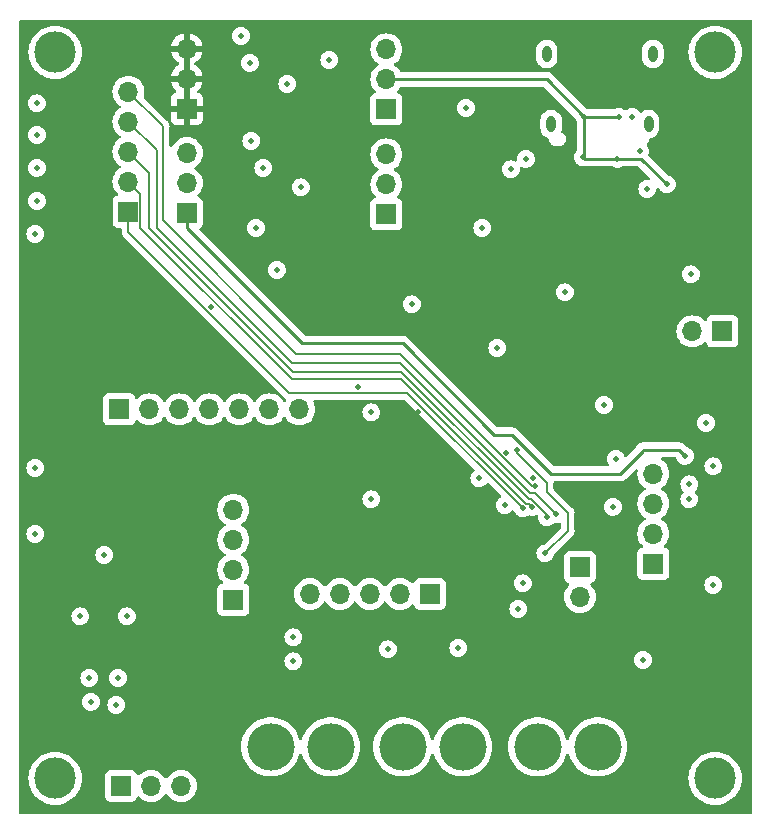
<source format=gbl>
G04 #@! TF.GenerationSoftware,KiCad,Pcbnew,7.0.5*
G04 #@! TF.CreationDate,2023-08-10T16:57:38+02:00*
G04 #@! TF.ProjectId,proto_pico,70726f74-6f5f-4706-9963-6f2e6b696361,rev?*
G04 #@! TF.SameCoordinates,Original*
G04 #@! TF.FileFunction,Copper,L4,Bot*
G04 #@! TF.FilePolarity,Positive*
%FSLAX46Y46*%
G04 Gerber Fmt 4.6, Leading zero omitted, Abs format (unit mm)*
G04 Created by KiCad (PCBNEW 7.0.5) date 2023-08-10 16:57:38*
%MOMM*%
%LPD*%
G01*
G04 APERTURE LIST*
G04 #@! TA.AperFunction,ComponentPad*
%ADD10R,1.700000X1.700000*%
G04 #@! TD*
G04 #@! TA.AperFunction,ComponentPad*
%ADD11O,1.700000X1.700000*%
G04 #@! TD*
G04 #@! TA.AperFunction,ComponentPad*
%ADD12C,4.000000*%
G04 #@! TD*
G04 #@! TA.AperFunction,ComponentPad*
%ADD13O,0.800000X1.400000*%
G04 #@! TD*
G04 #@! TA.AperFunction,ViaPad*
%ADD14C,3.500000*%
G04 #@! TD*
G04 #@! TA.AperFunction,ViaPad*
%ADD15C,0.500000*%
G04 #@! TD*
G04 #@! TA.AperFunction,Conductor*
%ADD16C,0.254000*%
G04 #@! TD*
G04 #@! TA.AperFunction,Conductor*
%ADD17C,0.127000*%
G04 #@! TD*
G04 APERTURE END LIST*
D10*
X196474000Y-112649000D03*
D11*
X193934000Y-112649000D03*
D10*
X171704000Y-134874000D03*
D11*
X169164000Y-134874000D03*
X166624000Y-134874000D03*
X164084000Y-134874000D03*
X161544000Y-134874000D03*
D10*
X168021000Y-102743000D03*
D11*
X168021000Y-100203000D03*
X168021000Y-97663000D03*
D12*
X169418000Y-147828000D03*
X174498000Y-147828000D03*
D10*
X168021000Y-93853000D03*
D11*
X168021000Y-91313000D03*
X168021000Y-88773000D03*
D10*
X190627000Y-132324000D03*
D11*
X190627000Y-129784000D03*
X190627000Y-127244000D03*
X190627000Y-124704000D03*
D10*
X155067000Y-135372000D03*
D11*
X155067000Y-132832000D03*
X155067000Y-130292000D03*
X155067000Y-127752000D03*
D12*
X158242000Y-147828000D03*
X163322000Y-147828000D03*
D10*
X184404000Y-132583000D03*
D11*
X184404000Y-135123000D03*
D13*
X190590000Y-89154000D03*
X190230000Y-95104000D03*
X181970000Y-95104000D03*
X181610000Y-89154000D03*
D11*
X160655000Y-119253000D03*
X158115000Y-119253000D03*
X155575000Y-119253000D03*
X153035000Y-119253000D03*
X150495000Y-119253000D03*
X147955000Y-119253000D03*
D10*
X145415000Y-119253000D03*
D12*
X180848000Y-147828000D03*
X185928000Y-147828000D03*
D10*
X146188500Y-102519000D03*
D11*
X146188500Y-99979000D03*
X146188500Y-97439000D03*
X146188500Y-94899000D03*
X146188500Y-92359000D03*
D10*
X145566000Y-151130000D03*
D11*
X148106000Y-151130000D03*
X150646000Y-151130000D03*
D10*
X151130000Y-102616000D03*
D11*
X151130000Y-100076000D03*
X151130000Y-97536000D03*
D10*
X151124500Y-93792000D03*
D11*
X151124500Y-91252000D03*
X151124500Y-88712000D03*
D14*
X139978000Y-150495000D03*
X195858000Y-150495000D03*
X139978000Y-89027000D03*
X195858000Y-89027000D03*
D15*
X146050000Y-135255000D03*
X179705000Y-101346000D03*
X156845000Y-106426000D03*
X169926000Y-112776000D03*
X170878500Y-126555500D03*
X179959000Y-117094000D03*
X186309000Y-101346000D03*
X178816000Y-129794000D03*
X170688000Y-119507000D03*
X166624000Y-123952000D03*
X162814000Y-137414000D03*
X181991000Y-106553000D03*
X197358000Y-116078000D03*
X195834000Y-99822000D03*
X142875000Y-108331000D03*
X177927000Y-118237000D03*
X191325000Y-120015000D03*
X183515000Y-126746000D03*
X152781000Y-103886000D03*
X183388000Y-123063000D03*
X166624000Y-122428000D03*
X189992000Y-102997000D03*
X138430000Y-93345000D03*
X142113000Y-136779000D03*
X170180000Y-110363000D03*
X155702000Y-87630000D03*
X165608000Y-117348000D03*
X145161000Y-144272000D03*
X179197000Y-136144000D03*
X166751000Y-119507000D03*
X187452000Y-123444000D03*
X187198000Y-127508000D03*
X179832000Y-98044000D03*
X180467000Y-125095000D03*
X156591000Y-96520000D03*
X143002000Y-144018000D03*
X156972000Y-103886000D03*
X166751000Y-126873000D03*
X145288000Y-141986000D03*
X144145000Y-131572000D03*
X153162000Y-110617000D03*
X138303000Y-129794000D03*
X175895000Y-125095000D03*
X163195000Y-89662000D03*
X183134000Y-109347000D03*
X186436000Y-118872000D03*
X157607000Y-98806000D03*
X158750000Y-107442000D03*
X176149000Y-103886000D03*
X174117000Y-139446000D03*
X146050000Y-136779000D03*
X178562000Y-98933000D03*
X142875000Y-141986000D03*
X189738000Y-140462000D03*
X193675000Y-126873000D03*
X179578000Y-133985000D03*
X195072000Y-120396000D03*
X195707000Y-134112000D03*
X178054000Y-127381000D03*
X160782000Y-100457000D03*
X160147000Y-138557000D03*
X156464000Y-89916000D03*
X190119000Y-100584000D03*
X177419000Y-114046000D03*
X174752000Y-93726000D03*
X138430000Y-98806000D03*
X188849000Y-94488000D03*
X178181000Y-122936000D03*
X138430000Y-101600000D03*
X138303000Y-104394000D03*
X159639000Y-91694000D03*
X195707000Y-124079000D03*
X193675000Y-125603000D03*
X168148000Y-139573000D03*
X189484000Y-97409000D03*
X138430000Y-96012000D03*
X160147000Y-140589000D03*
X193802000Y-107823000D03*
X138303000Y-124206000D03*
X191770000Y-100203000D03*
X187579000Y-98044000D03*
X184785000Y-94488000D03*
X184658000Y-97917000D03*
X187706000Y-94488000D03*
X181483000Y-131445000D03*
X179070000Y-122682000D03*
X193294000Y-123190000D03*
X180340000Y-127508000D03*
X181610000Y-128397000D03*
X182372000Y-128143000D03*
X180594000Y-125730000D03*
X179578000Y-127635000D03*
D16*
X184785000Y-97790000D02*
X184785000Y-94488000D01*
X187579000Y-98044000D02*
X184785000Y-98044000D01*
X184658000Y-97917000D02*
X184785000Y-97790000D01*
X189611000Y-98044000D02*
X191770000Y-100203000D01*
X187579000Y-98044000D02*
X189611000Y-98044000D01*
X184785000Y-98044000D02*
X184658000Y-97917000D01*
X184785000Y-94488000D02*
X181610000Y-91313000D01*
X181610000Y-91313000D02*
X168021000Y-91313000D01*
X184785000Y-94488000D02*
X187706000Y-94488000D01*
D17*
X181610000Y-125461133D02*
X181610000Y-126238000D01*
X179070000Y-122921133D02*
X181610000Y-125461133D01*
X183388000Y-128016000D02*
X183388000Y-129540000D01*
X183388000Y-129540000D02*
X181483000Y-131445000D01*
X179070000Y-122682000D02*
X179070000Y-122921133D01*
X181610000Y-126238000D02*
X183388000Y-128016000D01*
D16*
X169418000Y-113665000D02*
X177165000Y-121412000D01*
X181991000Y-124714000D02*
X187833000Y-124714000D01*
X192786000Y-122682000D02*
X193294000Y-123190000D01*
X177165000Y-121412000D02*
X178689000Y-121412000D01*
X151130000Y-103886000D02*
X160909000Y-113665000D01*
X178689000Y-121412000D02*
X181991000Y-124714000D01*
X189738000Y-122682000D02*
X192786000Y-122682000D01*
X187833000Y-124714000D02*
X189738000Y-122809000D01*
X151130000Y-102616000D02*
X151130000Y-103886000D01*
X160909000Y-113665000D02*
X169418000Y-113665000D01*
X189738000Y-122809000D02*
X189738000Y-122682000D01*
D17*
X160020000Y-116713000D02*
X147202000Y-103895000D01*
X169276133Y-116713000D02*
X160020000Y-116713000D01*
X147202000Y-100992500D02*
X146188500Y-99979000D01*
X147202000Y-103895000D02*
X147202000Y-100992500D01*
X179817133Y-127254000D02*
X169276133Y-116713000D01*
X180340000Y-127508000D02*
X180086000Y-127254000D01*
X180086000Y-127254000D02*
X179817133Y-127254000D01*
X147955000Y-103886000D02*
X147955000Y-99205500D01*
X181610000Y-128157867D02*
X180340000Y-126887867D01*
X180086000Y-126873000D02*
X169291000Y-116078000D01*
X180340000Y-126887867D02*
X180340000Y-126873000D01*
X181610000Y-128397000D02*
X181610000Y-128157867D01*
X147955000Y-99205500D02*
X146188500Y-97439000D01*
X160147000Y-116078000D02*
X147955000Y-103886000D01*
X169291000Y-116078000D02*
X160147000Y-116078000D01*
X180340000Y-126873000D02*
X180086000Y-126873000D01*
X182372000Y-128143000D02*
X180594000Y-126365000D01*
X180594000Y-126365000D02*
X180213000Y-126365000D01*
X169164000Y-115316000D02*
X160020000Y-115316000D01*
X148590000Y-103886000D02*
X148590000Y-97300500D01*
X148590000Y-97300500D02*
X146188500Y-94899000D01*
X160020000Y-115316000D02*
X148590000Y-103886000D01*
X180213000Y-126365000D02*
X169164000Y-115316000D01*
X149098000Y-103251000D02*
X149098000Y-95268500D01*
X180594000Y-125730000D02*
X180354867Y-125730000D01*
X180354867Y-125730000D02*
X169178867Y-114554000D01*
X160401000Y-114554000D02*
X149098000Y-103251000D01*
X169178867Y-114554000D02*
X160401000Y-114554000D01*
X149098000Y-95268500D02*
X146188500Y-92359000D01*
X159780867Y-117856000D02*
X146188500Y-104263633D01*
X179578000Y-127635000D02*
X169799000Y-117856000D01*
X169799000Y-117856000D02*
X159780867Y-117856000D01*
X146188500Y-104263633D02*
X146188500Y-102519000D01*
G04 #@! TA.AperFunction,Conductor*
G36*
X151374500Y-93356498D02*
G01*
X151266815Y-93307320D01*
X151160263Y-93292000D01*
X151088737Y-93292000D01*
X150982185Y-93307320D01*
X150874500Y-93356498D01*
X150874500Y-91687501D01*
X150982185Y-91736680D01*
X151088737Y-91752000D01*
X151160263Y-91752000D01*
X151266815Y-91736680D01*
X151374500Y-91687501D01*
X151374500Y-93356498D01*
G37*
G04 #@! TD.AperFunction*
G04 #@! TA.AperFunction,Conductor*
G36*
X151374500Y-90816498D02*
G01*
X151266815Y-90767320D01*
X151160263Y-90752000D01*
X151088737Y-90752000D01*
X150982185Y-90767320D01*
X150874500Y-90816498D01*
X150874500Y-89147501D01*
X150982185Y-89196680D01*
X151088737Y-89212000D01*
X151160263Y-89212000D01*
X151266815Y-89196680D01*
X151374500Y-89147501D01*
X151374500Y-90816498D01*
G37*
G04 #@! TD.AperFunction*
G04 #@! TA.AperFunction,Conductor*
G36*
X198951539Y-86305185D02*
G01*
X198997294Y-86357989D01*
X199008500Y-86409500D01*
X199008500Y-153418500D01*
X198988815Y-153485539D01*
X198936011Y-153531294D01*
X198884500Y-153542500D01*
X137054500Y-153542500D01*
X136987461Y-153522815D01*
X136941706Y-153470011D01*
X136930500Y-153418500D01*
X136930500Y-150495007D01*
X137722671Y-150495007D01*
X137741964Y-150789363D01*
X137741965Y-150789373D01*
X137741966Y-150789380D01*
X137741968Y-150789390D01*
X137799518Y-151078716D01*
X137799521Y-151078730D01*
X137894349Y-151358080D01*
X138024825Y-151622660D01*
X138024829Y-151622667D01*
X138188725Y-151867955D01*
X138383241Y-152089758D01*
X138605044Y-152284274D01*
X138684773Y-152337547D01*
X138850335Y-152448172D01*
X139114923Y-152578652D01*
X139394278Y-152673481D01*
X139683620Y-152731034D01*
X139711888Y-152732886D01*
X139977993Y-152750329D01*
X139978000Y-152750329D01*
X139978007Y-152750329D01*
X140213675Y-152734881D01*
X140272380Y-152731034D01*
X140561722Y-152673481D01*
X140841077Y-152578652D01*
X141105665Y-152448172D01*
X141350957Y-152284273D01*
X141572758Y-152089758D01*
X141627033Y-152027870D01*
X144215500Y-152027870D01*
X144215501Y-152027876D01*
X144221908Y-152087483D01*
X144272202Y-152222328D01*
X144272206Y-152222335D01*
X144358452Y-152337544D01*
X144358455Y-152337547D01*
X144473664Y-152423793D01*
X144473671Y-152423797D01*
X144608517Y-152474091D01*
X144608516Y-152474091D01*
X144615444Y-152474835D01*
X144668127Y-152480500D01*
X146463872Y-152480499D01*
X146523483Y-152474091D01*
X146658331Y-152423796D01*
X146773546Y-152337546D01*
X146859796Y-152222331D01*
X146908810Y-152090916D01*
X146950681Y-152034984D01*
X147016145Y-152010566D01*
X147084418Y-152025417D01*
X147112673Y-152046569D01*
X147234599Y-152168495D01*
X147331384Y-152236265D01*
X147428165Y-152304032D01*
X147428167Y-152304033D01*
X147428170Y-152304035D01*
X147642337Y-152403903D01*
X147870592Y-152465063D01*
X148047034Y-152480500D01*
X148105999Y-152485659D01*
X148106000Y-152485659D01*
X148106001Y-152485659D01*
X148164966Y-152480500D01*
X148341408Y-152465063D01*
X148569663Y-152403903D01*
X148783830Y-152304035D01*
X148977401Y-152168495D01*
X149144495Y-152001401D01*
X149274424Y-151815842D01*
X149329002Y-151772217D01*
X149398500Y-151765023D01*
X149460855Y-151796546D01*
X149477575Y-151815842D01*
X149607500Y-152001395D01*
X149607505Y-152001401D01*
X149774599Y-152168495D01*
X149871384Y-152236265D01*
X149968165Y-152304032D01*
X149968167Y-152304033D01*
X149968170Y-152304035D01*
X150182337Y-152403903D01*
X150410592Y-152465063D01*
X150587034Y-152480500D01*
X150645999Y-152485659D01*
X150646000Y-152485659D01*
X150646001Y-152485659D01*
X150704966Y-152480500D01*
X150881408Y-152465063D01*
X151109663Y-152403903D01*
X151323830Y-152304035D01*
X151517401Y-152168495D01*
X151684495Y-152001401D01*
X151820035Y-151807830D01*
X151919903Y-151593663D01*
X151981063Y-151365408D01*
X152001659Y-151130000D01*
X151981063Y-150894592D01*
X151919903Y-150666337D01*
X151840010Y-150495007D01*
X193602671Y-150495007D01*
X193621964Y-150789363D01*
X193621965Y-150789373D01*
X193621966Y-150789380D01*
X193621968Y-150789390D01*
X193679518Y-151078716D01*
X193679521Y-151078730D01*
X193774349Y-151358080D01*
X193904825Y-151622660D01*
X193904829Y-151622667D01*
X194068725Y-151867955D01*
X194263241Y-152089758D01*
X194485044Y-152284274D01*
X194564773Y-152337547D01*
X194730335Y-152448172D01*
X194994923Y-152578652D01*
X195274278Y-152673481D01*
X195563620Y-152731034D01*
X195591888Y-152732886D01*
X195857993Y-152750329D01*
X195858000Y-152750329D01*
X195858007Y-152750329D01*
X196093675Y-152734881D01*
X196152380Y-152731034D01*
X196441722Y-152673481D01*
X196721077Y-152578652D01*
X196985665Y-152448172D01*
X197230957Y-152284273D01*
X197452758Y-152089758D01*
X197647273Y-151867957D01*
X197811172Y-151622665D01*
X197941652Y-151358077D01*
X198036481Y-151078722D01*
X198094034Y-150789380D01*
X198102099Y-150666335D01*
X198113329Y-150495007D01*
X198113329Y-150494992D01*
X198094035Y-150200636D01*
X198094034Y-150200620D01*
X198036481Y-149911278D01*
X197941652Y-149631923D01*
X197811172Y-149367336D01*
X197647273Y-149122043D01*
X197570941Y-149035003D01*
X197452758Y-148900241D01*
X197230955Y-148705725D01*
X196985667Y-148541829D01*
X196985660Y-148541825D01*
X196721080Y-148411349D01*
X196441730Y-148316521D01*
X196441724Y-148316519D01*
X196441722Y-148316519D01*
X196152380Y-148258966D01*
X196152373Y-148258965D01*
X196152363Y-148258964D01*
X195858007Y-148239671D01*
X195857993Y-148239671D01*
X195563636Y-148258964D01*
X195563624Y-148258965D01*
X195563620Y-148258966D01*
X195563612Y-148258967D01*
X195563609Y-148258968D01*
X195274283Y-148316518D01*
X195274269Y-148316521D01*
X194994919Y-148411349D01*
X194730334Y-148541828D01*
X194485041Y-148705728D01*
X194263241Y-148900241D01*
X194068728Y-149122041D01*
X193904828Y-149367334D01*
X193774349Y-149631919D01*
X193679521Y-149911269D01*
X193679518Y-149911283D01*
X193621968Y-150200609D01*
X193621964Y-150200636D01*
X193602671Y-150494992D01*
X193602671Y-150495007D01*
X151840010Y-150495007D01*
X151820035Y-150452171D01*
X151814425Y-150444158D01*
X151684494Y-150258597D01*
X151517402Y-150091506D01*
X151517395Y-150091501D01*
X151323834Y-149955967D01*
X151323830Y-149955965D01*
X151296919Y-149943416D01*
X151109663Y-149856097D01*
X151109659Y-149856096D01*
X151109655Y-149856094D01*
X150881413Y-149794938D01*
X150881403Y-149794936D01*
X150646001Y-149774341D01*
X150645999Y-149774341D01*
X150410596Y-149794936D01*
X150410586Y-149794938D01*
X150182344Y-149856094D01*
X150182335Y-149856098D01*
X149968171Y-149955964D01*
X149968169Y-149955965D01*
X149774597Y-150091505D01*
X149607505Y-150258597D01*
X149477575Y-150444158D01*
X149422998Y-150487783D01*
X149353500Y-150494977D01*
X149291145Y-150463454D01*
X149274425Y-150444158D01*
X149144494Y-150258597D01*
X148977402Y-150091506D01*
X148977395Y-150091501D01*
X148783834Y-149955967D01*
X148783830Y-149955965D01*
X148756919Y-149943416D01*
X148569663Y-149856097D01*
X148569659Y-149856096D01*
X148569655Y-149856094D01*
X148341413Y-149794938D01*
X148341403Y-149794936D01*
X148106001Y-149774341D01*
X148105999Y-149774341D01*
X147870596Y-149794936D01*
X147870586Y-149794938D01*
X147642344Y-149856094D01*
X147642335Y-149856098D01*
X147428171Y-149955964D01*
X147428169Y-149955965D01*
X147234600Y-150091503D01*
X147112673Y-150213430D01*
X147051350Y-150246914D01*
X146981658Y-150241930D01*
X146925725Y-150200058D01*
X146908810Y-150169081D01*
X146859797Y-150037671D01*
X146859793Y-150037664D01*
X146773547Y-149922455D01*
X146773544Y-149922452D01*
X146658335Y-149836206D01*
X146658328Y-149836202D01*
X146523482Y-149785908D01*
X146523483Y-149785908D01*
X146463883Y-149779501D01*
X146463881Y-149779500D01*
X146463873Y-149779500D01*
X146463864Y-149779500D01*
X144668129Y-149779500D01*
X144668123Y-149779501D01*
X144608516Y-149785908D01*
X144473671Y-149836202D01*
X144473664Y-149836206D01*
X144358455Y-149922452D01*
X144358452Y-149922455D01*
X144272206Y-150037664D01*
X144272202Y-150037671D01*
X144221908Y-150172517D01*
X144215501Y-150232116D01*
X144215500Y-150232135D01*
X144215500Y-152027870D01*
X141627033Y-152027870D01*
X141767273Y-151867957D01*
X141931172Y-151622665D01*
X142061652Y-151358077D01*
X142156481Y-151078722D01*
X142214034Y-150789380D01*
X142222099Y-150666335D01*
X142233329Y-150495007D01*
X142233329Y-150494992D01*
X142214035Y-150200636D01*
X142214034Y-150200620D01*
X142156481Y-149911278D01*
X142061652Y-149631923D01*
X141931172Y-149367336D01*
X141767273Y-149122043D01*
X141690941Y-149035003D01*
X141572758Y-148900241D01*
X141350955Y-148705725D01*
X141105667Y-148541829D01*
X141105660Y-148541825D01*
X140841080Y-148411349D01*
X140561730Y-148316521D01*
X140561724Y-148316519D01*
X140561722Y-148316519D01*
X140272380Y-148258966D01*
X140272373Y-148258965D01*
X140272363Y-148258964D01*
X139978007Y-148239671D01*
X139977993Y-148239671D01*
X139683636Y-148258964D01*
X139683624Y-148258965D01*
X139683620Y-148258966D01*
X139683612Y-148258967D01*
X139683609Y-148258968D01*
X139394283Y-148316518D01*
X139394269Y-148316521D01*
X139114919Y-148411349D01*
X138850334Y-148541828D01*
X138605041Y-148705728D01*
X138383241Y-148900241D01*
X138188728Y-149122041D01*
X138024828Y-149367334D01*
X137894349Y-149631919D01*
X137799521Y-149911269D01*
X137799518Y-149911283D01*
X137741968Y-150200609D01*
X137741964Y-150200636D01*
X137722671Y-150494992D01*
X137722671Y-150495007D01*
X136930500Y-150495007D01*
X136930500Y-147828005D01*
X155736556Y-147828005D01*
X155756310Y-148142004D01*
X155756311Y-148142011D01*
X155778622Y-148258968D01*
X155813100Y-148439711D01*
X155815270Y-148451083D01*
X155912497Y-148750316D01*
X155912499Y-148750321D01*
X156046461Y-149035003D01*
X156046464Y-149035009D01*
X156215051Y-149300661D01*
X156215054Y-149300665D01*
X156415606Y-149543090D01*
X156415608Y-149543092D01*
X156644968Y-149758476D01*
X156644978Y-149758484D01*
X156899504Y-149943408D01*
X156899509Y-149943410D01*
X156899516Y-149943416D01*
X157175234Y-150094994D01*
X157175239Y-150094996D01*
X157175241Y-150094997D01*
X157175242Y-150094998D01*
X157467771Y-150210818D01*
X157467774Y-150210819D01*
X157772523Y-150289065D01*
X157772527Y-150289066D01*
X157838010Y-150297338D01*
X158084670Y-150328499D01*
X158084679Y-150328499D01*
X158084682Y-150328500D01*
X158084684Y-150328500D01*
X158399316Y-150328500D01*
X158399318Y-150328500D01*
X158399321Y-150328499D01*
X158399329Y-150328499D01*
X158585593Y-150304968D01*
X158711473Y-150289066D01*
X159016225Y-150210819D01*
X159016228Y-150210818D01*
X159308757Y-150094998D01*
X159308758Y-150094997D01*
X159308756Y-150094997D01*
X159308766Y-150094994D01*
X159584484Y-149943416D01*
X159839030Y-149758478D01*
X160068390Y-149543094D01*
X160268947Y-149300663D01*
X160437537Y-149035007D01*
X160571503Y-148750315D01*
X160664070Y-148465422D01*
X160703505Y-148407751D01*
X160767864Y-148380552D01*
X160836710Y-148392466D01*
X160888186Y-148439710D01*
X160899930Y-148465426D01*
X160992497Y-148750316D01*
X160992499Y-148750321D01*
X161126461Y-149035003D01*
X161126464Y-149035009D01*
X161295051Y-149300661D01*
X161295054Y-149300665D01*
X161495606Y-149543090D01*
X161495608Y-149543092D01*
X161724968Y-149758476D01*
X161724978Y-149758484D01*
X161979504Y-149943408D01*
X161979509Y-149943410D01*
X161979516Y-149943416D01*
X162255234Y-150094994D01*
X162255239Y-150094996D01*
X162255241Y-150094997D01*
X162255242Y-150094998D01*
X162547771Y-150210818D01*
X162547774Y-150210819D01*
X162852523Y-150289065D01*
X162852527Y-150289066D01*
X162918010Y-150297338D01*
X163164670Y-150328499D01*
X163164679Y-150328499D01*
X163164682Y-150328500D01*
X163164684Y-150328500D01*
X163479316Y-150328500D01*
X163479318Y-150328500D01*
X163479321Y-150328499D01*
X163479329Y-150328499D01*
X163665593Y-150304968D01*
X163791473Y-150289066D01*
X164096225Y-150210819D01*
X164096228Y-150210818D01*
X164388757Y-150094998D01*
X164388758Y-150094997D01*
X164388756Y-150094997D01*
X164388766Y-150094994D01*
X164664484Y-149943416D01*
X164919030Y-149758478D01*
X165148390Y-149543094D01*
X165348947Y-149300663D01*
X165517537Y-149035007D01*
X165651503Y-148750315D01*
X165748731Y-148451079D01*
X165807688Y-148142015D01*
X165827444Y-147828005D01*
X166912556Y-147828005D01*
X166932310Y-148142004D01*
X166932311Y-148142011D01*
X166954622Y-148258968D01*
X166989100Y-148439711D01*
X166991270Y-148451083D01*
X167088497Y-148750316D01*
X167088499Y-148750321D01*
X167222461Y-149035003D01*
X167222464Y-149035009D01*
X167391051Y-149300661D01*
X167391054Y-149300665D01*
X167591606Y-149543090D01*
X167591608Y-149543092D01*
X167820968Y-149758476D01*
X167820978Y-149758484D01*
X168075504Y-149943408D01*
X168075509Y-149943410D01*
X168075516Y-149943416D01*
X168351234Y-150094994D01*
X168351239Y-150094996D01*
X168351241Y-150094997D01*
X168351242Y-150094998D01*
X168643771Y-150210818D01*
X168643774Y-150210819D01*
X168948523Y-150289065D01*
X168948527Y-150289066D01*
X169014010Y-150297338D01*
X169260670Y-150328499D01*
X169260679Y-150328499D01*
X169260682Y-150328500D01*
X169260684Y-150328500D01*
X169575316Y-150328500D01*
X169575318Y-150328500D01*
X169575321Y-150328499D01*
X169575329Y-150328499D01*
X169761593Y-150304968D01*
X169887473Y-150289066D01*
X170192225Y-150210819D01*
X170192228Y-150210818D01*
X170484757Y-150094998D01*
X170484758Y-150094997D01*
X170484756Y-150094997D01*
X170484766Y-150094994D01*
X170760484Y-149943416D01*
X171015030Y-149758478D01*
X171244390Y-149543094D01*
X171444947Y-149300663D01*
X171613537Y-149035007D01*
X171747503Y-148750315D01*
X171840070Y-148465422D01*
X171879505Y-148407751D01*
X171943864Y-148380552D01*
X172012710Y-148392466D01*
X172064186Y-148439710D01*
X172075930Y-148465426D01*
X172168497Y-148750316D01*
X172168499Y-148750321D01*
X172302461Y-149035003D01*
X172302464Y-149035009D01*
X172471051Y-149300661D01*
X172471054Y-149300665D01*
X172671606Y-149543090D01*
X172671608Y-149543092D01*
X172900968Y-149758476D01*
X172900978Y-149758484D01*
X173155504Y-149943408D01*
X173155509Y-149943410D01*
X173155516Y-149943416D01*
X173431234Y-150094994D01*
X173431239Y-150094996D01*
X173431241Y-150094997D01*
X173431242Y-150094998D01*
X173723771Y-150210818D01*
X173723774Y-150210819D01*
X174028523Y-150289065D01*
X174028527Y-150289066D01*
X174094010Y-150297338D01*
X174340670Y-150328499D01*
X174340679Y-150328499D01*
X174340682Y-150328500D01*
X174340684Y-150328500D01*
X174655316Y-150328500D01*
X174655318Y-150328500D01*
X174655321Y-150328499D01*
X174655329Y-150328499D01*
X174841593Y-150304968D01*
X174967473Y-150289066D01*
X175272225Y-150210819D01*
X175272228Y-150210818D01*
X175564757Y-150094998D01*
X175564758Y-150094997D01*
X175564756Y-150094997D01*
X175564766Y-150094994D01*
X175840484Y-149943416D01*
X176095030Y-149758478D01*
X176324390Y-149543094D01*
X176524947Y-149300663D01*
X176693537Y-149035007D01*
X176827503Y-148750315D01*
X176924731Y-148451079D01*
X176983688Y-148142015D01*
X177003444Y-147828005D01*
X178342556Y-147828005D01*
X178362310Y-148142004D01*
X178362311Y-148142011D01*
X178384622Y-148258968D01*
X178419100Y-148439711D01*
X178421270Y-148451083D01*
X178518497Y-148750316D01*
X178518499Y-148750321D01*
X178652461Y-149035003D01*
X178652464Y-149035009D01*
X178821051Y-149300661D01*
X178821054Y-149300665D01*
X179021606Y-149543090D01*
X179021608Y-149543092D01*
X179250968Y-149758476D01*
X179250978Y-149758484D01*
X179505504Y-149943408D01*
X179505509Y-149943410D01*
X179505516Y-149943416D01*
X179781234Y-150094994D01*
X179781239Y-150094996D01*
X179781241Y-150094997D01*
X179781242Y-150094998D01*
X180073771Y-150210818D01*
X180073774Y-150210819D01*
X180378523Y-150289065D01*
X180378527Y-150289066D01*
X180444010Y-150297338D01*
X180690670Y-150328499D01*
X180690679Y-150328499D01*
X180690682Y-150328500D01*
X180690684Y-150328500D01*
X181005316Y-150328500D01*
X181005318Y-150328500D01*
X181005321Y-150328499D01*
X181005329Y-150328499D01*
X181191593Y-150304968D01*
X181317473Y-150289066D01*
X181622225Y-150210819D01*
X181622228Y-150210818D01*
X181914757Y-150094998D01*
X181914758Y-150094997D01*
X181914756Y-150094997D01*
X181914766Y-150094994D01*
X182190484Y-149943416D01*
X182445030Y-149758478D01*
X182674390Y-149543094D01*
X182874947Y-149300663D01*
X183043537Y-149035007D01*
X183177503Y-148750315D01*
X183270069Y-148465424D01*
X183309506Y-148407750D01*
X183373865Y-148380552D01*
X183442711Y-148392467D01*
X183494187Y-148439711D01*
X183505931Y-148465426D01*
X183598497Y-148750316D01*
X183598499Y-148750321D01*
X183732461Y-149035003D01*
X183732464Y-149035009D01*
X183901051Y-149300661D01*
X183901054Y-149300665D01*
X184101606Y-149543090D01*
X184101608Y-149543092D01*
X184330968Y-149758476D01*
X184330978Y-149758484D01*
X184585504Y-149943408D01*
X184585509Y-149943410D01*
X184585516Y-149943416D01*
X184861234Y-150094994D01*
X184861239Y-150094996D01*
X184861241Y-150094997D01*
X184861242Y-150094998D01*
X185153771Y-150210818D01*
X185153774Y-150210819D01*
X185458523Y-150289065D01*
X185458527Y-150289066D01*
X185524010Y-150297338D01*
X185770670Y-150328499D01*
X185770679Y-150328499D01*
X185770682Y-150328500D01*
X185770684Y-150328500D01*
X186085316Y-150328500D01*
X186085318Y-150328500D01*
X186085321Y-150328499D01*
X186085329Y-150328499D01*
X186271593Y-150304968D01*
X186397473Y-150289066D01*
X186702225Y-150210819D01*
X186702228Y-150210818D01*
X186994757Y-150094998D01*
X186994758Y-150094997D01*
X186994756Y-150094997D01*
X186994766Y-150094994D01*
X187270484Y-149943416D01*
X187525030Y-149758478D01*
X187754390Y-149543094D01*
X187954947Y-149300663D01*
X188123537Y-149035007D01*
X188257503Y-148750315D01*
X188354731Y-148451079D01*
X188413688Y-148142015D01*
X188433444Y-147828000D01*
X188413688Y-147513985D01*
X188354731Y-147204921D01*
X188257503Y-146905685D01*
X188123537Y-146620993D01*
X187954947Y-146355337D01*
X187954945Y-146355334D01*
X187754393Y-146112909D01*
X187754391Y-146112907D01*
X187525031Y-145897523D01*
X187525021Y-145897515D01*
X187270495Y-145712591D01*
X187270488Y-145712586D01*
X187270484Y-145712584D01*
X186994766Y-145561006D01*
X186994763Y-145561004D01*
X186994758Y-145561002D01*
X186994757Y-145561001D01*
X186702228Y-145445181D01*
X186702225Y-145445180D01*
X186397476Y-145366934D01*
X186397463Y-145366932D01*
X186085329Y-145327500D01*
X186085318Y-145327500D01*
X185770682Y-145327500D01*
X185770670Y-145327500D01*
X185458536Y-145366932D01*
X185458523Y-145366934D01*
X185153774Y-145445180D01*
X185153771Y-145445181D01*
X184861242Y-145561001D01*
X184861241Y-145561002D01*
X184585516Y-145712584D01*
X184585504Y-145712591D01*
X184330978Y-145897515D01*
X184330968Y-145897523D01*
X184101608Y-146112907D01*
X184101606Y-146112909D01*
X183901054Y-146355334D01*
X183901051Y-146355338D01*
X183732464Y-146620990D01*
X183732461Y-146620996D01*
X183598499Y-146905678D01*
X183598497Y-146905683D01*
X183505931Y-147190573D01*
X183466494Y-147248249D01*
X183402135Y-147275447D01*
X183333289Y-147263532D01*
X183281813Y-147216288D01*
X183270069Y-147190573D01*
X183177502Y-146905683D01*
X183177500Y-146905678D01*
X183043538Y-146620996D01*
X183043537Y-146620993D01*
X182874947Y-146355337D01*
X182874945Y-146355334D01*
X182674393Y-146112909D01*
X182674391Y-146112907D01*
X182445031Y-145897523D01*
X182445021Y-145897515D01*
X182190495Y-145712591D01*
X182190488Y-145712586D01*
X182190484Y-145712584D01*
X181914766Y-145561006D01*
X181914763Y-145561004D01*
X181914758Y-145561002D01*
X181914757Y-145561001D01*
X181622228Y-145445181D01*
X181622225Y-145445180D01*
X181317476Y-145366934D01*
X181317463Y-145366932D01*
X181005329Y-145327500D01*
X181005318Y-145327500D01*
X180690682Y-145327500D01*
X180690670Y-145327500D01*
X180378536Y-145366932D01*
X180378523Y-145366934D01*
X180073774Y-145445180D01*
X180073771Y-145445181D01*
X179781242Y-145561001D01*
X179781241Y-145561002D01*
X179505516Y-145712584D01*
X179505504Y-145712591D01*
X179250978Y-145897515D01*
X179250968Y-145897523D01*
X179021608Y-146112907D01*
X179021606Y-146112909D01*
X178821054Y-146355334D01*
X178821051Y-146355338D01*
X178652464Y-146620990D01*
X178652461Y-146620996D01*
X178518499Y-146905678D01*
X178518497Y-146905683D01*
X178421270Y-147204916D01*
X178362311Y-147513988D01*
X178362310Y-147513995D01*
X178342556Y-147827994D01*
X178342556Y-147828005D01*
X177003444Y-147828005D01*
X177003444Y-147828000D01*
X176983688Y-147513985D01*
X176924731Y-147204921D01*
X176827503Y-146905685D01*
X176693537Y-146620993D01*
X176524947Y-146355337D01*
X176524945Y-146355334D01*
X176324393Y-146112909D01*
X176324391Y-146112907D01*
X176095031Y-145897523D01*
X176095021Y-145897515D01*
X175840495Y-145712591D01*
X175840488Y-145712586D01*
X175840484Y-145712584D01*
X175564766Y-145561006D01*
X175564763Y-145561004D01*
X175564758Y-145561002D01*
X175564757Y-145561001D01*
X175272228Y-145445181D01*
X175272225Y-145445180D01*
X174967476Y-145366934D01*
X174967463Y-145366932D01*
X174655329Y-145327500D01*
X174655318Y-145327500D01*
X174340682Y-145327500D01*
X174340670Y-145327500D01*
X174028536Y-145366932D01*
X174028523Y-145366934D01*
X173723774Y-145445180D01*
X173723771Y-145445181D01*
X173431242Y-145561001D01*
X173431241Y-145561002D01*
X173155516Y-145712584D01*
X173155504Y-145712591D01*
X172900978Y-145897515D01*
X172900968Y-145897523D01*
X172671608Y-146112907D01*
X172671606Y-146112909D01*
X172471054Y-146355334D01*
X172471051Y-146355338D01*
X172302464Y-146620990D01*
X172302461Y-146620996D01*
X172168499Y-146905678D01*
X172075930Y-147190574D01*
X172036492Y-147248249D01*
X171972134Y-147275447D01*
X171903287Y-147263532D01*
X171851811Y-147216288D01*
X171840071Y-147190580D01*
X171747503Y-146905685D01*
X171613537Y-146620993D01*
X171444947Y-146355337D01*
X171444945Y-146355334D01*
X171244393Y-146112909D01*
X171244391Y-146112907D01*
X171015031Y-145897523D01*
X171015021Y-145897515D01*
X170760495Y-145712591D01*
X170760488Y-145712586D01*
X170760484Y-145712584D01*
X170484766Y-145561006D01*
X170484763Y-145561004D01*
X170484758Y-145561002D01*
X170484757Y-145561001D01*
X170192228Y-145445181D01*
X170192225Y-145445180D01*
X169887476Y-145366934D01*
X169887463Y-145366932D01*
X169575329Y-145327500D01*
X169575318Y-145327500D01*
X169260682Y-145327500D01*
X169260670Y-145327500D01*
X168948536Y-145366932D01*
X168948523Y-145366934D01*
X168643774Y-145445180D01*
X168643771Y-145445181D01*
X168351242Y-145561001D01*
X168351241Y-145561002D01*
X168075516Y-145712584D01*
X168075504Y-145712591D01*
X167820978Y-145897515D01*
X167820968Y-145897523D01*
X167591608Y-146112907D01*
X167591606Y-146112909D01*
X167391054Y-146355334D01*
X167391051Y-146355338D01*
X167222464Y-146620990D01*
X167222461Y-146620996D01*
X167088499Y-146905678D01*
X167088497Y-146905683D01*
X166991270Y-147204916D01*
X166932311Y-147513988D01*
X166932310Y-147513995D01*
X166912556Y-147827994D01*
X166912556Y-147828005D01*
X165827444Y-147828005D01*
X165827444Y-147828000D01*
X165807688Y-147513985D01*
X165748731Y-147204921D01*
X165651503Y-146905685D01*
X165517537Y-146620993D01*
X165348947Y-146355337D01*
X165348945Y-146355334D01*
X165148393Y-146112909D01*
X165148391Y-146112907D01*
X164919031Y-145897523D01*
X164919021Y-145897515D01*
X164664495Y-145712591D01*
X164664488Y-145712586D01*
X164664484Y-145712584D01*
X164388766Y-145561006D01*
X164388763Y-145561004D01*
X164388758Y-145561002D01*
X164388757Y-145561001D01*
X164096228Y-145445181D01*
X164096225Y-145445180D01*
X163791476Y-145366934D01*
X163791463Y-145366932D01*
X163479329Y-145327500D01*
X163479318Y-145327500D01*
X163164682Y-145327500D01*
X163164670Y-145327500D01*
X162852536Y-145366932D01*
X162852523Y-145366934D01*
X162547774Y-145445180D01*
X162547771Y-145445181D01*
X162255242Y-145561001D01*
X162255241Y-145561002D01*
X161979516Y-145712584D01*
X161979504Y-145712591D01*
X161724978Y-145897515D01*
X161724968Y-145897523D01*
X161495608Y-146112907D01*
X161495606Y-146112909D01*
X161295054Y-146355334D01*
X161295051Y-146355338D01*
X161126464Y-146620990D01*
X161126461Y-146620996D01*
X160992499Y-146905678D01*
X160899930Y-147190574D01*
X160860492Y-147248249D01*
X160796134Y-147275447D01*
X160727287Y-147263532D01*
X160675811Y-147216288D01*
X160664071Y-147190580D01*
X160571503Y-146905685D01*
X160437537Y-146620993D01*
X160268947Y-146355337D01*
X160268945Y-146355334D01*
X160068393Y-146112909D01*
X160068391Y-146112907D01*
X159839031Y-145897523D01*
X159839021Y-145897515D01*
X159584495Y-145712591D01*
X159584488Y-145712586D01*
X159584484Y-145712584D01*
X159308766Y-145561006D01*
X159308763Y-145561004D01*
X159308758Y-145561002D01*
X159308757Y-145561001D01*
X159016228Y-145445181D01*
X159016225Y-145445180D01*
X158711476Y-145366934D01*
X158711463Y-145366932D01*
X158399329Y-145327500D01*
X158399318Y-145327500D01*
X158084682Y-145327500D01*
X158084670Y-145327500D01*
X157772536Y-145366932D01*
X157772523Y-145366934D01*
X157467774Y-145445180D01*
X157467771Y-145445181D01*
X157175242Y-145561001D01*
X157175241Y-145561002D01*
X156899516Y-145712584D01*
X156899504Y-145712591D01*
X156644978Y-145897515D01*
X156644968Y-145897523D01*
X156415608Y-146112907D01*
X156415606Y-146112909D01*
X156215054Y-146355334D01*
X156215051Y-146355338D01*
X156046464Y-146620990D01*
X156046461Y-146620996D01*
X155912499Y-146905678D01*
X155912497Y-146905683D01*
X155815270Y-147204916D01*
X155756311Y-147513988D01*
X155756310Y-147513995D01*
X155736556Y-147827994D01*
X155736556Y-147828005D01*
X136930500Y-147828005D01*
X136930500Y-144018002D01*
X142246751Y-144018002D01*
X142265685Y-144186056D01*
X142321545Y-144345694D01*
X142321547Y-144345697D01*
X142411518Y-144488884D01*
X142411523Y-144488890D01*
X142531109Y-144608476D01*
X142531115Y-144608481D01*
X142674302Y-144698452D01*
X142674305Y-144698454D01*
X142674309Y-144698455D01*
X142674310Y-144698456D01*
X142746913Y-144723860D01*
X142833943Y-144754314D01*
X143001997Y-144773249D01*
X143002000Y-144773249D01*
X143002003Y-144773249D01*
X143170056Y-144754314D01*
X143202721Y-144742884D01*
X143329690Y-144698456D01*
X143329692Y-144698454D01*
X143329694Y-144698454D01*
X143329697Y-144698452D01*
X143472884Y-144608481D01*
X143472885Y-144608480D01*
X143472890Y-144608477D01*
X143592477Y-144488890D01*
X143682452Y-144345697D01*
X143682454Y-144345694D01*
X143682454Y-144345692D01*
X143682456Y-144345690D01*
X143708240Y-144272002D01*
X144405751Y-144272002D01*
X144424685Y-144440056D01*
X144480545Y-144599694D01*
X144480547Y-144599697D01*
X144570518Y-144742884D01*
X144570523Y-144742890D01*
X144690109Y-144862476D01*
X144690115Y-144862481D01*
X144833302Y-144952452D01*
X144833305Y-144952454D01*
X144833309Y-144952455D01*
X144833310Y-144952456D01*
X144905913Y-144977860D01*
X144992943Y-145008314D01*
X145160997Y-145027249D01*
X145161000Y-145027249D01*
X145161003Y-145027249D01*
X145329056Y-145008314D01*
X145329059Y-145008313D01*
X145488690Y-144952456D01*
X145488692Y-144952454D01*
X145488694Y-144952454D01*
X145488697Y-144952452D01*
X145631884Y-144862481D01*
X145631885Y-144862480D01*
X145631890Y-144862477D01*
X145751477Y-144742890D01*
X145779398Y-144698454D01*
X145841452Y-144599697D01*
X145841454Y-144599694D01*
X145841454Y-144599692D01*
X145841456Y-144599690D01*
X145897313Y-144440059D01*
X145897313Y-144440058D01*
X145897314Y-144440056D01*
X145916249Y-144272002D01*
X145916249Y-144271997D01*
X145897314Y-144103943D01*
X145841454Y-143944305D01*
X145841452Y-143944302D01*
X145751481Y-143801115D01*
X145751476Y-143801109D01*
X145631890Y-143681523D01*
X145631884Y-143681518D01*
X145488697Y-143591547D01*
X145488694Y-143591545D01*
X145329056Y-143535685D01*
X145161003Y-143516751D01*
X145160997Y-143516751D01*
X144992943Y-143535685D01*
X144833305Y-143591545D01*
X144833302Y-143591547D01*
X144690115Y-143681518D01*
X144690109Y-143681523D01*
X144570523Y-143801109D01*
X144570518Y-143801115D01*
X144480547Y-143944302D01*
X144480545Y-143944305D01*
X144424685Y-144103943D01*
X144405751Y-144271997D01*
X144405751Y-144272002D01*
X143708240Y-144272002D01*
X143738313Y-144186059D01*
X143738313Y-144186058D01*
X143738314Y-144186056D01*
X143757249Y-144018002D01*
X143757249Y-144017997D01*
X143738314Y-143849943D01*
X143682454Y-143690305D01*
X143682452Y-143690302D01*
X143592481Y-143547115D01*
X143592476Y-143547109D01*
X143472890Y-143427523D01*
X143472884Y-143427518D01*
X143329697Y-143337547D01*
X143329694Y-143337545D01*
X143170056Y-143281685D01*
X143002003Y-143262751D01*
X143001997Y-143262751D01*
X142833943Y-143281685D01*
X142674305Y-143337545D01*
X142674302Y-143337547D01*
X142531115Y-143427518D01*
X142531109Y-143427523D01*
X142411523Y-143547109D01*
X142411518Y-143547115D01*
X142321547Y-143690302D01*
X142321545Y-143690305D01*
X142265685Y-143849943D01*
X142246751Y-144017997D01*
X142246751Y-144018002D01*
X136930500Y-144018002D01*
X136930500Y-141986002D01*
X142119751Y-141986002D01*
X142138685Y-142154056D01*
X142194545Y-142313694D01*
X142194547Y-142313697D01*
X142284518Y-142456884D01*
X142284523Y-142456890D01*
X142404109Y-142576476D01*
X142404115Y-142576481D01*
X142547302Y-142666452D01*
X142547305Y-142666454D01*
X142547309Y-142666455D01*
X142547310Y-142666456D01*
X142619913Y-142691860D01*
X142706943Y-142722314D01*
X142874997Y-142741249D01*
X142875000Y-142741249D01*
X142875003Y-142741249D01*
X143043056Y-142722314D01*
X143043059Y-142722313D01*
X143202690Y-142666456D01*
X143202692Y-142666454D01*
X143202694Y-142666454D01*
X143202697Y-142666452D01*
X143345884Y-142576481D01*
X143345885Y-142576480D01*
X143345890Y-142576477D01*
X143465477Y-142456890D01*
X143555452Y-142313697D01*
X143555454Y-142313694D01*
X143555454Y-142313692D01*
X143555456Y-142313690D01*
X143611313Y-142154059D01*
X143611313Y-142154058D01*
X143611314Y-142154056D01*
X143630249Y-141986002D01*
X144532751Y-141986002D01*
X144551685Y-142154056D01*
X144607545Y-142313694D01*
X144607547Y-142313697D01*
X144697518Y-142456884D01*
X144697523Y-142456890D01*
X144817109Y-142576476D01*
X144817115Y-142576481D01*
X144960302Y-142666452D01*
X144960305Y-142666454D01*
X144960309Y-142666455D01*
X144960310Y-142666456D01*
X145032913Y-142691860D01*
X145119943Y-142722314D01*
X145287997Y-142741249D01*
X145288000Y-142741249D01*
X145288003Y-142741249D01*
X145456056Y-142722314D01*
X145456059Y-142722313D01*
X145615690Y-142666456D01*
X145615692Y-142666454D01*
X145615694Y-142666454D01*
X145615697Y-142666452D01*
X145758884Y-142576481D01*
X145758885Y-142576480D01*
X145758890Y-142576477D01*
X145878477Y-142456890D01*
X145968452Y-142313697D01*
X145968454Y-142313694D01*
X145968454Y-142313692D01*
X145968456Y-142313690D01*
X146024313Y-142154059D01*
X146024313Y-142154058D01*
X146024314Y-142154056D01*
X146043249Y-141986002D01*
X146043249Y-141985997D01*
X146024314Y-141817943D01*
X145968454Y-141658305D01*
X145968452Y-141658302D01*
X145878481Y-141515115D01*
X145878476Y-141515109D01*
X145758890Y-141395523D01*
X145758884Y-141395518D01*
X145615697Y-141305547D01*
X145615694Y-141305545D01*
X145456056Y-141249685D01*
X145288003Y-141230751D01*
X145287997Y-141230751D01*
X145119943Y-141249685D01*
X144960305Y-141305545D01*
X144960302Y-141305547D01*
X144817115Y-141395518D01*
X144817109Y-141395523D01*
X144697523Y-141515109D01*
X144697518Y-141515115D01*
X144607547Y-141658302D01*
X144607545Y-141658305D01*
X144551685Y-141817943D01*
X144532751Y-141985997D01*
X144532751Y-141986002D01*
X143630249Y-141986002D01*
X143630249Y-141985997D01*
X143611314Y-141817943D01*
X143555454Y-141658305D01*
X143555452Y-141658302D01*
X143465481Y-141515115D01*
X143465476Y-141515109D01*
X143345890Y-141395523D01*
X143345884Y-141395518D01*
X143202697Y-141305547D01*
X143202694Y-141305545D01*
X143043056Y-141249685D01*
X142875003Y-141230751D01*
X142874997Y-141230751D01*
X142706943Y-141249685D01*
X142547305Y-141305545D01*
X142547302Y-141305547D01*
X142404115Y-141395518D01*
X142404109Y-141395523D01*
X142284523Y-141515109D01*
X142284518Y-141515115D01*
X142194547Y-141658302D01*
X142194545Y-141658305D01*
X142138685Y-141817943D01*
X142119751Y-141985997D01*
X142119751Y-141986002D01*
X136930500Y-141986002D01*
X136930500Y-140589002D01*
X159391751Y-140589002D01*
X159410685Y-140757056D01*
X159466545Y-140916694D01*
X159466547Y-140916697D01*
X159556518Y-141059884D01*
X159556523Y-141059890D01*
X159676109Y-141179476D01*
X159676115Y-141179481D01*
X159819302Y-141269452D01*
X159819305Y-141269454D01*
X159819309Y-141269455D01*
X159819310Y-141269456D01*
X159891913Y-141294860D01*
X159978943Y-141325314D01*
X160146997Y-141344249D01*
X160147000Y-141344249D01*
X160147003Y-141344249D01*
X160315056Y-141325314D01*
X160371547Y-141305547D01*
X160474690Y-141269456D01*
X160474692Y-141269454D01*
X160474694Y-141269454D01*
X160474697Y-141269452D01*
X160617884Y-141179481D01*
X160617885Y-141179480D01*
X160617890Y-141179477D01*
X160737477Y-141059890D01*
X160737481Y-141059884D01*
X160827452Y-140916697D01*
X160827454Y-140916694D01*
X160827454Y-140916692D01*
X160827456Y-140916690D01*
X160883313Y-140757059D01*
X160883313Y-140757058D01*
X160883314Y-140757056D01*
X160902249Y-140589002D01*
X160902249Y-140588997D01*
X160887940Y-140462002D01*
X188982751Y-140462002D01*
X189001685Y-140630056D01*
X189057545Y-140789694D01*
X189057547Y-140789697D01*
X189147518Y-140932884D01*
X189147523Y-140932890D01*
X189267109Y-141052476D01*
X189267115Y-141052481D01*
X189410302Y-141142452D01*
X189410305Y-141142454D01*
X189410309Y-141142455D01*
X189410310Y-141142456D01*
X189482913Y-141167860D01*
X189569943Y-141198314D01*
X189737997Y-141217249D01*
X189738000Y-141217249D01*
X189738003Y-141217249D01*
X189906056Y-141198314D01*
X189906059Y-141198313D01*
X190065690Y-141142456D01*
X190065692Y-141142454D01*
X190065694Y-141142454D01*
X190065697Y-141142452D01*
X190208884Y-141052481D01*
X190208885Y-141052480D01*
X190208890Y-141052477D01*
X190328477Y-140932890D01*
X190418452Y-140789697D01*
X190418454Y-140789694D01*
X190418454Y-140789692D01*
X190418456Y-140789690D01*
X190474313Y-140630059D01*
X190474313Y-140630058D01*
X190474314Y-140630056D01*
X190493249Y-140462002D01*
X190493249Y-140461997D01*
X190474314Y-140293943D01*
X190428662Y-140163477D01*
X190418456Y-140134310D01*
X190418455Y-140134309D01*
X190418454Y-140134305D01*
X190418452Y-140134302D01*
X190328481Y-139991115D01*
X190328476Y-139991109D01*
X190208890Y-139871523D01*
X190208884Y-139871518D01*
X190065697Y-139781547D01*
X190065694Y-139781545D01*
X189906056Y-139725685D01*
X189738003Y-139706751D01*
X189737997Y-139706751D01*
X189569943Y-139725685D01*
X189410305Y-139781545D01*
X189410302Y-139781547D01*
X189267115Y-139871518D01*
X189267109Y-139871523D01*
X189147523Y-139991109D01*
X189147518Y-139991115D01*
X189057547Y-140134302D01*
X189057545Y-140134305D01*
X189001685Y-140293943D01*
X188982751Y-140461997D01*
X188982751Y-140462002D01*
X160887940Y-140462002D01*
X160883314Y-140420943D01*
X160827454Y-140261305D01*
X160827452Y-140261302D01*
X160737481Y-140118115D01*
X160737476Y-140118109D01*
X160617890Y-139998523D01*
X160617884Y-139998518D01*
X160474697Y-139908547D01*
X160474694Y-139908545D01*
X160315056Y-139852685D01*
X160147003Y-139833751D01*
X160146997Y-139833751D01*
X159978943Y-139852685D01*
X159819305Y-139908545D01*
X159819302Y-139908547D01*
X159676115Y-139998518D01*
X159676109Y-139998523D01*
X159556523Y-140118109D01*
X159556518Y-140118115D01*
X159466547Y-140261302D01*
X159466545Y-140261305D01*
X159410685Y-140420943D01*
X159391751Y-140588997D01*
X159391751Y-140589002D01*
X136930500Y-140589002D01*
X136930500Y-139573002D01*
X167392751Y-139573002D01*
X167411685Y-139741056D01*
X167467545Y-139900694D01*
X167467547Y-139900697D01*
X167557518Y-140043884D01*
X167557523Y-140043890D01*
X167677109Y-140163476D01*
X167677115Y-140163481D01*
X167820302Y-140253452D01*
X167820305Y-140253454D01*
X167820309Y-140253455D01*
X167820310Y-140253456D01*
X167842756Y-140261310D01*
X167979943Y-140309314D01*
X168147997Y-140328249D01*
X168148000Y-140328249D01*
X168148003Y-140328249D01*
X168316056Y-140309314D01*
X168359984Y-140293943D01*
X168475690Y-140253456D01*
X168475692Y-140253454D01*
X168475694Y-140253454D01*
X168475697Y-140253452D01*
X168618884Y-140163481D01*
X168618885Y-140163480D01*
X168618890Y-140163477D01*
X168738477Y-140043890D01*
X168738481Y-140043884D01*
X168828452Y-139900697D01*
X168828454Y-139900694D01*
X168828454Y-139900692D01*
X168828456Y-139900690D01*
X168884313Y-139741059D01*
X168884313Y-139741058D01*
X168884314Y-139741056D01*
X168903249Y-139573002D01*
X168903249Y-139572997D01*
X168888940Y-139446002D01*
X173361751Y-139446002D01*
X173380685Y-139614056D01*
X173436545Y-139773694D01*
X173436547Y-139773697D01*
X173526518Y-139916884D01*
X173526523Y-139916890D01*
X173646109Y-140036476D01*
X173646115Y-140036481D01*
X173789302Y-140126452D01*
X173789305Y-140126454D01*
X173789309Y-140126455D01*
X173789310Y-140126456D01*
X173811756Y-140134310D01*
X173948943Y-140182314D01*
X174116997Y-140201249D01*
X174117000Y-140201249D01*
X174117003Y-140201249D01*
X174285056Y-140182314D01*
X174285059Y-140182313D01*
X174444690Y-140126456D01*
X174444692Y-140126454D01*
X174444694Y-140126454D01*
X174444697Y-140126452D01*
X174587884Y-140036481D01*
X174587885Y-140036480D01*
X174587890Y-140036477D01*
X174707477Y-139916890D01*
X174707481Y-139916884D01*
X174797452Y-139773697D01*
X174797454Y-139773694D01*
X174797454Y-139773692D01*
X174797456Y-139773690D01*
X174853313Y-139614059D01*
X174853313Y-139614058D01*
X174853314Y-139614056D01*
X174872249Y-139446002D01*
X174872249Y-139445997D01*
X174853314Y-139277943D01*
X174807662Y-139147477D01*
X174797456Y-139118310D01*
X174797455Y-139118309D01*
X174797454Y-139118305D01*
X174797452Y-139118302D01*
X174707481Y-138975115D01*
X174707476Y-138975109D01*
X174587890Y-138855523D01*
X174587884Y-138855518D01*
X174444697Y-138765547D01*
X174444694Y-138765545D01*
X174285056Y-138709685D01*
X174117003Y-138690751D01*
X174116997Y-138690751D01*
X173948943Y-138709685D01*
X173789305Y-138765545D01*
X173789302Y-138765547D01*
X173646115Y-138855518D01*
X173646109Y-138855523D01*
X173526523Y-138975109D01*
X173526518Y-138975115D01*
X173436547Y-139118302D01*
X173436545Y-139118305D01*
X173380685Y-139277943D01*
X173361751Y-139445997D01*
X173361751Y-139446002D01*
X168888940Y-139446002D01*
X168884314Y-139404943D01*
X168828454Y-139245305D01*
X168828452Y-139245302D01*
X168738481Y-139102115D01*
X168738476Y-139102109D01*
X168618890Y-138982523D01*
X168618884Y-138982518D01*
X168475697Y-138892547D01*
X168475694Y-138892545D01*
X168316056Y-138836685D01*
X168148003Y-138817751D01*
X168147997Y-138817751D01*
X167979943Y-138836685D01*
X167820305Y-138892545D01*
X167820302Y-138892547D01*
X167677115Y-138982518D01*
X167677109Y-138982523D01*
X167557523Y-139102109D01*
X167557518Y-139102115D01*
X167467547Y-139245302D01*
X167467545Y-139245305D01*
X167411685Y-139404943D01*
X167392751Y-139572997D01*
X167392751Y-139573002D01*
X136930500Y-139573002D01*
X136930500Y-138557002D01*
X159391751Y-138557002D01*
X159410685Y-138725056D01*
X159466545Y-138884694D01*
X159466547Y-138884697D01*
X159556518Y-139027884D01*
X159556523Y-139027890D01*
X159676109Y-139147476D01*
X159676115Y-139147481D01*
X159819302Y-139237452D01*
X159819305Y-139237454D01*
X159819309Y-139237455D01*
X159819310Y-139237456D01*
X159841756Y-139245310D01*
X159978943Y-139293314D01*
X160146997Y-139312249D01*
X160147000Y-139312249D01*
X160147003Y-139312249D01*
X160315056Y-139293314D01*
X160358984Y-139277943D01*
X160474690Y-139237456D01*
X160474692Y-139237454D01*
X160474694Y-139237454D01*
X160474697Y-139237452D01*
X160617884Y-139147481D01*
X160617885Y-139147480D01*
X160617890Y-139147477D01*
X160737477Y-139027890D01*
X160765983Y-138982523D01*
X160827452Y-138884697D01*
X160827454Y-138884694D01*
X160827454Y-138884692D01*
X160827456Y-138884690D01*
X160883313Y-138725059D01*
X160883313Y-138725058D01*
X160883314Y-138725056D01*
X160902249Y-138557002D01*
X160902249Y-138556997D01*
X160883314Y-138388943D01*
X160827454Y-138229305D01*
X160827452Y-138229302D01*
X160737481Y-138086115D01*
X160737476Y-138086109D01*
X160617890Y-137966523D01*
X160617884Y-137966518D01*
X160474697Y-137876547D01*
X160474694Y-137876545D01*
X160315056Y-137820685D01*
X160147003Y-137801751D01*
X160146997Y-137801751D01*
X159978943Y-137820685D01*
X159819305Y-137876545D01*
X159819302Y-137876547D01*
X159676115Y-137966518D01*
X159676109Y-137966523D01*
X159556523Y-138086109D01*
X159556518Y-138086115D01*
X159466547Y-138229302D01*
X159466545Y-138229305D01*
X159410685Y-138388943D01*
X159391751Y-138556997D01*
X159391751Y-138557002D01*
X136930500Y-138557002D01*
X136930500Y-136779002D01*
X141357751Y-136779002D01*
X141376685Y-136947056D01*
X141432545Y-137106694D01*
X141432547Y-137106697D01*
X141522518Y-137249884D01*
X141522523Y-137249890D01*
X141642109Y-137369476D01*
X141642115Y-137369481D01*
X141785302Y-137459452D01*
X141785305Y-137459454D01*
X141785309Y-137459455D01*
X141785310Y-137459456D01*
X141857913Y-137484860D01*
X141944943Y-137515314D01*
X142112997Y-137534249D01*
X142113000Y-137534249D01*
X142113003Y-137534249D01*
X142281056Y-137515314D01*
X142281059Y-137515313D01*
X142440690Y-137459456D01*
X142440692Y-137459454D01*
X142440694Y-137459454D01*
X142440697Y-137459452D01*
X142583884Y-137369481D01*
X142583885Y-137369480D01*
X142583890Y-137369477D01*
X142703477Y-137249890D01*
X142793452Y-137106697D01*
X142793454Y-137106694D01*
X142793454Y-137106692D01*
X142793456Y-137106690D01*
X142849313Y-136947059D01*
X142849313Y-136947058D01*
X142849314Y-136947056D01*
X142868249Y-136779002D01*
X145294751Y-136779002D01*
X145313685Y-136947056D01*
X145369545Y-137106694D01*
X145369547Y-137106697D01*
X145459518Y-137249884D01*
X145459523Y-137249890D01*
X145579109Y-137369476D01*
X145579115Y-137369481D01*
X145722302Y-137459452D01*
X145722305Y-137459454D01*
X145722309Y-137459455D01*
X145722310Y-137459456D01*
X145794913Y-137484860D01*
X145881943Y-137515314D01*
X146049997Y-137534249D01*
X146050000Y-137534249D01*
X146050003Y-137534249D01*
X146218056Y-137515314D01*
X146218059Y-137515313D01*
X146377690Y-137459456D01*
X146377692Y-137459454D01*
X146377694Y-137459454D01*
X146377697Y-137459452D01*
X146520884Y-137369481D01*
X146520885Y-137369480D01*
X146520890Y-137369477D01*
X146640477Y-137249890D01*
X146730452Y-137106697D01*
X146730454Y-137106694D01*
X146730454Y-137106692D01*
X146730456Y-137106690D01*
X146786313Y-136947059D01*
X146786313Y-136947058D01*
X146786314Y-136947056D01*
X146805249Y-136779002D01*
X146805249Y-136778997D01*
X146786314Y-136610943D01*
X146737590Y-136471697D01*
X146730456Y-136451310D01*
X146730455Y-136451309D01*
X146730454Y-136451305D01*
X146730452Y-136451302D01*
X146640481Y-136308115D01*
X146640476Y-136308109D01*
X146520890Y-136188523D01*
X146520884Y-136188518D01*
X146377697Y-136098547D01*
X146377694Y-136098545D01*
X146218056Y-136042685D01*
X146050003Y-136023751D01*
X146049997Y-136023751D01*
X145881943Y-136042685D01*
X145722305Y-136098545D01*
X145722302Y-136098547D01*
X145579115Y-136188518D01*
X145579109Y-136188523D01*
X145459523Y-136308109D01*
X145459518Y-136308115D01*
X145369547Y-136451302D01*
X145369545Y-136451305D01*
X145313685Y-136610943D01*
X145294751Y-136778997D01*
X145294751Y-136779002D01*
X142868249Y-136779002D01*
X142868249Y-136778997D01*
X142849314Y-136610943D01*
X142800590Y-136471697D01*
X142793456Y-136451310D01*
X142793455Y-136451309D01*
X142793454Y-136451305D01*
X142793452Y-136451302D01*
X142703481Y-136308115D01*
X142703476Y-136308109D01*
X142583890Y-136188523D01*
X142583884Y-136188518D01*
X142440697Y-136098547D01*
X142440694Y-136098545D01*
X142281056Y-136042685D01*
X142113003Y-136023751D01*
X142112997Y-136023751D01*
X141944943Y-136042685D01*
X141785305Y-136098545D01*
X141785302Y-136098547D01*
X141642115Y-136188518D01*
X141642109Y-136188523D01*
X141522523Y-136308109D01*
X141522518Y-136308115D01*
X141432547Y-136451302D01*
X141432545Y-136451305D01*
X141376685Y-136610943D01*
X141357751Y-136778997D01*
X141357751Y-136779002D01*
X136930500Y-136779002D01*
X136930500Y-132832000D01*
X153711341Y-132832000D01*
X153731936Y-133067403D01*
X153731938Y-133067413D01*
X153793094Y-133295655D01*
X153793096Y-133295659D01*
X153793097Y-133295663D01*
X153879467Y-133480883D01*
X153892965Y-133509830D01*
X153892967Y-133509834D01*
X153968564Y-133617797D01*
X154028501Y-133703396D01*
X154028506Y-133703402D01*
X154150430Y-133825326D01*
X154183915Y-133886649D01*
X154178931Y-133956341D01*
X154137059Y-134012274D01*
X154106083Y-134029189D01*
X153974669Y-134078203D01*
X153974664Y-134078206D01*
X153859455Y-134164452D01*
X153859452Y-134164455D01*
X153773206Y-134279664D01*
X153773202Y-134279671D01*
X153722908Y-134414517D01*
X153716501Y-134474116D01*
X153716501Y-134474123D01*
X153716500Y-134474135D01*
X153716500Y-136269870D01*
X153716501Y-136269876D01*
X153722908Y-136329483D01*
X153773202Y-136464328D01*
X153773206Y-136464335D01*
X153859452Y-136579544D01*
X153859455Y-136579547D01*
X153974664Y-136665793D01*
X153974671Y-136665797D01*
X154109517Y-136716091D01*
X154109516Y-136716091D01*
X154116444Y-136716835D01*
X154169127Y-136722500D01*
X155964872Y-136722499D01*
X156024483Y-136716091D01*
X156159331Y-136665796D01*
X156274546Y-136579546D01*
X156360796Y-136464331D01*
X156411091Y-136329483D01*
X156417500Y-136269873D01*
X156417499Y-134874000D01*
X160188341Y-134874000D01*
X160208936Y-135109403D01*
X160208938Y-135109413D01*
X160270094Y-135337655D01*
X160270096Y-135337659D01*
X160270097Y-135337663D01*
X160328797Y-135463545D01*
X160369965Y-135551830D01*
X160369967Y-135551834D01*
X160454886Y-135673110D01*
X160505505Y-135745401D01*
X160672599Y-135912495D01*
X160763209Y-135975941D01*
X160866165Y-136048032D01*
X160866167Y-136048033D01*
X160866170Y-136048035D01*
X161080337Y-136147903D01*
X161308592Y-136209063D01*
X161485034Y-136224500D01*
X161543999Y-136229659D01*
X161544000Y-136229659D01*
X161544001Y-136229659D01*
X161602966Y-136224500D01*
X161779408Y-136209063D01*
X162007663Y-136147903D01*
X162221830Y-136048035D01*
X162415401Y-135912495D01*
X162582495Y-135745401D01*
X162712424Y-135559842D01*
X162767002Y-135516217D01*
X162836500Y-135509023D01*
X162898855Y-135540546D01*
X162915575Y-135559842D01*
X163045500Y-135745395D01*
X163045505Y-135745401D01*
X163212599Y-135912495D01*
X163303209Y-135975941D01*
X163406165Y-136048032D01*
X163406167Y-136048033D01*
X163406170Y-136048035D01*
X163620337Y-136147903D01*
X163848592Y-136209063D01*
X164025034Y-136224500D01*
X164083999Y-136229659D01*
X164084000Y-136229659D01*
X164084001Y-136229659D01*
X164142966Y-136224500D01*
X164319408Y-136209063D01*
X164547663Y-136147903D01*
X164761830Y-136048035D01*
X164955401Y-135912495D01*
X165122495Y-135745401D01*
X165252424Y-135559842D01*
X165307002Y-135516217D01*
X165376500Y-135509023D01*
X165438855Y-135540546D01*
X165455575Y-135559842D01*
X165585500Y-135745395D01*
X165585505Y-135745401D01*
X165752599Y-135912495D01*
X165843209Y-135975941D01*
X165946165Y-136048032D01*
X165946167Y-136048033D01*
X165946170Y-136048035D01*
X166160337Y-136147903D01*
X166388592Y-136209063D01*
X166565034Y-136224500D01*
X166623999Y-136229659D01*
X166624000Y-136229659D01*
X166624001Y-136229659D01*
X166682966Y-136224500D01*
X166859408Y-136209063D01*
X167087663Y-136147903D01*
X167301830Y-136048035D01*
X167495401Y-135912495D01*
X167662495Y-135745401D01*
X167792424Y-135559842D01*
X167847002Y-135516217D01*
X167916500Y-135509023D01*
X167978855Y-135540546D01*
X167995575Y-135559842D01*
X168125500Y-135745395D01*
X168125505Y-135745401D01*
X168292599Y-135912495D01*
X168383209Y-135975941D01*
X168486165Y-136048032D01*
X168486167Y-136048033D01*
X168486170Y-136048035D01*
X168700337Y-136147903D01*
X168928592Y-136209063D01*
X169105034Y-136224500D01*
X169163999Y-136229659D01*
X169164000Y-136229659D01*
X169164001Y-136229659D01*
X169222966Y-136224500D01*
X169399408Y-136209063D01*
X169627663Y-136147903D01*
X169841830Y-136048035D01*
X170035401Y-135912495D01*
X170157329Y-135790566D01*
X170218648Y-135757084D01*
X170288340Y-135762068D01*
X170344274Y-135803939D01*
X170361189Y-135834917D01*
X170410202Y-135966328D01*
X170410206Y-135966335D01*
X170496452Y-136081544D01*
X170496455Y-136081547D01*
X170611664Y-136167793D01*
X170611671Y-136167797D01*
X170746517Y-136218091D01*
X170746516Y-136218091D01*
X170753444Y-136218835D01*
X170806127Y-136224500D01*
X172601872Y-136224499D01*
X172661483Y-136218091D01*
X172796331Y-136167796D01*
X172828116Y-136144002D01*
X178441751Y-136144002D01*
X178460685Y-136312056D01*
X178516545Y-136471694D01*
X178516547Y-136471697D01*
X178606518Y-136614884D01*
X178606523Y-136614890D01*
X178726109Y-136734476D01*
X178726115Y-136734481D01*
X178869302Y-136824452D01*
X178869305Y-136824454D01*
X178869309Y-136824455D01*
X178869310Y-136824456D01*
X178941913Y-136849860D01*
X179028943Y-136880314D01*
X179196997Y-136899249D01*
X179197000Y-136899249D01*
X179197003Y-136899249D01*
X179365056Y-136880314D01*
X179365059Y-136880313D01*
X179524690Y-136824456D01*
X179524692Y-136824454D01*
X179524694Y-136824454D01*
X179524697Y-136824452D01*
X179667884Y-136734481D01*
X179667885Y-136734480D01*
X179667890Y-136734477D01*
X179787477Y-136614890D01*
X179789957Y-136610943D01*
X179877452Y-136471697D01*
X179877454Y-136471694D01*
X179877454Y-136471692D01*
X179877456Y-136471690D01*
X179933313Y-136312059D01*
X179933313Y-136312058D01*
X179933314Y-136312056D01*
X179952249Y-136144002D01*
X179952249Y-136143997D01*
X179933314Y-135975943D01*
X179877454Y-135816305D01*
X179877452Y-135816302D01*
X179787481Y-135673115D01*
X179787476Y-135673109D01*
X179667890Y-135553523D01*
X179667884Y-135553518D01*
X179524697Y-135463547D01*
X179524694Y-135463545D01*
X179365056Y-135407685D01*
X179197003Y-135388751D01*
X179196997Y-135388751D01*
X179028943Y-135407685D01*
X178869305Y-135463545D01*
X178869302Y-135463547D01*
X178726115Y-135553518D01*
X178726109Y-135553523D01*
X178606523Y-135673109D01*
X178606518Y-135673115D01*
X178516547Y-135816302D01*
X178516545Y-135816305D01*
X178460685Y-135975943D01*
X178441751Y-136143997D01*
X178441751Y-136144002D01*
X172828116Y-136144002D01*
X172911546Y-136081546D01*
X172997796Y-135966331D01*
X173048091Y-135831483D01*
X173054500Y-135771873D01*
X173054500Y-135123000D01*
X183048341Y-135123000D01*
X183068936Y-135358403D01*
X183068938Y-135358413D01*
X183130094Y-135586655D01*
X183130096Y-135586659D01*
X183130097Y-135586663D01*
X183209566Y-135757084D01*
X183229965Y-135800830D01*
X183229967Y-135800834D01*
X183308152Y-135912493D01*
X183365505Y-135994401D01*
X183532599Y-136161495D01*
X183622577Y-136224498D01*
X183726165Y-136297032D01*
X183726167Y-136297033D01*
X183726170Y-136297035D01*
X183940337Y-136396903D01*
X184168592Y-136458063D01*
X184324426Y-136471697D01*
X184403999Y-136478659D01*
X184404000Y-136478659D01*
X184404001Y-136478659D01*
X184443234Y-136475226D01*
X184639408Y-136458063D01*
X184867663Y-136396903D01*
X185081830Y-136297035D01*
X185275401Y-136161495D01*
X185442495Y-135994401D01*
X185578035Y-135800830D01*
X185677903Y-135586663D01*
X185739063Y-135358408D01*
X185759659Y-135123000D01*
X185739063Y-134887592D01*
X185679542Y-134665454D01*
X185677905Y-134659344D01*
X185677904Y-134659343D01*
X185677903Y-134659337D01*
X185578035Y-134445171D01*
X185574197Y-134439690D01*
X185442496Y-134251600D01*
X185387065Y-134196169D01*
X185320567Y-134129671D01*
X185310919Y-134112002D01*
X194951751Y-134112002D01*
X194970685Y-134280056D01*
X195026545Y-134439694D01*
X195026547Y-134439697D01*
X195116518Y-134582884D01*
X195116523Y-134582890D01*
X195236109Y-134702476D01*
X195236115Y-134702481D01*
X195379302Y-134792452D01*
X195379305Y-134792454D01*
X195379309Y-134792455D01*
X195379310Y-134792456D01*
X195451913Y-134817860D01*
X195538943Y-134848314D01*
X195706997Y-134867249D01*
X195707000Y-134867249D01*
X195707003Y-134867249D01*
X195875056Y-134848314D01*
X195875059Y-134848313D01*
X196034690Y-134792456D01*
X196034692Y-134792454D01*
X196034694Y-134792454D01*
X196034697Y-134792452D01*
X196177884Y-134702481D01*
X196177885Y-134702480D01*
X196177890Y-134702477D01*
X196297477Y-134582890D01*
X196297481Y-134582884D01*
X196387452Y-134439697D01*
X196387454Y-134439694D01*
X196387454Y-134439692D01*
X196387456Y-134439690D01*
X196443313Y-134280059D01*
X196443313Y-134280058D01*
X196443314Y-134280056D01*
X196462249Y-134112002D01*
X196462249Y-134111997D01*
X196443314Y-133943943D01*
X196387454Y-133784305D01*
X196387452Y-133784302D01*
X196297481Y-133641115D01*
X196297476Y-133641109D01*
X196177890Y-133521523D01*
X196177884Y-133521518D01*
X196034697Y-133431547D01*
X196034694Y-133431545D01*
X195875056Y-133375685D01*
X195707003Y-133356751D01*
X195706997Y-133356751D01*
X195538943Y-133375685D01*
X195379305Y-133431545D01*
X195379302Y-133431547D01*
X195236115Y-133521518D01*
X195236109Y-133521523D01*
X195116523Y-133641109D01*
X195116518Y-133641115D01*
X195026547Y-133784302D01*
X195026545Y-133784305D01*
X194970685Y-133943943D01*
X194951751Y-134111997D01*
X194951751Y-134112002D01*
X185310919Y-134112002D01*
X185287084Y-134068351D01*
X185292068Y-133998659D01*
X185333939Y-133942725D01*
X185364915Y-133925810D01*
X185496331Y-133876796D01*
X185611546Y-133790546D01*
X185697796Y-133675331D01*
X185748091Y-133540483D01*
X185754500Y-133480873D01*
X185754499Y-131685128D01*
X185748091Y-131625517D01*
X185743444Y-131613059D01*
X185697797Y-131490671D01*
X185697793Y-131490664D01*
X185611547Y-131375455D01*
X185611544Y-131375452D01*
X185496335Y-131289206D01*
X185496328Y-131289202D01*
X185361482Y-131238908D01*
X185361483Y-131238908D01*
X185301883Y-131232501D01*
X185301881Y-131232500D01*
X185301873Y-131232500D01*
X185301864Y-131232500D01*
X183506129Y-131232500D01*
X183506123Y-131232501D01*
X183446516Y-131238908D01*
X183311671Y-131289202D01*
X183311664Y-131289206D01*
X183196455Y-131375452D01*
X183196452Y-131375455D01*
X183110206Y-131490664D01*
X183110202Y-131490671D01*
X183059908Y-131625517D01*
X183056420Y-131657965D01*
X183053501Y-131685123D01*
X183053500Y-131685135D01*
X183053500Y-133480870D01*
X183053501Y-133480876D01*
X183059908Y-133540483D01*
X183110202Y-133675328D01*
X183110206Y-133675335D01*
X183196452Y-133790544D01*
X183196455Y-133790547D01*
X183311664Y-133876793D01*
X183311671Y-133876797D01*
X183443081Y-133925810D01*
X183499015Y-133967681D01*
X183523432Y-134033145D01*
X183508580Y-134101418D01*
X183487430Y-134129673D01*
X183365503Y-134251600D01*
X183229965Y-134445169D01*
X183229964Y-134445171D01*
X183130098Y-134659335D01*
X183130094Y-134659344D01*
X183068938Y-134887586D01*
X183068936Y-134887596D01*
X183048341Y-135122999D01*
X183048341Y-135123000D01*
X173054500Y-135123000D01*
X173054499Y-133985002D01*
X178822751Y-133985002D01*
X178841685Y-134153056D01*
X178897545Y-134312694D01*
X178897547Y-134312697D01*
X178987518Y-134455884D01*
X178987523Y-134455890D01*
X179107109Y-134575476D01*
X179107115Y-134575481D01*
X179250302Y-134665452D01*
X179250305Y-134665454D01*
X179250309Y-134665455D01*
X179250310Y-134665456D01*
X179322913Y-134690860D01*
X179409943Y-134721314D01*
X179577997Y-134740249D01*
X179578000Y-134740249D01*
X179578003Y-134740249D01*
X179746056Y-134721314D01*
X179746059Y-134721313D01*
X179905690Y-134665456D01*
X179905692Y-134665454D01*
X179905694Y-134665454D01*
X179905697Y-134665452D01*
X180048884Y-134575481D01*
X180048885Y-134575480D01*
X180048890Y-134575477D01*
X180168477Y-134455890D01*
X180175212Y-134445171D01*
X180258452Y-134312697D01*
X180258454Y-134312694D01*
X180258454Y-134312692D01*
X180258456Y-134312690D01*
X180314313Y-134153059D01*
X180314313Y-134153058D01*
X180314314Y-134153056D01*
X180333249Y-133985002D01*
X180333249Y-133984997D01*
X180314314Y-133816943D01*
X180273382Y-133699967D01*
X180258456Y-133657310D01*
X180258455Y-133657309D01*
X180258454Y-133657305D01*
X180258452Y-133657302D01*
X180168481Y-133514115D01*
X180168476Y-133514109D01*
X180048890Y-133394523D01*
X180048884Y-133394518D01*
X179905697Y-133304547D01*
X179905694Y-133304545D01*
X179746056Y-133248685D01*
X179578003Y-133229751D01*
X179577997Y-133229751D01*
X179409943Y-133248685D01*
X179250305Y-133304545D01*
X179250302Y-133304547D01*
X179107115Y-133394518D01*
X179107109Y-133394523D01*
X178987523Y-133514109D01*
X178987518Y-133514115D01*
X178897547Y-133657302D01*
X178897545Y-133657305D01*
X178841685Y-133816943D01*
X178822751Y-133984997D01*
X178822751Y-133985002D01*
X173054499Y-133985002D01*
X173054499Y-133976128D01*
X173048091Y-133916517D01*
X173046810Y-133913083D01*
X172997797Y-133781671D01*
X172997793Y-133781664D01*
X172911547Y-133666455D01*
X172911544Y-133666452D01*
X172796335Y-133580206D01*
X172796328Y-133580202D01*
X172661482Y-133529908D01*
X172661483Y-133529908D01*
X172601883Y-133523501D01*
X172601881Y-133523500D01*
X172601873Y-133523500D01*
X172601864Y-133523500D01*
X170806129Y-133523500D01*
X170806123Y-133523501D01*
X170746516Y-133529908D01*
X170611671Y-133580202D01*
X170611664Y-133580206D01*
X170496455Y-133666452D01*
X170496452Y-133666455D01*
X170410206Y-133781664D01*
X170410203Y-133781669D01*
X170361189Y-133913083D01*
X170319317Y-133969016D01*
X170253853Y-133993433D01*
X170185580Y-133978581D01*
X170157326Y-133957430D01*
X170035402Y-133835506D01*
X170035395Y-133835501D01*
X169841834Y-133699967D01*
X169841830Y-133699965D01*
X169773476Y-133668091D01*
X169627663Y-133600097D01*
X169627659Y-133600096D01*
X169627655Y-133600094D01*
X169399413Y-133538938D01*
X169399403Y-133538936D01*
X169164001Y-133518341D01*
X169163999Y-133518341D01*
X168928596Y-133538936D01*
X168928586Y-133538938D01*
X168700344Y-133600094D01*
X168700335Y-133600098D01*
X168486171Y-133699964D01*
X168486169Y-133699965D01*
X168292597Y-133835505D01*
X168125508Y-134002594D01*
X167995574Y-134188160D01*
X167940997Y-134231784D01*
X167871498Y-134238977D01*
X167809144Y-134207455D01*
X167792429Y-134188164D01*
X167674807Y-134020183D01*
X167662493Y-134002596D01*
X167495402Y-133835506D01*
X167495395Y-133835501D01*
X167301834Y-133699967D01*
X167301830Y-133699965D01*
X167233476Y-133668091D01*
X167087663Y-133600097D01*
X167087659Y-133600096D01*
X167087655Y-133600094D01*
X166859413Y-133538938D01*
X166859403Y-133538936D01*
X166624001Y-133518341D01*
X166623999Y-133518341D01*
X166388596Y-133538936D01*
X166388586Y-133538938D01*
X166160344Y-133600094D01*
X166160335Y-133600098D01*
X165946171Y-133699964D01*
X165946169Y-133699965D01*
X165752597Y-133835505D01*
X165585505Y-134002597D01*
X165455575Y-134188158D01*
X165400998Y-134231783D01*
X165331500Y-134238977D01*
X165269145Y-134207454D01*
X165252425Y-134188158D01*
X165122494Y-134002597D01*
X164955402Y-133835506D01*
X164955395Y-133835501D01*
X164761834Y-133699967D01*
X164761830Y-133699965D01*
X164693476Y-133668091D01*
X164547663Y-133600097D01*
X164547659Y-133600096D01*
X164547655Y-133600094D01*
X164319413Y-133538938D01*
X164319403Y-133538936D01*
X164084001Y-133518341D01*
X164083999Y-133518341D01*
X163848596Y-133538936D01*
X163848586Y-133538938D01*
X163620344Y-133600094D01*
X163620335Y-133600098D01*
X163406171Y-133699964D01*
X163406169Y-133699965D01*
X163212597Y-133835505D01*
X163045505Y-134002597D01*
X162915575Y-134188158D01*
X162860998Y-134231783D01*
X162791500Y-134238977D01*
X162729145Y-134207454D01*
X162712425Y-134188158D01*
X162582494Y-134002597D01*
X162415402Y-133835506D01*
X162415395Y-133835501D01*
X162221834Y-133699967D01*
X162221830Y-133699965D01*
X162153476Y-133668091D01*
X162007663Y-133600097D01*
X162007659Y-133600096D01*
X162007655Y-133600094D01*
X161779413Y-133538938D01*
X161779403Y-133538936D01*
X161544001Y-133518341D01*
X161543999Y-133518341D01*
X161308596Y-133538936D01*
X161308586Y-133538938D01*
X161080344Y-133600094D01*
X161080335Y-133600098D01*
X160866171Y-133699964D01*
X160866169Y-133699965D01*
X160672597Y-133835505D01*
X160505505Y-134002597D01*
X160369965Y-134196169D01*
X160369964Y-134196171D01*
X160270098Y-134410335D01*
X160270094Y-134410344D01*
X160208938Y-134638586D01*
X160208936Y-134638596D01*
X160188341Y-134873999D01*
X160188341Y-134874000D01*
X156417499Y-134874000D01*
X156417499Y-134474128D01*
X156411091Y-134414517D01*
X156409531Y-134410335D01*
X156360797Y-134279671D01*
X156360793Y-134279664D01*
X156274547Y-134164455D01*
X156274544Y-134164452D01*
X156159335Y-134078206D01*
X156159328Y-134078202D01*
X156027917Y-134029189D01*
X155971983Y-133987318D01*
X155947566Y-133921853D01*
X155962418Y-133853580D01*
X155983563Y-133825332D01*
X156105495Y-133703401D01*
X156241035Y-133509830D01*
X156340903Y-133295663D01*
X156402063Y-133067408D01*
X156422659Y-132832000D01*
X156402063Y-132596592D01*
X156340903Y-132368337D01*
X156241035Y-132154171D01*
X156220928Y-132125454D01*
X156105494Y-131960597D01*
X155938402Y-131793506D01*
X155938401Y-131793505D01*
X155783623Y-131685128D01*
X155752841Y-131663574D01*
X155709216Y-131608997D01*
X155702024Y-131539498D01*
X155733546Y-131477144D01*
X155752836Y-131460428D01*
X155938401Y-131330495D01*
X156105495Y-131163401D01*
X156241035Y-130969830D01*
X156340903Y-130755663D01*
X156402063Y-130527408D01*
X156422659Y-130292000D01*
X156402063Y-130056592D01*
X156340903Y-129828337D01*
X156241035Y-129614171D01*
X156195117Y-129548592D01*
X156105494Y-129420597D01*
X155938402Y-129253506D01*
X155938396Y-129253501D01*
X155752842Y-129123575D01*
X155709217Y-129068998D01*
X155702023Y-128999500D01*
X155733546Y-128937145D01*
X155752842Y-128920425D01*
X155826504Y-128868846D01*
X155938401Y-128790495D01*
X156105495Y-128623401D01*
X156241035Y-128429830D01*
X156340903Y-128215663D01*
X156402063Y-127987408D01*
X156422659Y-127752000D01*
X156402063Y-127516592D01*
X156340903Y-127288337D01*
X156241035Y-127074171D01*
X156226423Y-127053302D01*
X156105494Y-126880597D01*
X156097899Y-126873002D01*
X165995751Y-126873002D01*
X166014685Y-127041056D01*
X166070545Y-127200694D01*
X166070547Y-127200697D01*
X166160518Y-127343884D01*
X166160523Y-127343890D01*
X166280109Y-127463476D01*
X166280115Y-127463481D01*
X166423302Y-127553452D01*
X166423305Y-127553454D01*
X166423309Y-127553455D01*
X166423310Y-127553456D01*
X166495913Y-127578860D01*
X166582943Y-127609314D01*
X166750997Y-127628249D01*
X166751000Y-127628249D01*
X166751003Y-127628249D01*
X166919056Y-127609314D01*
X166919059Y-127609313D01*
X167078690Y-127553456D01*
X167078692Y-127553454D01*
X167078694Y-127553454D01*
X167078697Y-127553452D01*
X167221884Y-127463481D01*
X167221885Y-127463480D01*
X167221890Y-127463477D01*
X167341477Y-127343890D01*
X167343957Y-127339943D01*
X167431452Y-127200697D01*
X167431454Y-127200694D01*
X167431454Y-127200692D01*
X167431456Y-127200690D01*
X167487313Y-127041059D01*
X167487313Y-127041058D01*
X167487314Y-127041056D01*
X167506249Y-126873002D01*
X167506249Y-126872997D01*
X167487314Y-126704943D01*
X167442882Y-126577964D01*
X167431456Y-126545310D01*
X167431455Y-126545309D01*
X167431454Y-126545305D01*
X167431452Y-126545302D01*
X167341481Y-126402115D01*
X167341476Y-126402109D01*
X167221890Y-126282523D01*
X167221884Y-126282518D01*
X167078697Y-126192547D01*
X167078694Y-126192545D01*
X166919056Y-126136685D01*
X166751003Y-126117751D01*
X166750997Y-126117751D01*
X166582943Y-126136685D01*
X166423305Y-126192545D01*
X166423302Y-126192547D01*
X166280115Y-126282518D01*
X166280109Y-126282523D01*
X166160523Y-126402109D01*
X166160518Y-126402115D01*
X166070547Y-126545302D01*
X166070545Y-126545305D01*
X166014685Y-126704943D01*
X165995751Y-126872997D01*
X165995751Y-126873002D01*
X156097899Y-126873002D01*
X155938402Y-126713506D01*
X155938395Y-126713501D01*
X155744834Y-126577967D01*
X155744830Y-126577965D01*
X155674801Y-126545310D01*
X155530663Y-126478097D01*
X155530659Y-126478096D01*
X155530655Y-126478094D01*
X155302413Y-126416938D01*
X155302403Y-126416936D01*
X155067001Y-126396341D01*
X155066999Y-126396341D01*
X154831596Y-126416936D01*
X154831586Y-126416938D01*
X154603344Y-126478094D01*
X154603335Y-126478098D01*
X154389171Y-126577964D01*
X154389169Y-126577965D01*
X154195597Y-126713505D01*
X154028505Y-126880597D01*
X153892965Y-127074169D01*
X153892964Y-127074171D01*
X153793098Y-127288335D01*
X153793094Y-127288344D01*
X153731938Y-127516586D01*
X153731936Y-127516596D01*
X153711341Y-127751999D01*
X153711341Y-127752000D01*
X153731936Y-127987403D01*
X153731938Y-127987413D01*
X153793094Y-128215655D01*
X153793096Y-128215659D01*
X153793097Y-128215663D01*
X153874508Y-128390249D01*
X153892965Y-128429830D01*
X153892967Y-128429834D01*
X153967656Y-128536500D01*
X154023024Y-128615574D01*
X154028501Y-128623395D01*
X154028506Y-128623402D01*
X154195597Y-128790493D01*
X154195603Y-128790498D01*
X154381158Y-128920425D01*
X154424783Y-128975002D01*
X154431977Y-129044500D01*
X154400454Y-129106855D01*
X154381158Y-129123575D01*
X154195597Y-129253505D01*
X154028505Y-129420597D01*
X153892965Y-129614169D01*
X153892964Y-129614171D01*
X153813772Y-129783999D01*
X153794918Y-129824433D01*
X153793098Y-129828335D01*
X153793094Y-129828344D01*
X153731938Y-130056586D01*
X153731936Y-130056596D01*
X153711341Y-130291999D01*
X153711341Y-130292000D01*
X153731936Y-130527403D01*
X153731938Y-130527413D01*
X153793094Y-130755655D01*
X153793096Y-130755659D01*
X153793097Y-130755663D01*
X153848210Y-130873853D01*
X153892965Y-130969830D01*
X153892967Y-130969834D01*
X154028501Y-131163395D01*
X154028506Y-131163402D01*
X154195597Y-131330493D01*
X154195603Y-131330498D01*
X154381158Y-131460425D01*
X154424783Y-131515002D01*
X154431977Y-131584500D01*
X154400454Y-131646855D01*
X154381158Y-131663575D01*
X154195597Y-131793505D01*
X154028505Y-131960597D01*
X153892965Y-132154169D01*
X153892964Y-132154171D01*
X153793098Y-132368335D01*
X153793094Y-132368344D01*
X153731938Y-132596586D01*
X153731936Y-132596596D01*
X153711341Y-132831999D01*
X153711341Y-132832000D01*
X136930500Y-132832000D01*
X136930500Y-131572002D01*
X143389751Y-131572002D01*
X143408685Y-131740056D01*
X143464545Y-131899694D01*
X143464547Y-131899697D01*
X143554518Y-132042884D01*
X143554523Y-132042890D01*
X143674109Y-132162476D01*
X143674115Y-132162481D01*
X143817302Y-132252452D01*
X143817305Y-132252454D01*
X143817309Y-132252455D01*
X143817310Y-132252456D01*
X143889913Y-132277860D01*
X143976943Y-132308314D01*
X144144997Y-132327249D01*
X144145000Y-132327249D01*
X144145003Y-132327249D01*
X144313056Y-132308314D01*
X144313059Y-132308313D01*
X144472690Y-132252456D01*
X144472692Y-132252454D01*
X144472694Y-132252454D01*
X144472697Y-132252452D01*
X144615884Y-132162481D01*
X144615885Y-132162480D01*
X144615890Y-132162477D01*
X144735477Y-132042890D01*
X144735481Y-132042884D01*
X144825452Y-131899697D01*
X144825454Y-131899694D01*
X144825454Y-131899692D01*
X144825456Y-131899690D01*
X144881313Y-131740059D01*
X144881313Y-131740058D01*
X144881314Y-131740056D01*
X144900249Y-131572002D01*
X144900249Y-131571997D01*
X144881314Y-131403943D01*
X144825454Y-131244305D01*
X144825452Y-131244302D01*
X144735481Y-131101115D01*
X144735476Y-131101109D01*
X144615890Y-130981523D01*
X144615884Y-130981518D01*
X144472697Y-130891547D01*
X144472694Y-130891545D01*
X144313056Y-130835685D01*
X144145003Y-130816751D01*
X144144997Y-130816751D01*
X143976943Y-130835685D01*
X143817305Y-130891545D01*
X143817302Y-130891547D01*
X143674115Y-130981518D01*
X143674109Y-130981523D01*
X143554523Y-131101109D01*
X143554518Y-131101115D01*
X143464547Y-131244302D01*
X143464545Y-131244305D01*
X143408685Y-131403943D01*
X143389751Y-131571997D01*
X143389751Y-131572002D01*
X136930500Y-131572002D01*
X136930500Y-129794002D01*
X137547751Y-129794002D01*
X137566685Y-129962056D01*
X137622545Y-130121694D01*
X137622547Y-130121697D01*
X137712518Y-130264884D01*
X137712523Y-130264890D01*
X137832109Y-130384476D01*
X137832115Y-130384481D01*
X137975302Y-130474452D01*
X137975305Y-130474454D01*
X137975309Y-130474455D01*
X137975310Y-130474456D01*
X138047913Y-130499860D01*
X138134943Y-130530314D01*
X138302997Y-130549249D01*
X138303000Y-130549249D01*
X138303003Y-130549249D01*
X138471056Y-130530314D01*
X138479375Y-130527403D01*
X138630690Y-130474456D01*
X138630692Y-130474454D01*
X138630694Y-130474454D01*
X138630697Y-130474452D01*
X138773884Y-130384481D01*
X138773885Y-130384480D01*
X138773890Y-130384477D01*
X138893477Y-130264890D01*
X138904301Y-130247664D01*
X138983452Y-130121697D01*
X138983454Y-130121694D01*
X138983454Y-130121692D01*
X138983456Y-130121690D01*
X139039313Y-129962059D01*
X139039313Y-129962058D01*
X139039314Y-129962056D01*
X139058249Y-129794002D01*
X139058249Y-129793997D01*
X139039314Y-129625943D01*
X138983454Y-129466305D01*
X138983452Y-129466302D01*
X138893481Y-129323115D01*
X138893476Y-129323109D01*
X138773890Y-129203523D01*
X138773884Y-129203518D01*
X138630697Y-129113547D01*
X138630694Y-129113545D01*
X138471056Y-129057685D01*
X138303003Y-129038751D01*
X138302997Y-129038751D01*
X138134943Y-129057685D01*
X137975305Y-129113545D01*
X137975302Y-129113547D01*
X137832115Y-129203518D01*
X137832109Y-129203523D01*
X137712523Y-129323109D01*
X137712518Y-129323115D01*
X137622547Y-129466302D01*
X137622545Y-129466305D01*
X137566685Y-129625943D01*
X137547751Y-129793997D01*
X137547751Y-129794002D01*
X136930500Y-129794002D01*
X136930500Y-124206002D01*
X137547751Y-124206002D01*
X137566685Y-124374056D01*
X137622545Y-124533694D01*
X137622547Y-124533697D01*
X137712518Y-124676884D01*
X137712523Y-124676890D01*
X137832109Y-124796476D01*
X137832115Y-124796481D01*
X137975302Y-124886452D01*
X137975305Y-124886454D01*
X137975309Y-124886455D01*
X137975310Y-124886456D01*
X138047913Y-124911860D01*
X138134943Y-124942314D01*
X138302997Y-124961249D01*
X138303000Y-124961249D01*
X138303003Y-124961249D01*
X138471056Y-124942314D01*
X138514984Y-124926943D01*
X138630690Y-124886456D01*
X138630692Y-124886454D01*
X138630694Y-124886454D01*
X138630697Y-124886452D01*
X138773884Y-124796481D01*
X138773885Y-124796480D01*
X138773890Y-124796477D01*
X138893477Y-124676890D01*
X138893481Y-124676884D01*
X138983452Y-124533697D01*
X138983454Y-124533694D01*
X138983454Y-124533692D01*
X138983456Y-124533690D01*
X139039313Y-124374059D01*
X139039313Y-124374058D01*
X139039314Y-124374056D01*
X139058249Y-124206002D01*
X139058249Y-124205997D01*
X139039314Y-124037943D01*
X138983454Y-123878305D01*
X138983452Y-123878302D01*
X138893481Y-123735115D01*
X138893476Y-123735109D01*
X138773890Y-123615523D01*
X138773884Y-123615518D01*
X138630697Y-123525547D01*
X138630694Y-123525545D01*
X138471056Y-123469685D01*
X138303003Y-123450751D01*
X138302997Y-123450751D01*
X138134943Y-123469685D01*
X137975305Y-123525545D01*
X137975302Y-123525547D01*
X137832115Y-123615518D01*
X137832109Y-123615523D01*
X137712523Y-123735109D01*
X137712518Y-123735115D01*
X137622547Y-123878302D01*
X137622545Y-123878305D01*
X137566685Y-124037943D01*
X137547751Y-124205997D01*
X137547751Y-124206002D01*
X136930500Y-124206002D01*
X136930500Y-120150870D01*
X144064500Y-120150870D01*
X144064501Y-120150876D01*
X144070908Y-120210483D01*
X144121202Y-120345328D01*
X144121206Y-120345335D01*
X144207452Y-120460544D01*
X144207455Y-120460547D01*
X144322664Y-120546793D01*
X144322671Y-120546797D01*
X144457517Y-120597091D01*
X144457516Y-120597091D01*
X144464444Y-120597835D01*
X144517127Y-120603500D01*
X146312872Y-120603499D01*
X146372483Y-120597091D01*
X146507331Y-120546796D01*
X146622546Y-120460546D01*
X146708796Y-120345331D01*
X146757810Y-120213916D01*
X146799681Y-120157984D01*
X146865145Y-120133566D01*
X146933418Y-120148417D01*
X146961673Y-120169568D01*
X147083599Y-120291495D01*
X147180384Y-120359264D01*
X147277165Y-120427032D01*
X147277167Y-120427033D01*
X147277170Y-120427035D01*
X147491337Y-120526903D01*
X147719592Y-120588063D01*
X147896034Y-120603500D01*
X147954999Y-120608659D01*
X147955000Y-120608659D01*
X147955001Y-120608659D01*
X148013966Y-120603500D01*
X148190408Y-120588063D01*
X148418663Y-120526903D01*
X148632830Y-120427035D01*
X148826401Y-120291495D01*
X148993495Y-120124401D01*
X149123424Y-119938842D01*
X149178002Y-119895217D01*
X149247500Y-119888023D01*
X149309855Y-119919546D01*
X149326575Y-119938842D01*
X149456500Y-120124395D01*
X149456505Y-120124401D01*
X149623599Y-120291495D01*
X149720384Y-120359264D01*
X149817165Y-120427032D01*
X149817167Y-120427033D01*
X149817170Y-120427035D01*
X150031337Y-120526903D01*
X150259592Y-120588063D01*
X150436034Y-120603500D01*
X150494999Y-120608659D01*
X150495000Y-120608659D01*
X150495001Y-120608659D01*
X150553966Y-120603500D01*
X150730408Y-120588063D01*
X150958663Y-120526903D01*
X151172830Y-120427035D01*
X151366401Y-120291495D01*
X151533495Y-120124401D01*
X151663424Y-119938842D01*
X151718002Y-119895217D01*
X151787500Y-119888023D01*
X151849855Y-119919546D01*
X151866575Y-119938842D01*
X151996500Y-120124395D01*
X151996505Y-120124401D01*
X152163599Y-120291495D01*
X152260384Y-120359264D01*
X152357165Y-120427032D01*
X152357167Y-120427033D01*
X152357170Y-120427035D01*
X152571337Y-120526903D01*
X152799592Y-120588063D01*
X152976034Y-120603500D01*
X153034999Y-120608659D01*
X153035000Y-120608659D01*
X153035001Y-120608659D01*
X153093966Y-120603500D01*
X153270408Y-120588063D01*
X153498663Y-120526903D01*
X153712830Y-120427035D01*
X153906401Y-120291495D01*
X154073495Y-120124401D01*
X154203424Y-119938842D01*
X154258002Y-119895217D01*
X154327500Y-119888023D01*
X154389855Y-119919546D01*
X154406575Y-119938842D01*
X154536500Y-120124395D01*
X154536505Y-120124401D01*
X154703599Y-120291495D01*
X154800384Y-120359264D01*
X154897165Y-120427032D01*
X154897167Y-120427033D01*
X154897170Y-120427035D01*
X155111337Y-120526903D01*
X155339592Y-120588063D01*
X155516034Y-120603500D01*
X155574999Y-120608659D01*
X155575000Y-120608659D01*
X155575001Y-120608659D01*
X155633966Y-120603500D01*
X155810408Y-120588063D01*
X156038663Y-120526903D01*
X156252830Y-120427035D01*
X156446401Y-120291495D01*
X156613495Y-120124401D01*
X156743424Y-119938842D01*
X156798002Y-119895217D01*
X156867500Y-119888023D01*
X156929855Y-119919546D01*
X156946575Y-119938842D01*
X157076500Y-120124395D01*
X157076505Y-120124401D01*
X157243599Y-120291495D01*
X157340384Y-120359265D01*
X157437165Y-120427032D01*
X157437167Y-120427033D01*
X157437170Y-120427035D01*
X157651337Y-120526903D01*
X157879592Y-120588063D01*
X158056034Y-120603500D01*
X158114999Y-120608659D01*
X158115000Y-120608659D01*
X158115001Y-120608659D01*
X158173966Y-120603500D01*
X158350408Y-120588063D01*
X158578663Y-120526903D01*
X158792830Y-120427035D01*
X158986401Y-120291495D01*
X159153495Y-120124401D01*
X159283424Y-119938842D01*
X159338002Y-119895217D01*
X159407500Y-119888023D01*
X159469855Y-119919546D01*
X159486575Y-119938842D01*
X159616500Y-120124395D01*
X159616505Y-120124401D01*
X159783599Y-120291495D01*
X159880384Y-120359265D01*
X159977165Y-120427032D01*
X159977167Y-120427033D01*
X159977170Y-120427035D01*
X160191337Y-120526903D01*
X160419592Y-120588063D01*
X160596034Y-120603500D01*
X160654999Y-120608659D01*
X160655000Y-120608659D01*
X160655001Y-120608659D01*
X160713966Y-120603500D01*
X160890408Y-120588063D01*
X161118663Y-120526903D01*
X161332830Y-120427035D01*
X161526401Y-120291495D01*
X161693495Y-120124401D01*
X161829035Y-119930830D01*
X161928903Y-119716663D01*
X161985081Y-119507002D01*
X165995751Y-119507002D01*
X166014685Y-119675056D01*
X166070545Y-119834694D01*
X166070547Y-119834697D01*
X166160518Y-119977884D01*
X166160523Y-119977890D01*
X166280109Y-120097476D01*
X166280115Y-120097481D01*
X166423302Y-120187452D01*
X166423305Y-120187454D01*
X166423309Y-120187455D01*
X166423310Y-120187456D01*
X166489118Y-120210483D01*
X166582943Y-120243314D01*
X166750997Y-120262249D01*
X166751000Y-120262249D01*
X166751003Y-120262249D01*
X166919056Y-120243314D01*
X166962984Y-120227943D01*
X167078690Y-120187456D01*
X167078692Y-120187454D01*
X167078694Y-120187454D01*
X167078697Y-120187452D01*
X167221884Y-120097481D01*
X167221885Y-120097480D01*
X167221890Y-120097477D01*
X167341477Y-119977890D01*
X167366013Y-119938842D01*
X167431452Y-119834697D01*
X167431454Y-119834694D01*
X167431454Y-119834692D01*
X167431456Y-119834690D01*
X167487313Y-119675059D01*
X167487313Y-119675058D01*
X167487314Y-119675056D01*
X167506249Y-119507002D01*
X167506249Y-119506997D01*
X167487314Y-119338943D01*
X167438590Y-119199697D01*
X167431456Y-119179310D01*
X167431455Y-119179309D01*
X167431454Y-119179305D01*
X167431452Y-119179302D01*
X167341481Y-119036115D01*
X167341476Y-119036109D01*
X167221890Y-118916523D01*
X167221884Y-118916518D01*
X167078697Y-118826547D01*
X167078694Y-118826545D01*
X166919056Y-118770685D01*
X166751003Y-118751751D01*
X166750997Y-118751751D01*
X166582943Y-118770685D01*
X166423305Y-118826545D01*
X166423302Y-118826547D01*
X166280115Y-118916518D01*
X166280109Y-118916523D01*
X166160523Y-119036109D01*
X166160518Y-119036115D01*
X166070547Y-119179302D01*
X166070545Y-119179305D01*
X166014685Y-119338943D01*
X165995751Y-119506997D01*
X165995751Y-119507002D01*
X161985081Y-119507002D01*
X161990063Y-119488408D01*
X162010659Y-119253000D01*
X161990063Y-119017592D01*
X161938873Y-118826545D01*
X161928905Y-118789344D01*
X161928904Y-118789343D01*
X161928903Y-118789337D01*
X161861076Y-118643884D01*
X161838937Y-118596405D01*
X161828445Y-118527327D01*
X161856965Y-118463543D01*
X161915441Y-118425304D01*
X161951319Y-118420000D01*
X169514021Y-118420000D01*
X169581060Y-118439685D01*
X169601702Y-118456319D01*
X175452828Y-124307444D01*
X175486313Y-124368767D01*
X175481329Y-124438459D01*
X175439457Y-124494392D01*
X175431133Y-124500109D01*
X175424110Y-124504523D01*
X175424107Y-124504525D01*
X175304523Y-124624109D01*
X175304518Y-124624115D01*
X175214547Y-124767302D01*
X175214545Y-124767305D01*
X175158685Y-124926943D01*
X175139751Y-125094997D01*
X175139751Y-125095002D01*
X175158685Y-125263056D01*
X175214545Y-125422694D01*
X175214547Y-125422697D01*
X175304518Y-125565884D01*
X175304523Y-125565890D01*
X175424109Y-125685476D01*
X175424115Y-125685481D01*
X175567302Y-125775452D01*
X175567305Y-125775454D01*
X175567309Y-125775455D01*
X175567310Y-125775456D01*
X175639913Y-125800860D01*
X175726943Y-125831314D01*
X175894997Y-125850249D01*
X175895000Y-125850249D01*
X175895003Y-125850249D01*
X176063056Y-125831314D01*
X176063059Y-125831313D01*
X176222690Y-125775456D01*
X176222692Y-125775454D01*
X176222694Y-125775454D01*
X176222697Y-125775452D01*
X176365884Y-125685481D01*
X176365885Y-125685480D01*
X176365890Y-125685477D01*
X176485477Y-125565890D01*
X176489878Y-125558884D01*
X176542206Y-125512593D01*
X176611259Y-125501939D01*
X176675109Y-125530310D01*
X176682555Y-125537171D01*
X177689821Y-126544437D01*
X177723306Y-126605760D01*
X177718322Y-126675452D01*
X177676450Y-126731385D01*
X177668113Y-126737111D01*
X177583111Y-126790521D01*
X177463523Y-126910109D01*
X177463518Y-126910115D01*
X177373547Y-127053302D01*
X177373545Y-127053305D01*
X177317685Y-127212943D01*
X177298751Y-127380997D01*
X177298751Y-127381002D01*
X177317685Y-127549056D01*
X177373545Y-127708694D01*
X177373547Y-127708697D01*
X177463518Y-127851884D01*
X177463523Y-127851890D01*
X177583109Y-127971476D01*
X177583115Y-127971481D01*
X177726302Y-128061452D01*
X177726305Y-128061454D01*
X177726309Y-128061455D01*
X177726310Y-128061456D01*
X177798913Y-128086860D01*
X177885943Y-128117314D01*
X178053997Y-128136249D01*
X178054000Y-128136249D01*
X178054003Y-128136249D01*
X178222056Y-128117314D01*
X178254721Y-128105884D01*
X178381690Y-128061456D01*
X178381692Y-128061454D01*
X178381694Y-128061454D01*
X178381697Y-128061452D01*
X178524884Y-127971481D01*
X178524885Y-127971480D01*
X178524890Y-127971477D01*
X178644477Y-127851890D01*
X178645124Y-127850860D01*
X178645715Y-127850337D01*
X178648820Y-127846444D01*
X178649501Y-127846987D01*
X178697452Y-127804566D01*
X178766505Y-127793911D01*
X178830356Y-127822280D01*
X178867163Y-127875869D01*
X178897542Y-127962686D01*
X178897547Y-127962697D01*
X178987518Y-128105884D01*
X178987523Y-128105890D01*
X179107109Y-128225476D01*
X179107115Y-128225481D01*
X179250302Y-128315452D01*
X179250305Y-128315454D01*
X179250309Y-128315455D01*
X179250310Y-128315456D01*
X179322913Y-128340860D01*
X179409943Y-128371314D01*
X179577997Y-128390249D01*
X179578000Y-128390249D01*
X179578003Y-128390249D01*
X179746056Y-128371314D01*
X179746059Y-128371313D01*
X179905690Y-128315456D01*
X180023089Y-128241688D01*
X180090321Y-128222689D01*
X180130012Y-128229641D01*
X180153031Y-128237696D01*
X180171941Y-128244313D01*
X180339997Y-128263249D01*
X180340000Y-128263249D01*
X180340003Y-128263249D01*
X180440835Y-128251887D01*
X180508059Y-128244313D01*
X180667690Y-128188456D01*
X180676264Y-128183068D01*
X180743501Y-128164065D01*
X180810337Y-128184430D01*
X180855553Y-128237696D01*
X180865461Y-128301943D01*
X180854751Y-128396997D01*
X180854751Y-128397002D01*
X180873685Y-128565056D01*
X180929545Y-128724694D01*
X180929547Y-128724697D01*
X181019518Y-128867884D01*
X181019523Y-128867890D01*
X181139109Y-128987476D01*
X181139115Y-128987481D01*
X181282302Y-129077452D01*
X181282305Y-129077454D01*
X181282309Y-129077455D01*
X181282310Y-129077456D01*
X181354913Y-129102860D01*
X181441943Y-129133314D01*
X181609997Y-129152249D01*
X181610000Y-129152249D01*
X181610003Y-129152249D01*
X181778056Y-129133314D01*
X181778059Y-129133313D01*
X181937690Y-129077456D01*
X182080890Y-128987477D01*
X182148335Y-128920030D01*
X182209658Y-128886546D01*
X182249901Y-128884492D01*
X182371997Y-128898249D01*
X182372000Y-128898249D01*
X182372003Y-128898249D01*
X182540056Y-128879314D01*
X182572721Y-128867884D01*
X182659045Y-128837677D01*
X182728824Y-128834117D01*
X182789452Y-128868846D01*
X182821679Y-128930839D01*
X182824000Y-128954720D01*
X182824000Y-129255020D01*
X182804315Y-129322059D01*
X182787681Y-129342701D01*
X181465932Y-130664449D01*
X181404609Y-130697934D01*
X181392137Y-130699988D01*
X181314941Y-130708687D01*
X181155307Y-130764544D01*
X181155302Y-130764547D01*
X181012115Y-130854518D01*
X181012109Y-130854523D01*
X180892523Y-130974109D01*
X180892518Y-130974115D01*
X180802547Y-131117302D01*
X180802545Y-131117305D01*
X180746685Y-131276943D01*
X180727751Y-131444997D01*
X180727751Y-131445002D01*
X180746685Y-131613056D01*
X180802545Y-131772694D01*
X180802547Y-131772697D01*
X180892518Y-131915884D01*
X180892523Y-131915890D01*
X181012109Y-132035476D01*
X181012115Y-132035481D01*
X181155302Y-132125452D01*
X181155305Y-132125454D01*
X181155309Y-132125455D01*
X181155310Y-132125456D01*
X181227913Y-132150860D01*
X181314943Y-132181314D01*
X181482997Y-132200249D01*
X181483000Y-132200249D01*
X181483003Y-132200249D01*
X181651056Y-132181314D01*
X181651059Y-132181313D01*
X181810690Y-132125456D01*
X181810692Y-132125454D01*
X181810694Y-132125454D01*
X181810697Y-132125452D01*
X181953884Y-132035481D01*
X181953885Y-132035480D01*
X181953890Y-132035477D01*
X182073477Y-131915890D01*
X182083656Y-131899690D01*
X182163452Y-131772697D01*
X182163454Y-131772694D01*
X182163454Y-131772692D01*
X182163456Y-131772690D01*
X182219313Y-131613059D01*
X182219313Y-131613057D01*
X182219314Y-131613055D01*
X182228011Y-131535863D01*
X182255077Y-131471449D01*
X182263540Y-131462075D01*
X183757796Y-129967819D01*
X183763888Y-129962476D01*
X183790250Y-129942250D01*
X183880653Y-129824433D01*
X183937483Y-129687234D01*
X183943279Y-129643209D01*
X183956868Y-129540000D01*
X183952530Y-129507056D01*
X183952000Y-129498956D01*
X183952000Y-128057041D01*
X183952531Y-128048939D01*
X183956868Y-128015999D01*
X183953104Y-127987413D01*
X183937483Y-127868766D01*
X183880654Y-127731567D01*
X183880654Y-127731566D01*
X183811510Y-127641456D01*
X183811493Y-127641435D01*
X183790250Y-127613750D01*
X183763892Y-127593525D01*
X183757789Y-127588172D01*
X183677619Y-127508002D01*
X186442751Y-127508002D01*
X186461685Y-127676056D01*
X186517545Y-127835694D01*
X186517547Y-127835697D01*
X186607518Y-127978884D01*
X186607523Y-127978890D01*
X186727109Y-128098476D01*
X186727115Y-128098481D01*
X186870302Y-128188452D01*
X186870305Y-128188454D01*
X186870309Y-128188455D01*
X186870310Y-128188456D01*
X186924832Y-128207534D01*
X187029943Y-128244314D01*
X187197997Y-128263249D01*
X187198000Y-128263249D01*
X187198003Y-128263249D01*
X187366056Y-128244314D01*
X187384969Y-128237696D01*
X187525690Y-128188456D01*
X187525692Y-128188454D01*
X187525694Y-128188454D01*
X187525697Y-128188452D01*
X187668884Y-128098481D01*
X187668885Y-128098480D01*
X187668890Y-128098477D01*
X187788477Y-127978890D01*
X187788481Y-127978884D01*
X187878452Y-127835697D01*
X187878454Y-127835694D01*
X187878454Y-127835692D01*
X187878456Y-127835690D01*
X187934313Y-127676059D01*
X187934313Y-127676058D01*
X187934314Y-127676056D01*
X187953249Y-127508002D01*
X187953249Y-127507997D01*
X187934314Y-127339943D01*
X187885590Y-127200697D01*
X187878456Y-127180310D01*
X187878455Y-127180309D01*
X187878454Y-127180305D01*
X187878452Y-127180302D01*
X187788481Y-127037115D01*
X187788476Y-127037109D01*
X187668890Y-126917523D01*
X187668884Y-126917518D01*
X187525697Y-126827547D01*
X187525694Y-126827545D01*
X187366056Y-126771685D01*
X187198003Y-126752751D01*
X187197997Y-126752751D01*
X187029943Y-126771685D01*
X186870305Y-126827545D01*
X186870302Y-126827547D01*
X186727115Y-126917518D01*
X186727109Y-126917523D01*
X186607523Y-127037109D01*
X186607518Y-127037115D01*
X186517547Y-127180302D01*
X186517545Y-127180305D01*
X186461685Y-127339943D01*
X186442751Y-127507997D01*
X186442751Y-127508002D01*
X183677619Y-127508002D01*
X182210319Y-126040702D01*
X182176834Y-125979379D01*
X182174000Y-125953021D01*
X182174000Y-125502166D01*
X182174531Y-125494064D01*
X182179928Y-125453075D01*
X182182419Y-125453402D01*
X182198552Y-125398461D01*
X182251356Y-125352706D01*
X182302867Y-125341500D01*
X187750033Y-125341500D01*
X187765681Y-125343227D01*
X187765708Y-125342946D01*
X187773475Y-125343680D01*
X187773476Y-125343679D01*
X187773477Y-125343680D01*
X187780104Y-125343471D01*
X187841892Y-125341531D01*
X187843839Y-125341500D01*
X187872473Y-125341500D01*
X187872476Y-125341500D01*
X187879378Y-125340627D01*
X187885190Y-125340169D01*
X187931943Y-125338701D01*
X187951272Y-125333084D01*
X187970328Y-125329137D01*
X187990293Y-125326616D01*
X188033770Y-125309401D01*
X188039276Y-125307516D01*
X188084191Y-125294468D01*
X188101515Y-125284221D01*
X188118983Y-125275663D01*
X188137703Y-125268253D01*
X188175542Y-125240759D01*
X188180391Y-125237574D01*
X188220656Y-125213763D01*
X188234897Y-125199520D01*
X188249678Y-125186897D01*
X188265967Y-125175063D01*
X188265969Y-125175059D01*
X188265971Y-125175059D01*
X188277845Y-125160703D01*
X188295776Y-125139028D01*
X188299689Y-125134728D01*
X189084073Y-124350344D01*
X189145394Y-124316861D01*
X189215086Y-124321845D01*
X189271019Y-124363717D01*
X189295436Y-124429181D01*
X189292196Y-124463137D01*
X189292878Y-124463258D01*
X189291936Y-124468596D01*
X189271341Y-124703999D01*
X189271341Y-124704000D01*
X189291936Y-124939403D01*
X189291938Y-124939413D01*
X189353094Y-125167655D01*
X189353096Y-125167659D01*
X189353097Y-125167663D01*
X189418691Y-125308329D01*
X189452965Y-125381830D01*
X189452967Y-125381834D01*
X189531552Y-125494064D01*
X189576942Y-125558888D01*
X189588501Y-125575395D01*
X189588506Y-125575402D01*
X189755597Y-125742493D01*
X189755603Y-125742498D01*
X189941158Y-125872425D01*
X189984783Y-125927002D01*
X189991977Y-125996500D01*
X189960454Y-126058855D01*
X189941158Y-126075575D01*
X189755597Y-126205505D01*
X189588505Y-126372597D01*
X189452965Y-126566169D01*
X189452964Y-126566171D01*
X189353098Y-126780335D01*
X189353094Y-126780344D01*
X189291938Y-127008586D01*
X189291936Y-127008596D01*
X189271341Y-127243999D01*
X189271341Y-127244000D01*
X189291936Y-127479403D01*
X189291938Y-127479413D01*
X189353094Y-127707655D01*
X189353096Y-127707659D01*
X189353097Y-127707663D01*
X189420352Y-127851892D01*
X189452965Y-127921830D01*
X189452967Y-127921834D01*
X189541968Y-128048939D01*
X189576657Y-128098481D01*
X189588501Y-128115395D01*
X189588506Y-128115402D01*
X189755597Y-128282493D01*
X189755603Y-128282498D01*
X189941158Y-128412425D01*
X189984783Y-128467002D01*
X189991977Y-128536500D01*
X189960454Y-128598855D01*
X189941158Y-128615575D01*
X189755597Y-128745505D01*
X189588505Y-128912597D01*
X189452965Y-129106169D01*
X189452964Y-129106171D01*
X189353098Y-129320335D01*
X189353094Y-129320344D01*
X189291938Y-129548586D01*
X189291936Y-129548596D01*
X189271341Y-129783999D01*
X189271341Y-129784000D01*
X189291936Y-130019403D01*
X189291938Y-130019413D01*
X189353094Y-130247655D01*
X189353096Y-130247659D01*
X189353097Y-130247663D01*
X189452965Y-130461829D01*
X189452965Y-130461830D01*
X189452967Y-130461834D01*
X189500917Y-130530313D01*
X189588501Y-130655396D01*
X189588506Y-130655402D01*
X189710430Y-130777326D01*
X189743915Y-130838649D01*
X189738931Y-130908341D01*
X189697059Y-130964274D01*
X189666083Y-130981189D01*
X189534669Y-131030203D01*
X189534664Y-131030206D01*
X189419455Y-131116452D01*
X189419452Y-131116455D01*
X189333206Y-131231664D01*
X189333202Y-131231671D01*
X189282908Y-131366517D01*
X189278885Y-131403941D01*
X189276501Y-131426123D01*
X189276500Y-131426135D01*
X189276500Y-133221870D01*
X189276501Y-133221876D01*
X189282908Y-133281483D01*
X189333202Y-133416328D01*
X189333206Y-133416335D01*
X189419452Y-133531544D01*
X189419455Y-133531547D01*
X189534664Y-133617793D01*
X189534671Y-133617797D01*
X189669517Y-133668091D01*
X189669516Y-133668091D01*
X189676444Y-133668835D01*
X189729127Y-133674500D01*
X191524872Y-133674499D01*
X191584483Y-133668091D01*
X191719331Y-133617796D01*
X191834546Y-133531546D01*
X191920796Y-133416331D01*
X191971091Y-133281483D01*
X191977500Y-133221873D01*
X191977499Y-131426128D01*
X191972052Y-131375454D01*
X191971091Y-131366516D01*
X191920797Y-131231671D01*
X191920793Y-131231664D01*
X191834547Y-131116455D01*
X191834544Y-131116452D01*
X191719335Y-131030206D01*
X191719328Y-131030202D01*
X191587917Y-130981189D01*
X191531983Y-130939318D01*
X191507566Y-130873853D01*
X191522418Y-130805580D01*
X191543563Y-130777332D01*
X191665495Y-130655401D01*
X191801035Y-130461830D01*
X191900903Y-130247663D01*
X191962063Y-130019408D01*
X191982659Y-129784000D01*
X191962063Y-129548592D01*
X191901646Y-129323109D01*
X191900905Y-129320344D01*
X191900904Y-129320343D01*
X191900903Y-129320337D01*
X191801035Y-129106171D01*
X191780928Y-129077454D01*
X191665494Y-128912597D01*
X191498402Y-128745506D01*
X191498401Y-128745505D01*
X191312842Y-128615575D01*
X191312841Y-128615574D01*
X191269216Y-128560997D01*
X191262024Y-128491498D01*
X191293546Y-128429144D01*
X191312836Y-128412428D01*
X191498401Y-128282495D01*
X191665495Y-128115401D01*
X191801035Y-127921830D01*
X191900903Y-127707663D01*
X191962063Y-127479408D01*
X191982659Y-127244000D01*
X191962063Y-127008592D01*
X191925732Y-126873002D01*
X192919751Y-126873002D01*
X192938685Y-127041056D01*
X192994545Y-127200694D01*
X192994547Y-127200697D01*
X193084518Y-127343884D01*
X193084523Y-127343890D01*
X193204109Y-127463476D01*
X193204115Y-127463481D01*
X193347302Y-127553452D01*
X193347305Y-127553454D01*
X193347309Y-127553455D01*
X193347310Y-127553456D01*
X193419913Y-127578860D01*
X193506943Y-127609314D01*
X193674997Y-127628249D01*
X193675000Y-127628249D01*
X193675003Y-127628249D01*
X193843056Y-127609314D01*
X193843059Y-127609313D01*
X194002690Y-127553456D01*
X194002692Y-127553454D01*
X194002694Y-127553454D01*
X194002697Y-127553452D01*
X194145884Y-127463481D01*
X194145885Y-127463480D01*
X194145890Y-127463477D01*
X194265477Y-127343890D01*
X194267957Y-127339943D01*
X194355452Y-127200697D01*
X194355454Y-127200694D01*
X194355454Y-127200692D01*
X194355456Y-127200690D01*
X194411313Y-127041059D01*
X194411313Y-127041058D01*
X194411314Y-127041056D01*
X194430249Y-126873002D01*
X194430249Y-126872997D01*
X194411314Y-126704943D01*
X194366882Y-126577964D01*
X194355456Y-126545310D01*
X194355455Y-126545309D01*
X194355454Y-126545305D01*
X194355452Y-126545302D01*
X194265481Y-126402115D01*
X194265476Y-126402109D01*
X194189048Y-126325681D01*
X194155563Y-126264358D01*
X194160547Y-126194666D01*
X194189048Y-126150319D01*
X194221616Y-126117751D01*
X194265477Y-126073890D01*
X194286331Y-126040702D01*
X194355452Y-125930697D01*
X194355454Y-125930694D01*
X194355454Y-125930692D01*
X194355456Y-125930690D01*
X194411313Y-125771059D01*
X194411313Y-125771058D01*
X194411314Y-125771056D01*
X194430249Y-125603002D01*
X194430249Y-125602997D01*
X194411314Y-125434943D01*
X194367010Y-125308329D01*
X194355456Y-125275310D01*
X194355455Y-125275309D01*
X194355454Y-125275305D01*
X194355452Y-125275302D01*
X194265481Y-125132115D01*
X194265476Y-125132109D01*
X194145890Y-125012523D01*
X194145884Y-125012518D01*
X194002697Y-124922547D01*
X194002694Y-124922545D01*
X193843056Y-124866685D01*
X193675003Y-124847751D01*
X193674997Y-124847751D01*
X193506943Y-124866685D01*
X193347305Y-124922545D01*
X193347302Y-124922547D01*
X193204115Y-125012518D01*
X193204109Y-125012523D01*
X193084523Y-125132109D01*
X193084518Y-125132115D01*
X192994547Y-125275302D01*
X192994545Y-125275305D01*
X192938685Y-125434943D01*
X192919751Y-125602997D01*
X192919751Y-125603002D01*
X192938685Y-125771056D01*
X192994545Y-125930694D01*
X192994547Y-125930697D01*
X193084518Y-126073884D01*
X193084523Y-126073890D01*
X193160952Y-126150319D01*
X193194437Y-126211642D01*
X193189453Y-126281334D01*
X193160952Y-126325681D01*
X193084523Y-126402109D01*
X193084518Y-126402115D01*
X192994547Y-126545302D01*
X192994545Y-126545305D01*
X192938685Y-126704943D01*
X192919751Y-126872997D01*
X192919751Y-126873002D01*
X191925732Y-126873002D01*
X191900903Y-126780337D01*
X191801035Y-126566171D01*
X191786423Y-126545302D01*
X191665494Y-126372597D01*
X191498402Y-126205506D01*
X191498396Y-126205501D01*
X191312842Y-126075575D01*
X191269217Y-126020998D01*
X191262023Y-125951500D01*
X191293546Y-125889145D01*
X191312842Y-125872425D01*
X191371556Y-125831313D01*
X191498401Y-125742495D01*
X191665495Y-125575401D01*
X191801035Y-125381830D01*
X191900903Y-125167663D01*
X191962063Y-124939408D01*
X191982659Y-124704000D01*
X191962063Y-124468592D01*
X191900903Y-124240337D01*
X191825671Y-124079002D01*
X194951751Y-124079002D01*
X194970685Y-124247056D01*
X195026545Y-124406694D01*
X195026547Y-124406697D01*
X195116518Y-124549884D01*
X195116523Y-124549890D01*
X195236109Y-124669476D01*
X195236115Y-124669481D01*
X195379302Y-124759452D01*
X195379305Y-124759454D01*
X195379309Y-124759455D01*
X195379310Y-124759456D01*
X195401756Y-124767310D01*
X195538943Y-124815314D01*
X195706997Y-124834249D01*
X195707000Y-124834249D01*
X195707003Y-124834249D01*
X195875056Y-124815314D01*
X195875059Y-124815313D01*
X196034690Y-124759456D01*
X196034692Y-124759454D01*
X196034694Y-124759454D01*
X196034697Y-124759452D01*
X196177884Y-124669481D01*
X196177885Y-124669480D01*
X196177890Y-124669477D01*
X196297477Y-124549890D01*
X196348558Y-124468596D01*
X196387452Y-124406697D01*
X196387454Y-124406694D01*
X196387454Y-124406692D01*
X196387456Y-124406690D01*
X196443313Y-124247059D01*
X196443313Y-124247058D01*
X196443314Y-124247056D01*
X196462249Y-124079002D01*
X196462249Y-124078997D01*
X196443314Y-123910943D01*
X196397662Y-123780477D01*
X196387456Y-123751310D01*
X196387455Y-123751309D01*
X196387454Y-123751305D01*
X196387452Y-123751302D01*
X196297481Y-123608115D01*
X196297476Y-123608109D01*
X196177890Y-123488523D01*
X196177884Y-123488518D01*
X196034697Y-123398547D01*
X196034694Y-123398545D01*
X195875056Y-123342685D01*
X195707003Y-123323751D01*
X195706997Y-123323751D01*
X195538943Y-123342685D01*
X195379305Y-123398545D01*
X195379302Y-123398547D01*
X195236115Y-123488518D01*
X195236109Y-123488523D01*
X195116523Y-123608109D01*
X195116518Y-123608115D01*
X195026547Y-123751302D01*
X195026545Y-123751305D01*
X194970685Y-123910943D01*
X194951751Y-124078997D01*
X194951751Y-124079002D01*
X191825671Y-124079002D01*
X191801035Y-124026171D01*
X191757338Y-123963764D01*
X191665494Y-123832597D01*
X191498402Y-123665506D01*
X191498396Y-123665501D01*
X191312128Y-123535075D01*
X191268503Y-123480498D01*
X191261309Y-123411000D01*
X191292832Y-123348645D01*
X191353062Y-123313231D01*
X191383251Y-123309500D01*
X192452713Y-123309500D01*
X192519752Y-123329185D01*
X192565507Y-123381989D01*
X192569750Y-123392535D01*
X192576212Y-123411000D01*
X192613544Y-123517692D01*
X192613547Y-123517697D01*
X192703518Y-123660884D01*
X192703523Y-123660890D01*
X192823109Y-123780476D01*
X192823115Y-123780481D01*
X192966302Y-123870452D01*
X192966305Y-123870454D01*
X192966309Y-123870455D01*
X192966310Y-123870456D01*
X192988756Y-123878310D01*
X193125943Y-123926314D01*
X193293997Y-123945249D01*
X193294000Y-123945249D01*
X193294003Y-123945249D01*
X193462056Y-123926314D01*
X193505984Y-123910943D01*
X193621690Y-123870456D01*
X193621692Y-123870454D01*
X193621694Y-123870454D01*
X193621697Y-123870452D01*
X193764884Y-123780481D01*
X193764885Y-123780480D01*
X193764890Y-123780477D01*
X193884477Y-123660890D01*
X193912983Y-123615523D01*
X193974452Y-123517697D01*
X193974454Y-123517694D01*
X193974454Y-123517692D01*
X193974456Y-123517690D01*
X194030313Y-123358059D01*
X194030313Y-123358058D01*
X194030314Y-123358056D01*
X194049249Y-123190002D01*
X194049249Y-123189997D01*
X194030314Y-123021943D01*
X193974454Y-122862305D01*
X193974452Y-122862302D01*
X193884481Y-122719115D01*
X193884476Y-122719109D01*
X193764890Y-122599523D01*
X193764884Y-122599518D01*
X193621697Y-122509547D01*
X193621691Y-122509544D01*
X193534668Y-122479094D01*
X193462693Y-122453908D01*
X193415968Y-122424549D01*
X193288376Y-122296957D01*
X193278531Y-122284668D01*
X193278313Y-122284849D01*
X193273340Y-122278837D01*
X193223443Y-122231981D01*
X193222043Y-122230624D01*
X193201797Y-122210377D01*
X193196296Y-122206111D01*
X193191848Y-122202312D01*
X193157768Y-122170308D01*
X193157763Y-122170304D01*
X193140122Y-122160606D01*
X193123857Y-122149922D01*
X193107963Y-122137593D01*
X193107962Y-122137592D01*
X193092804Y-122131032D01*
X193065054Y-122119023D01*
X193059807Y-122116453D01*
X193018837Y-122093929D01*
X193018828Y-122093926D01*
X192999334Y-122088920D01*
X192980933Y-122082620D01*
X192962459Y-122074626D01*
X192962452Y-122074624D01*
X192916287Y-122067313D01*
X192910563Y-122066128D01*
X192865279Y-122054500D01*
X192865272Y-122054500D01*
X192845142Y-122054500D01*
X192825743Y-122052973D01*
X192805868Y-122049825D01*
X192805867Y-122049825D01*
X192759321Y-122054225D01*
X192753483Y-122054500D01*
X189809038Y-122054500D01*
X189785802Y-122052303D01*
X189777722Y-122050761D01*
X189777712Y-122050761D01*
X189768770Y-122051323D01*
X189720212Y-122054378D01*
X189716340Y-122054500D01*
X189698515Y-122054500D01*
X189680841Y-122056733D01*
X189676967Y-122057098D01*
X189665922Y-122057793D01*
X189619481Y-122060716D01*
X189619478Y-122060716D01*
X189611641Y-122063263D01*
X189588878Y-122068351D01*
X189584002Y-122068967D01*
X189580706Y-122069384D01*
X189580705Y-122069384D01*
X189527147Y-122090589D01*
X189523483Y-122091908D01*
X189468699Y-122109708D01*
X189468694Y-122109710D01*
X189461740Y-122114124D01*
X189440960Y-122124712D01*
X189433302Y-122127744D01*
X189433295Y-122127748D01*
X189386681Y-122161614D01*
X189383460Y-122163803D01*
X189334839Y-122194659D01*
X189334831Y-122194665D01*
X189329192Y-122200670D01*
X189311697Y-122216094D01*
X189305035Y-122220934D01*
X189268317Y-122265316D01*
X189265743Y-122268235D01*
X189226310Y-122310228D01*
X189226306Y-122310234D01*
X189222332Y-122317462D01*
X189209226Y-122336747D01*
X189203973Y-122343097D01*
X189203971Y-122343100D01*
X189179455Y-122395199D01*
X189177688Y-122398667D01*
X189149929Y-122449162D01*
X189149928Y-122449165D01*
X189147879Y-122457146D01*
X189139977Y-122479094D01*
X189136470Y-122486547D01*
X189136466Y-122486558D01*
X189134996Y-122494265D01*
X189103095Y-122556426D01*
X189100875Y-122558704D01*
X188378488Y-123281091D01*
X188317165Y-123314576D01*
X188247473Y-123309592D01*
X188191540Y-123267720D01*
X188173766Y-123234365D01*
X188132457Y-123116313D01*
X188132452Y-123116302D01*
X188042481Y-122973115D01*
X188042476Y-122973109D01*
X187922890Y-122853523D01*
X187922884Y-122853518D01*
X187779697Y-122763547D01*
X187779694Y-122763545D01*
X187620056Y-122707685D01*
X187452003Y-122688751D01*
X187451997Y-122688751D01*
X187283943Y-122707685D01*
X187124305Y-122763545D01*
X187124302Y-122763547D01*
X186981115Y-122853518D01*
X186981109Y-122853523D01*
X186861523Y-122973109D01*
X186861518Y-122973115D01*
X186771547Y-123116302D01*
X186771545Y-123116305D01*
X186715685Y-123275943D01*
X186696751Y-123443997D01*
X186696751Y-123444002D01*
X186715685Y-123612056D01*
X186771545Y-123771693D01*
X186849985Y-123896527D01*
X186868986Y-123963764D01*
X186848619Y-124030599D01*
X186795351Y-124075814D01*
X186744992Y-124086500D01*
X182302281Y-124086500D01*
X182235242Y-124066815D01*
X182214600Y-124050181D01*
X179191376Y-121026957D01*
X179181531Y-121014668D01*
X179181313Y-121014849D01*
X179176340Y-121008837D01*
X179126443Y-120961981D01*
X179125043Y-120960624D01*
X179104797Y-120940377D01*
X179099296Y-120936111D01*
X179094848Y-120932312D01*
X179060768Y-120900308D01*
X179060763Y-120900304D01*
X179043122Y-120890606D01*
X179026857Y-120879922D01*
X179010963Y-120867593D01*
X179010962Y-120867592D01*
X178995804Y-120861032D01*
X178968054Y-120849023D01*
X178962807Y-120846453D01*
X178921837Y-120823929D01*
X178921828Y-120823926D01*
X178902334Y-120818920D01*
X178883933Y-120812620D01*
X178865459Y-120804626D01*
X178865452Y-120804624D01*
X178819287Y-120797313D01*
X178813563Y-120796128D01*
X178768279Y-120784500D01*
X178768272Y-120784500D01*
X178748142Y-120784500D01*
X178728743Y-120782973D01*
X178708868Y-120779825D01*
X178708867Y-120779825D01*
X178662321Y-120784225D01*
X178656483Y-120784500D01*
X177476281Y-120784500D01*
X177409242Y-120764815D01*
X177388600Y-120748181D01*
X177036421Y-120396002D01*
X194316751Y-120396002D01*
X194335685Y-120564056D01*
X194391545Y-120723694D01*
X194391547Y-120723697D01*
X194481518Y-120866884D01*
X194481523Y-120866890D01*
X194601109Y-120986476D01*
X194601115Y-120986481D01*
X194744302Y-121076452D01*
X194744305Y-121076454D01*
X194744309Y-121076455D01*
X194744310Y-121076456D01*
X194816913Y-121101860D01*
X194903943Y-121132314D01*
X195071997Y-121151249D01*
X195072000Y-121151249D01*
X195072003Y-121151249D01*
X195240056Y-121132314D01*
X195240059Y-121132313D01*
X195399690Y-121076456D01*
X195399692Y-121076454D01*
X195399694Y-121076454D01*
X195399697Y-121076452D01*
X195542884Y-120986481D01*
X195542885Y-120986480D01*
X195542890Y-120986477D01*
X195662477Y-120866890D01*
X195674433Y-120847863D01*
X195752452Y-120723697D01*
X195752454Y-120723694D01*
X195752454Y-120723692D01*
X195752456Y-120723690D01*
X195808313Y-120564059D01*
X195808313Y-120564058D01*
X195808314Y-120564056D01*
X195827249Y-120396002D01*
X195827249Y-120395997D01*
X195808314Y-120227943D01*
X195762662Y-120097477D01*
X195752456Y-120068310D01*
X195752455Y-120068309D01*
X195752454Y-120068305D01*
X195752452Y-120068302D01*
X195662481Y-119925115D01*
X195662476Y-119925109D01*
X195542890Y-119805523D01*
X195542884Y-119805518D01*
X195399697Y-119715547D01*
X195399694Y-119715545D01*
X195240056Y-119659685D01*
X195072003Y-119640751D01*
X195071997Y-119640751D01*
X194903943Y-119659685D01*
X194744305Y-119715545D01*
X194744302Y-119715547D01*
X194601115Y-119805518D01*
X194601109Y-119805523D01*
X194481523Y-119925109D01*
X194481518Y-119925115D01*
X194391547Y-120068302D01*
X194391545Y-120068305D01*
X194335685Y-120227943D01*
X194316751Y-120395997D01*
X194316751Y-120396002D01*
X177036421Y-120396002D01*
X175512421Y-118872002D01*
X185680751Y-118872002D01*
X185699685Y-119040056D01*
X185755545Y-119199694D01*
X185755547Y-119199697D01*
X185845518Y-119342884D01*
X185845523Y-119342890D01*
X185965109Y-119462476D01*
X185965115Y-119462481D01*
X186108302Y-119552452D01*
X186108305Y-119552454D01*
X186108309Y-119552455D01*
X186108310Y-119552456D01*
X186180913Y-119577860D01*
X186267943Y-119608314D01*
X186435997Y-119627249D01*
X186436000Y-119627249D01*
X186436003Y-119627249D01*
X186604056Y-119608314D01*
X186604059Y-119608313D01*
X186763690Y-119552456D01*
X186763692Y-119552454D01*
X186763694Y-119552454D01*
X186763697Y-119552452D01*
X186906884Y-119462481D01*
X186906885Y-119462480D01*
X186906890Y-119462477D01*
X187026477Y-119342890D01*
X187028957Y-119338943D01*
X187116452Y-119199697D01*
X187116454Y-119199694D01*
X187116454Y-119199692D01*
X187116456Y-119199690D01*
X187172313Y-119040059D01*
X187172313Y-119040058D01*
X187172314Y-119040056D01*
X187191249Y-118872002D01*
X187191249Y-118871997D01*
X187172314Y-118703943D01*
X187127255Y-118575171D01*
X187116456Y-118544310D01*
X187116455Y-118544309D01*
X187116454Y-118544305D01*
X187116452Y-118544302D01*
X187026481Y-118401115D01*
X187026476Y-118401109D01*
X186906890Y-118281523D01*
X186906884Y-118281518D01*
X186763697Y-118191547D01*
X186763694Y-118191545D01*
X186604056Y-118135685D01*
X186436003Y-118116751D01*
X186435997Y-118116751D01*
X186267943Y-118135685D01*
X186108305Y-118191545D01*
X186108302Y-118191547D01*
X185965115Y-118281518D01*
X185965109Y-118281523D01*
X185845523Y-118401109D01*
X185845518Y-118401115D01*
X185755547Y-118544302D01*
X185755545Y-118544305D01*
X185699685Y-118703943D01*
X185680751Y-118871997D01*
X185680751Y-118872002D01*
X175512421Y-118872002D01*
X170686421Y-114046002D01*
X176663751Y-114046002D01*
X176682685Y-114214056D01*
X176738545Y-114373694D01*
X176738547Y-114373697D01*
X176828518Y-114516884D01*
X176828523Y-114516890D01*
X176948109Y-114636476D01*
X176948115Y-114636481D01*
X177091302Y-114726452D01*
X177091305Y-114726454D01*
X177091309Y-114726455D01*
X177091310Y-114726456D01*
X177163913Y-114751860D01*
X177250943Y-114782314D01*
X177418997Y-114801249D01*
X177419000Y-114801249D01*
X177419003Y-114801249D01*
X177587056Y-114782314D01*
X177587059Y-114782313D01*
X177746690Y-114726456D01*
X177746692Y-114726454D01*
X177746694Y-114726454D01*
X177746697Y-114726452D01*
X177889884Y-114636481D01*
X177889885Y-114636480D01*
X177889890Y-114636477D01*
X178009477Y-114516890D01*
X178099452Y-114373697D01*
X178099454Y-114373694D01*
X178099454Y-114373692D01*
X178099456Y-114373690D01*
X178155313Y-114214059D01*
X178155313Y-114214058D01*
X178155314Y-114214056D01*
X178174249Y-114046002D01*
X178174249Y-114045997D01*
X178155314Y-113877943D01*
X178099454Y-113718305D01*
X178099452Y-113718302D01*
X178009481Y-113575115D01*
X178009476Y-113575109D01*
X177889890Y-113455523D01*
X177889884Y-113455518D01*
X177746697Y-113365547D01*
X177746694Y-113365545D01*
X177587056Y-113309685D01*
X177419003Y-113290751D01*
X177418997Y-113290751D01*
X177250943Y-113309685D01*
X177091305Y-113365545D01*
X177091302Y-113365547D01*
X176948115Y-113455518D01*
X176948109Y-113455523D01*
X176828523Y-113575109D01*
X176828518Y-113575115D01*
X176738547Y-113718302D01*
X176738545Y-113718305D01*
X176682685Y-113877943D01*
X176663751Y-114045997D01*
X176663751Y-114046002D01*
X170686421Y-114046002D01*
X169920376Y-113279957D01*
X169910531Y-113267668D01*
X169910313Y-113267849D01*
X169905340Y-113261837D01*
X169855443Y-113214981D01*
X169854043Y-113213624D01*
X169833797Y-113193377D01*
X169828296Y-113189111D01*
X169823848Y-113185312D01*
X169789768Y-113153308D01*
X169789763Y-113153304D01*
X169772122Y-113143606D01*
X169755857Y-113132922D01*
X169739963Y-113120593D01*
X169739962Y-113120592D01*
X169724804Y-113114032D01*
X169697054Y-113102023D01*
X169691807Y-113099453D01*
X169650837Y-113076929D01*
X169650828Y-113076926D01*
X169631334Y-113071920D01*
X169612933Y-113065620D01*
X169594459Y-113057626D01*
X169594452Y-113057624D01*
X169548287Y-113050313D01*
X169542563Y-113049128D01*
X169497279Y-113037500D01*
X169497272Y-113037500D01*
X169477142Y-113037500D01*
X169457743Y-113035973D01*
X169437868Y-113032825D01*
X169437867Y-113032825D01*
X169391321Y-113037225D01*
X169385483Y-113037500D01*
X161220281Y-113037500D01*
X161153242Y-113017815D01*
X161132600Y-113001181D01*
X160780419Y-112649000D01*
X192578341Y-112649000D01*
X192598936Y-112884403D01*
X192598938Y-112884413D01*
X192660094Y-113112655D01*
X192660096Y-113112659D01*
X192660097Y-113112663D01*
X192697735Y-113193377D01*
X192759965Y-113326830D01*
X192759967Y-113326834D01*
X192850073Y-113455518D01*
X192895505Y-113520401D01*
X193062599Y-113687495D01*
X193159384Y-113755264D01*
X193256165Y-113823032D01*
X193256167Y-113823033D01*
X193256170Y-113823035D01*
X193470337Y-113922903D01*
X193698592Y-113984063D01*
X193875034Y-113999500D01*
X193933999Y-114004659D01*
X193934000Y-114004659D01*
X193934001Y-114004659D01*
X193992966Y-113999500D01*
X194169408Y-113984063D01*
X194397663Y-113922903D01*
X194611830Y-113823035D01*
X194805401Y-113687495D01*
X194927329Y-113565566D01*
X194988648Y-113532084D01*
X195058340Y-113537068D01*
X195114274Y-113578939D01*
X195131189Y-113609917D01*
X195180202Y-113741328D01*
X195180206Y-113741335D01*
X195266452Y-113856544D01*
X195266455Y-113856547D01*
X195381664Y-113942793D01*
X195381671Y-113942797D01*
X195516517Y-113993091D01*
X195516516Y-113993091D01*
X195523444Y-113993835D01*
X195576127Y-113999500D01*
X197371872Y-113999499D01*
X197431483Y-113993091D01*
X197566331Y-113942796D01*
X197681546Y-113856546D01*
X197767796Y-113741331D01*
X197818091Y-113606483D01*
X197824500Y-113546873D01*
X197824499Y-111751128D01*
X197818091Y-111691517D01*
X197816810Y-111688083D01*
X197767797Y-111556671D01*
X197767793Y-111556664D01*
X197681547Y-111441455D01*
X197681544Y-111441452D01*
X197566335Y-111355206D01*
X197566328Y-111355202D01*
X197431482Y-111304908D01*
X197431483Y-111304908D01*
X197371883Y-111298501D01*
X197371881Y-111298500D01*
X197371873Y-111298500D01*
X197371864Y-111298500D01*
X195576129Y-111298500D01*
X195576123Y-111298501D01*
X195516516Y-111304908D01*
X195381671Y-111355202D01*
X195381664Y-111355206D01*
X195266455Y-111441452D01*
X195266452Y-111441455D01*
X195180206Y-111556664D01*
X195180203Y-111556669D01*
X195131189Y-111688083D01*
X195089317Y-111744016D01*
X195023853Y-111768433D01*
X194955580Y-111753581D01*
X194927326Y-111732430D01*
X194805402Y-111610506D01*
X194805395Y-111610501D01*
X194611834Y-111474967D01*
X194611830Y-111474965D01*
X194611830Y-111474964D01*
X194397663Y-111375097D01*
X194397659Y-111375096D01*
X194397655Y-111375094D01*
X194169413Y-111313938D01*
X194169403Y-111313936D01*
X193934001Y-111293341D01*
X193933999Y-111293341D01*
X193698596Y-111313936D01*
X193698586Y-111313938D01*
X193470344Y-111375094D01*
X193470335Y-111375098D01*
X193256171Y-111474964D01*
X193256169Y-111474965D01*
X193062597Y-111610505D01*
X192895505Y-111777597D01*
X192759965Y-111971169D01*
X192759964Y-111971171D01*
X192660098Y-112185335D01*
X192660094Y-112185344D01*
X192598938Y-112413586D01*
X192598936Y-112413596D01*
X192578341Y-112648999D01*
X192578341Y-112649000D01*
X160780419Y-112649000D01*
X158494421Y-110363002D01*
X169424751Y-110363002D01*
X169443685Y-110531056D01*
X169499545Y-110690694D01*
X169499547Y-110690697D01*
X169589518Y-110833884D01*
X169589523Y-110833890D01*
X169709109Y-110953476D01*
X169709115Y-110953481D01*
X169852302Y-111043452D01*
X169852305Y-111043454D01*
X169852309Y-111043455D01*
X169852310Y-111043456D01*
X169924913Y-111068860D01*
X170011943Y-111099314D01*
X170179997Y-111118249D01*
X170180000Y-111118249D01*
X170180003Y-111118249D01*
X170348056Y-111099314D01*
X170348059Y-111099313D01*
X170507690Y-111043456D01*
X170507692Y-111043454D01*
X170507694Y-111043454D01*
X170507697Y-111043452D01*
X170650884Y-110953481D01*
X170650885Y-110953480D01*
X170650890Y-110953477D01*
X170770477Y-110833890D01*
X170860452Y-110690697D01*
X170860454Y-110690694D01*
X170860454Y-110690692D01*
X170860456Y-110690690D01*
X170916313Y-110531059D01*
X170916313Y-110531058D01*
X170916314Y-110531056D01*
X170935249Y-110363002D01*
X170935249Y-110362997D01*
X170916314Y-110194943D01*
X170860454Y-110035305D01*
X170860452Y-110035302D01*
X170770481Y-109892115D01*
X170770476Y-109892109D01*
X170650890Y-109772523D01*
X170650884Y-109772518D01*
X170507697Y-109682547D01*
X170507694Y-109682545D01*
X170348056Y-109626685D01*
X170180003Y-109607751D01*
X170179997Y-109607751D01*
X170011943Y-109626685D01*
X169852305Y-109682545D01*
X169852302Y-109682547D01*
X169709115Y-109772518D01*
X169709109Y-109772523D01*
X169589523Y-109892109D01*
X169589518Y-109892115D01*
X169499547Y-110035302D01*
X169499545Y-110035305D01*
X169443685Y-110194943D01*
X169424751Y-110362997D01*
X169424751Y-110363002D01*
X158494421Y-110363002D01*
X157478421Y-109347002D01*
X182378751Y-109347002D01*
X182397685Y-109515056D01*
X182453545Y-109674694D01*
X182453547Y-109674697D01*
X182543518Y-109817884D01*
X182543523Y-109817890D01*
X182663109Y-109937476D01*
X182663115Y-109937481D01*
X182806302Y-110027452D01*
X182806305Y-110027454D01*
X182806309Y-110027455D01*
X182806310Y-110027456D01*
X182828756Y-110035310D01*
X182965943Y-110083314D01*
X183133997Y-110102249D01*
X183134000Y-110102249D01*
X183134003Y-110102249D01*
X183302056Y-110083314D01*
X183302059Y-110083313D01*
X183461690Y-110027456D01*
X183461692Y-110027454D01*
X183461694Y-110027454D01*
X183461697Y-110027452D01*
X183604884Y-109937481D01*
X183604885Y-109937480D01*
X183604890Y-109937477D01*
X183724477Y-109817890D01*
X183752983Y-109772523D01*
X183814452Y-109674697D01*
X183814454Y-109674694D01*
X183814454Y-109674692D01*
X183814456Y-109674690D01*
X183870313Y-109515059D01*
X183870313Y-109515058D01*
X183870314Y-109515056D01*
X183889249Y-109347002D01*
X183889249Y-109346997D01*
X183870314Y-109178943D01*
X183814454Y-109019305D01*
X183814452Y-109019302D01*
X183724481Y-108876115D01*
X183724476Y-108876109D01*
X183604890Y-108756523D01*
X183604884Y-108756518D01*
X183461697Y-108666547D01*
X183461694Y-108666545D01*
X183302056Y-108610685D01*
X183134003Y-108591751D01*
X183133997Y-108591751D01*
X182965943Y-108610685D01*
X182806305Y-108666545D01*
X182806302Y-108666547D01*
X182663115Y-108756518D01*
X182663109Y-108756523D01*
X182543523Y-108876109D01*
X182543518Y-108876115D01*
X182453547Y-109019302D01*
X182453545Y-109019305D01*
X182397685Y-109178943D01*
X182378751Y-109346997D01*
X182378751Y-109347002D01*
X157478421Y-109347002D01*
X155573421Y-107442002D01*
X157994751Y-107442002D01*
X158013685Y-107610056D01*
X158069545Y-107769694D01*
X158069547Y-107769697D01*
X158159518Y-107912884D01*
X158159523Y-107912890D01*
X158279109Y-108032476D01*
X158279115Y-108032481D01*
X158422302Y-108122452D01*
X158422305Y-108122454D01*
X158422309Y-108122455D01*
X158422310Y-108122456D01*
X158494913Y-108147860D01*
X158581943Y-108178314D01*
X158749997Y-108197249D01*
X158750000Y-108197249D01*
X158750003Y-108197249D01*
X158918056Y-108178314D01*
X158996981Y-108150697D01*
X159077690Y-108122456D01*
X159077692Y-108122454D01*
X159077694Y-108122454D01*
X159077697Y-108122452D01*
X159220884Y-108032481D01*
X159220885Y-108032480D01*
X159220890Y-108032477D01*
X159340477Y-107912890D01*
X159396958Y-107823002D01*
X193046751Y-107823002D01*
X193065685Y-107991056D01*
X193121545Y-108150694D01*
X193121547Y-108150697D01*
X193211518Y-108293884D01*
X193211523Y-108293890D01*
X193331109Y-108413476D01*
X193331115Y-108413481D01*
X193474302Y-108503452D01*
X193474305Y-108503454D01*
X193474309Y-108503455D01*
X193474310Y-108503456D01*
X193546913Y-108528860D01*
X193633943Y-108559314D01*
X193801997Y-108578249D01*
X193802000Y-108578249D01*
X193802003Y-108578249D01*
X193970056Y-108559314D01*
X193970059Y-108559313D01*
X194129690Y-108503456D01*
X194129692Y-108503454D01*
X194129694Y-108503454D01*
X194129697Y-108503452D01*
X194272884Y-108413481D01*
X194272885Y-108413480D01*
X194272890Y-108413477D01*
X194392477Y-108293890D01*
X194465099Y-108178314D01*
X194482452Y-108150697D01*
X194482454Y-108150694D01*
X194482454Y-108150692D01*
X194482456Y-108150690D01*
X194538313Y-107991059D01*
X194538313Y-107991058D01*
X194538314Y-107991056D01*
X194557249Y-107823002D01*
X194557249Y-107822997D01*
X194538314Y-107654943D01*
X194482454Y-107495305D01*
X194482452Y-107495302D01*
X194392481Y-107352115D01*
X194392476Y-107352109D01*
X194272890Y-107232523D01*
X194272884Y-107232518D01*
X194129697Y-107142547D01*
X194129694Y-107142545D01*
X193970056Y-107086685D01*
X193802003Y-107067751D01*
X193801997Y-107067751D01*
X193633943Y-107086685D01*
X193474305Y-107142545D01*
X193474302Y-107142547D01*
X193331115Y-107232518D01*
X193331109Y-107232523D01*
X193211523Y-107352109D01*
X193211518Y-107352115D01*
X193121547Y-107495302D01*
X193121545Y-107495305D01*
X193065685Y-107654943D01*
X193046751Y-107822997D01*
X193046751Y-107823002D01*
X159396958Y-107823002D01*
X159430452Y-107769697D01*
X159430454Y-107769694D01*
X159430454Y-107769692D01*
X159430456Y-107769690D01*
X159486313Y-107610059D01*
X159486313Y-107610058D01*
X159486314Y-107610056D01*
X159505249Y-107442002D01*
X159505249Y-107441997D01*
X159486314Y-107273943D01*
X159455860Y-107186913D01*
X159430456Y-107114310D01*
X159430455Y-107114309D01*
X159430454Y-107114305D01*
X159430452Y-107114302D01*
X159340481Y-106971115D01*
X159340476Y-106971109D01*
X159220890Y-106851523D01*
X159220884Y-106851518D01*
X159077697Y-106761547D01*
X159077694Y-106761545D01*
X158918056Y-106705685D01*
X158750003Y-106686751D01*
X158749997Y-106686751D01*
X158581943Y-106705685D01*
X158422305Y-106761545D01*
X158422302Y-106761547D01*
X158279115Y-106851518D01*
X158279109Y-106851523D01*
X158159523Y-106971109D01*
X158159518Y-106971115D01*
X158069547Y-107114302D01*
X158069545Y-107114305D01*
X158013685Y-107273943D01*
X157994751Y-107441997D01*
X157994751Y-107442002D01*
X155573421Y-107442002D01*
X152219942Y-104088523D01*
X152186457Y-104027200D01*
X152191441Y-103957508D01*
X152233310Y-103901576D01*
X152254114Y-103886002D01*
X156216751Y-103886002D01*
X156235685Y-104054056D01*
X156291545Y-104213694D01*
X156291547Y-104213697D01*
X156381518Y-104356884D01*
X156381523Y-104356890D01*
X156501109Y-104476476D01*
X156501115Y-104476481D01*
X156644302Y-104566452D01*
X156644305Y-104566454D01*
X156644309Y-104566455D01*
X156644310Y-104566456D01*
X156716913Y-104591860D01*
X156803943Y-104622314D01*
X156971997Y-104641249D01*
X156972000Y-104641249D01*
X156972003Y-104641249D01*
X157140056Y-104622314D01*
X157140059Y-104622313D01*
X157299690Y-104566456D01*
X157299692Y-104566454D01*
X157299694Y-104566454D01*
X157299697Y-104566452D01*
X157442884Y-104476481D01*
X157442885Y-104476480D01*
X157442890Y-104476477D01*
X157562477Y-104356890D01*
X157644757Y-104225943D01*
X157652452Y-104213697D01*
X157652454Y-104213694D01*
X157652454Y-104213692D01*
X157652456Y-104213690D01*
X157708313Y-104054059D01*
X157708313Y-104054058D01*
X157708314Y-104054056D01*
X157727249Y-103886002D01*
X157727249Y-103885997D01*
X157708314Y-103717943D01*
X157652454Y-103558305D01*
X157652452Y-103558302D01*
X157562481Y-103415115D01*
X157562476Y-103415109D01*
X157442890Y-103295523D01*
X157442884Y-103295518D01*
X157299697Y-103205547D01*
X157299694Y-103205545D01*
X157140056Y-103149685D01*
X156972003Y-103130751D01*
X156971997Y-103130751D01*
X156803943Y-103149685D01*
X156644305Y-103205545D01*
X156644302Y-103205547D01*
X156501115Y-103295518D01*
X156501109Y-103295523D01*
X156381523Y-103415109D01*
X156381518Y-103415115D01*
X156291547Y-103558302D01*
X156291545Y-103558305D01*
X156235685Y-103717943D01*
X156216751Y-103885997D01*
X156216751Y-103886002D01*
X152254114Y-103886002D01*
X152337546Y-103823546D01*
X152423796Y-103708331D01*
X152474091Y-103573483D01*
X152480500Y-103513873D01*
X152480499Y-101718128D01*
X152474091Y-101658517D01*
X152460148Y-101621135D01*
X152423797Y-101523671D01*
X152423793Y-101523664D01*
X152337547Y-101408455D01*
X152337544Y-101408452D01*
X152222335Y-101322206D01*
X152222328Y-101322202D01*
X152090917Y-101273189D01*
X152034983Y-101231318D01*
X152010566Y-101165853D01*
X152025418Y-101097580D01*
X152046563Y-101069332D01*
X152168495Y-100947401D01*
X152304035Y-100753830D01*
X152403903Y-100539663D01*
X152426052Y-100457002D01*
X160026751Y-100457002D01*
X160045685Y-100625056D01*
X160101545Y-100784694D01*
X160101547Y-100784697D01*
X160191518Y-100927884D01*
X160191523Y-100927890D01*
X160311109Y-101047476D01*
X160311115Y-101047481D01*
X160454302Y-101137452D01*
X160454305Y-101137454D01*
X160454309Y-101137455D01*
X160454310Y-101137456D01*
X160516663Y-101159274D01*
X160613943Y-101193314D01*
X160781997Y-101212249D01*
X160782000Y-101212249D01*
X160782003Y-101212249D01*
X160950056Y-101193314D01*
X160950059Y-101193313D01*
X161109690Y-101137456D01*
X161109692Y-101137454D01*
X161109694Y-101137454D01*
X161109697Y-101137452D01*
X161252884Y-101047481D01*
X161252885Y-101047480D01*
X161252890Y-101047477D01*
X161372477Y-100927890D01*
X161372481Y-100927884D01*
X161462452Y-100784697D01*
X161462454Y-100784694D01*
X161462454Y-100784692D01*
X161462456Y-100784690D01*
X161518313Y-100625059D01*
X161518313Y-100625058D01*
X161518314Y-100625056D01*
X161537249Y-100457002D01*
X161537249Y-100456997D01*
X161518314Y-100288943D01*
X161488241Y-100203000D01*
X166665341Y-100203000D01*
X166685936Y-100438403D01*
X166685938Y-100438413D01*
X166747094Y-100666655D01*
X166747096Y-100666659D01*
X166747097Y-100666663D01*
X166830141Y-100844751D01*
X166846965Y-100880830D01*
X166846967Y-100880834D01*
X166893579Y-100947402D01*
X166982501Y-101074396D01*
X166982506Y-101074402D01*
X167104430Y-101196326D01*
X167137915Y-101257649D01*
X167132931Y-101327341D01*
X167091059Y-101383274D01*
X167060083Y-101400189D01*
X166928669Y-101449203D01*
X166928664Y-101449206D01*
X166813455Y-101535452D01*
X166813452Y-101535455D01*
X166727206Y-101650664D01*
X166727202Y-101650671D01*
X166676908Y-101785517D01*
X166670501Y-101845116D01*
X166670501Y-101845123D01*
X166670500Y-101845135D01*
X166670500Y-103640870D01*
X166670501Y-103640876D01*
X166676908Y-103700483D01*
X166727202Y-103835328D01*
X166727206Y-103835335D01*
X166813452Y-103950544D01*
X166813455Y-103950547D01*
X166928664Y-104036793D01*
X166928671Y-104036797D01*
X167063517Y-104087091D01*
X167063516Y-104087091D01*
X167070444Y-104087835D01*
X167123127Y-104093500D01*
X168918872Y-104093499D01*
X168978483Y-104087091D01*
X169113331Y-104036796D01*
X169228546Y-103950546D01*
X169276864Y-103886002D01*
X175393751Y-103886002D01*
X175412685Y-104054056D01*
X175468545Y-104213694D01*
X175468547Y-104213697D01*
X175558518Y-104356884D01*
X175558523Y-104356890D01*
X175678109Y-104476476D01*
X175678115Y-104476481D01*
X175821302Y-104566452D01*
X175821305Y-104566454D01*
X175821309Y-104566455D01*
X175821310Y-104566456D01*
X175893913Y-104591860D01*
X175980943Y-104622314D01*
X176148997Y-104641249D01*
X176149000Y-104641249D01*
X176149003Y-104641249D01*
X176317056Y-104622314D01*
X176317059Y-104622313D01*
X176476690Y-104566456D01*
X176476692Y-104566454D01*
X176476694Y-104566454D01*
X176476697Y-104566452D01*
X176619884Y-104476481D01*
X176619885Y-104476480D01*
X176619890Y-104476477D01*
X176739477Y-104356890D01*
X176821757Y-104225943D01*
X176829452Y-104213697D01*
X176829454Y-104213694D01*
X176829454Y-104213692D01*
X176829456Y-104213690D01*
X176885313Y-104054059D01*
X176885313Y-104054058D01*
X176885314Y-104054056D01*
X176904249Y-103886002D01*
X176904249Y-103885997D01*
X176885314Y-103717943D01*
X176829454Y-103558305D01*
X176829452Y-103558302D01*
X176739481Y-103415115D01*
X176739476Y-103415109D01*
X176619890Y-103295523D01*
X176619884Y-103295518D01*
X176476697Y-103205547D01*
X176476694Y-103205545D01*
X176317056Y-103149685D01*
X176149003Y-103130751D01*
X176148997Y-103130751D01*
X175980943Y-103149685D01*
X175821305Y-103205545D01*
X175821302Y-103205547D01*
X175678115Y-103295518D01*
X175678109Y-103295523D01*
X175558523Y-103415109D01*
X175558518Y-103415115D01*
X175468547Y-103558302D01*
X175468545Y-103558305D01*
X175412685Y-103717943D01*
X175393751Y-103885997D01*
X175393751Y-103886002D01*
X169276864Y-103886002D01*
X169314796Y-103835331D01*
X169365091Y-103700483D01*
X169371500Y-103640873D01*
X169371499Y-101845128D01*
X169365091Y-101785517D01*
X169358578Y-101768056D01*
X169314797Y-101650671D01*
X169314793Y-101650664D01*
X169228547Y-101535455D01*
X169228544Y-101535452D01*
X169113335Y-101449206D01*
X169113328Y-101449202D01*
X168981917Y-101400189D01*
X168925983Y-101358318D01*
X168901566Y-101292853D01*
X168916418Y-101224580D01*
X168937563Y-101196332D01*
X169059495Y-101074401D01*
X169195035Y-100880830D01*
X169294903Y-100666663D01*
X169356063Y-100438408D01*
X169376659Y-100203000D01*
X169356063Y-99967592D01*
X169304873Y-99776545D01*
X169294905Y-99739344D01*
X169294904Y-99739343D01*
X169294903Y-99739337D01*
X169195035Y-99525171D01*
X169193849Y-99523476D01*
X169059494Y-99331597D01*
X168892402Y-99164506D01*
X168892396Y-99164501D01*
X168706842Y-99034575D01*
X168663217Y-98979998D01*
X168658352Y-98933002D01*
X177806751Y-98933002D01*
X177825685Y-99101056D01*
X177881545Y-99260694D01*
X177881547Y-99260697D01*
X177971518Y-99403884D01*
X177971523Y-99403890D01*
X178091109Y-99523476D01*
X178091115Y-99523481D01*
X178234302Y-99613452D01*
X178234305Y-99613454D01*
X178234309Y-99613455D01*
X178234310Y-99613456D01*
X178274760Y-99627610D01*
X178393943Y-99669314D01*
X178561997Y-99688249D01*
X178562000Y-99688249D01*
X178562003Y-99688249D01*
X178730056Y-99669314D01*
X178730059Y-99669313D01*
X178889690Y-99613456D01*
X178889692Y-99613454D01*
X178889694Y-99613454D01*
X178889697Y-99613452D01*
X179032884Y-99523481D01*
X179032885Y-99523480D01*
X179032890Y-99523477D01*
X179152477Y-99403890D01*
X179156072Y-99398169D01*
X179242452Y-99260697D01*
X179242454Y-99260694D01*
X179242454Y-99260692D01*
X179242456Y-99260690D01*
X179298313Y-99101059D01*
X179298313Y-99101058D01*
X179298314Y-99101056D01*
X179317249Y-98933002D01*
X179317249Y-98932997D01*
X179306539Y-98837943D01*
X179318593Y-98769121D01*
X179365943Y-98717741D01*
X179433553Y-98700117D01*
X179495735Y-98719068D01*
X179504310Y-98724456D01*
X179620010Y-98764941D01*
X179663943Y-98780314D01*
X179831997Y-98799249D01*
X179832000Y-98799249D01*
X179832003Y-98799249D01*
X180000056Y-98780314D01*
X180043984Y-98764943D01*
X180159690Y-98724456D01*
X180159692Y-98724454D01*
X180159694Y-98724454D01*
X180159697Y-98724452D01*
X180302884Y-98634481D01*
X180302885Y-98634480D01*
X180302890Y-98634477D01*
X180422477Y-98514890D01*
X180422481Y-98514884D01*
X180512452Y-98371697D01*
X180512454Y-98371694D01*
X180512454Y-98371692D01*
X180512456Y-98371690D01*
X180568313Y-98212059D01*
X180568313Y-98212058D01*
X180568314Y-98212056D01*
X180587249Y-98044002D01*
X180587249Y-98043997D01*
X180568314Y-97875943D01*
X180531737Y-97771413D01*
X180512456Y-97716310D01*
X180512455Y-97716309D01*
X180512454Y-97716305D01*
X180512452Y-97716302D01*
X180422481Y-97573115D01*
X180422476Y-97573109D01*
X180302890Y-97453523D01*
X180302884Y-97453518D01*
X180159697Y-97363547D01*
X180159694Y-97363545D01*
X180000056Y-97307685D01*
X179832003Y-97288751D01*
X179831997Y-97288751D01*
X179663943Y-97307685D01*
X179504305Y-97363545D01*
X179504302Y-97363547D01*
X179361115Y-97453518D01*
X179361109Y-97453523D01*
X179241523Y-97573109D01*
X179241518Y-97573115D01*
X179151547Y-97716302D01*
X179151545Y-97716305D01*
X179095685Y-97875943D01*
X179076751Y-98043997D01*
X179076751Y-98044005D01*
X179087460Y-98139058D01*
X179075405Y-98207879D01*
X179028056Y-98259258D01*
X178960445Y-98276882D01*
X178898266Y-98257933D01*
X178889690Y-98252544D01*
X178730056Y-98196685D01*
X178562003Y-98177751D01*
X178561997Y-98177751D01*
X178393943Y-98196685D01*
X178234305Y-98252545D01*
X178234302Y-98252547D01*
X178091115Y-98342518D01*
X178091109Y-98342523D01*
X177971523Y-98462109D01*
X177971518Y-98462115D01*
X177881547Y-98605302D01*
X177881545Y-98605305D01*
X177825685Y-98764943D01*
X177806751Y-98932997D01*
X177806751Y-98933002D01*
X168658352Y-98933002D01*
X168656023Y-98910500D01*
X168687546Y-98848145D01*
X168706842Y-98831425D01*
X168743150Y-98806002D01*
X168892401Y-98701495D01*
X169059495Y-98534401D01*
X169195035Y-98340830D01*
X169294903Y-98126663D01*
X169356063Y-97898408D01*
X169376659Y-97663000D01*
X169356063Y-97427592D01*
X169294903Y-97199337D01*
X169195035Y-96985171D01*
X169192575Y-96981657D01*
X169059494Y-96791597D01*
X168892402Y-96624506D01*
X168892395Y-96624501D01*
X168698834Y-96488967D01*
X168698830Y-96488965D01*
X168608585Y-96446883D01*
X168484663Y-96389097D01*
X168484659Y-96389096D01*
X168484655Y-96389094D01*
X168256413Y-96327938D01*
X168256403Y-96327936D01*
X168021001Y-96307341D01*
X168020999Y-96307341D01*
X167785596Y-96327936D01*
X167785586Y-96327938D01*
X167557344Y-96389094D01*
X167557335Y-96389098D01*
X167343171Y-96488964D01*
X167343169Y-96488965D01*
X167149597Y-96624505D01*
X166982505Y-96791597D01*
X166846965Y-96985169D01*
X166846964Y-96985171D01*
X166747098Y-97199335D01*
X166747094Y-97199344D01*
X166685938Y-97427586D01*
X166685936Y-97427596D01*
X166665341Y-97662999D01*
X166665341Y-97663000D01*
X166685936Y-97898403D01*
X166685938Y-97898413D01*
X166747094Y-98126655D01*
X166747096Y-98126659D01*
X166747097Y-98126663D01*
X166824342Y-98292315D01*
X166846965Y-98340830D01*
X166846967Y-98340834D01*
X166982501Y-98534395D01*
X166982506Y-98534402D01*
X167149597Y-98701493D01*
X167149603Y-98701498D01*
X167335158Y-98831425D01*
X167378783Y-98886002D01*
X167385977Y-98955500D01*
X167354454Y-99017855D01*
X167335158Y-99034575D01*
X167149597Y-99164505D01*
X166982505Y-99331597D01*
X166846965Y-99525169D01*
X166846964Y-99525171D01*
X166770920Y-99688249D01*
X166750468Y-99732109D01*
X166747098Y-99739335D01*
X166747094Y-99739344D01*
X166685938Y-99967586D01*
X166685936Y-99967596D01*
X166665341Y-100202999D01*
X166665341Y-100203000D01*
X161488241Y-100203000D01*
X161462454Y-100129305D01*
X161462452Y-100129302D01*
X161372481Y-99986115D01*
X161372476Y-99986109D01*
X161252890Y-99866523D01*
X161252884Y-99866518D01*
X161109697Y-99776547D01*
X161109694Y-99776545D01*
X160950056Y-99720685D01*
X160782003Y-99701751D01*
X160781997Y-99701751D01*
X160613943Y-99720685D01*
X160454305Y-99776545D01*
X160454302Y-99776547D01*
X160311115Y-99866518D01*
X160311109Y-99866523D01*
X160191523Y-99986109D01*
X160191518Y-99986115D01*
X160101547Y-100129302D01*
X160101545Y-100129305D01*
X160045685Y-100288943D01*
X160026751Y-100456997D01*
X160026751Y-100457002D01*
X152426052Y-100457002D01*
X152465063Y-100311408D01*
X152485659Y-100076000D01*
X152465063Y-99840592D01*
X152403953Y-99612523D01*
X152403905Y-99612344D01*
X152403904Y-99612343D01*
X152403903Y-99612337D01*
X152304035Y-99398171D01*
X152302849Y-99396476D01*
X152168494Y-99204597D01*
X152001402Y-99037506D01*
X152001401Y-99037505D01*
X151862871Y-98940505D01*
X151815841Y-98907574D01*
X151772216Y-98852997D01*
X151767353Y-98806002D01*
X156851751Y-98806002D01*
X156870685Y-98974056D01*
X156926545Y-99133694D01*
X156926547Y-99133697D01*
X157016518Y-99276884D01*
X157016523Y-99276890D01*
X157136109Y-99396476D01*
X157136115Y-99396481D01*
X157279302Y-99486452D01*
X157279305Y-99486454D01*
X157279309Y-99486455D01*
X157279310Y-99486456D01*
X157351913Y-99511860D01*
X157438943Y-99542314D01*
X157606997Y-99561249D01*
X157607000Y-99561249D01*
X157607003Y-99561249D01*
X157775056Y-99542314D01*
X157824048Y-99525171D01*
X157934690Y-99486456D01*
X157934692Y-99486454D01*
X157934694Y-99486454D01*
X157934697Y-99486452D01*
X158077884Y-99396481D01*
X158077885Y-99396480D01*
X158077890Y-99396477D01*
X158197477Y-99276890D01*
X158287452Y-99133697D01*
X158287454Y-99133694D01*
X158287454Y-99133692D01*
X158287456Y-99133690D01*
X158343313Y-98974059D01*
X158343313Y-98974058D01*
X158343314Y-98974056D01*
X158362249Y-98806002D01*
X158362249Y-98805997D01*
X158343314Y-98637943D01*
X158297662Y-98507477D01*
X158287456Y-98478310D01*
X158287455Y-98478309D01*
X158287454Y-98478305D01*
X158287452Y-98478302D01*
X158197481Y-98335115D01*
X158197476Y-98335109D01*
X158077890Y-98215523D01*
X158077884Y-98215518D01*
X157934697Y-98125547D01*
X157934694Y-98125545D01*
X157775056Y-98069685D01*
X157607003Y-98050751D01*
X157606997Y-98050751D01*
X157438943Y-98069685D01*
X157279305Y-98125545D01*
X157279302Y-98125547D01*
X157136115Y-98215518D01*
X157136109Y-98215523D01*
X157016523Y-98335109D01*
X157016518Y-98335115D01*
X156926547Y-98478302D01*
X156926545Y-98478305D01*
X156870685Y-98637943D01*
X156851751Y-98805997D01*
X156851751Y-98806002D01*
X151767353Y-98806002D01*
X151765024Y-98783498D01*
X151796546Y-98721144D01*
X151815836Y-98704428D01*
X152001401Y-98574495D01*
X152168495Y-98407401D01*
X152304035Y-98213830D01*
X152403903Y-97999663D01*
X152465063Y-97771408D01*
X152485659Y-97536000D01*
X152465063Y-97300592D01*
X152403903Y-97072337D01*
X152304035Y-96858171D01*
X152303005Y-96856699D01*
X152168494Y-96664597D01*
X152023898Y-96520002D01*
X155835751Y-96520002D01*
X155854685Y-96688056D01*
X155910545Y-96847694D01*
X155910547Y-96847697D01*
X156000518Y-96990884D01*
X156000523Y-96990890D01*
X156120109Y-97110476D01*
X156120115Y-97110481D01*
X156263302Y-97200452D01*
X156263305Y-97200454D01*
X156263309Y-97200455D01*
X156263310Y-97200456D01*
X156272284Y-97203596D01*
X156422943Y-97256314D01*
X156590997Y-97275249D01*
X156591000Y-97275249D01*
X156591003Y-97275249D01*
X156759056Y-97256314D01*
X156759059Y-97256313D01*
X156918690Y-97200456D01*
X156918692Y-97200454D01*
X156918694Y-97200454D01*
X156918697Y-97200452D01*
X157061884Y-97110481D01*
X157061885Y-97110480D01*
X157061890Y-97110477D01*
X157181477Y-96990890D01*
X157229359Y-96914687D01*
X157271452Y-96847697D01*
X157271454Y-96847694D01*
X157271454Y-96847692D01*
X157271456Y-96847690D01*
X157327313Y-96688059D01*
X157327313Y-96688058D01*
X157327314Y-96688056D01*
X157346249Y-96520002D01*
X157346249Y-96519997D01*
X157327314Y-96351943D01*
X157286464Y-96235202D01*
X157271456Y-96192310D01*
X157271455Y-96192309D01*
X157271454Y-96192305D01*
X157271452Y-96192302D01*
X157181481Y-96049115D01*
X157181476Y-96049109D01*
X157061890Y-95929523D01*
X157061884Y-95929518D01*
X156918697Y-95839547D01*
X156918694Y-95839545D01*
X156759056Y-95783685D01*
X156591003Y-95764751D01*
X156590997Y-95764751D01*
X156422943Y-95783685D01*
X156263305Y-95839545D01*
X156263302Y-95839547D01*
X156120115Y-95929518D01*
X156120109Y-95929523D01*
X156000523Y-96049109D01*
X156000518Y-96049115D01*
X155910547Y-96192302D01*
X155910545Y-96192305D01*
X155854685Y-96351943D01*
X155835751Y-96519997D01*
X155835751Y-96520002D01*
X152023898Y-96520002D01*
X152001402Y-96497506D01*
X152001395Y-96497501D01*
X151989204Y-96488965D01*
X151962521Y-96470281D01*
X151807834Y-96361967D01*
X151807830Y-96361965D01*
X151786338Y-96351943D01*
X151593663Y-96262097D01*
X151593659Y-96262096D01*
X151593655Y-96262094D01*
X151365413Y-96200938D01*
X151365403Y-96200936D01*
X151130001Y-96180341D01*
X151129999Y-96180341D01*
X150894596Y-96200936D01*
X150894586Y-96200938D01*
X150666344Y-96262094D01*
X150666335Y-96262098D01*
X150452171Y-96361964D01*
X150452169Y-96361965D01*
X150258597Y-96497505D01*
X150091505Y-96664597D01*
X149955965Y-96858169D01*
X149955964Y-96858171D01*
X149898382Y-96981657D01*
X149852210Y-97034096D01*
X149785016Y-97053248D01*
X149718135Y-97033032D01*
X149672800Y-96979867D01*
X149662000Y-96929252D01*
X149662000Y-95451192D01*
X181069500Y-95451192D01*
X181084326Y-95592256D01*
X181084327Y-95592259D01*
X181142818Y-95772277D01*
X181142821Y-95772284D01*
X181237467Y-95936216D01*
X181360660Y-96073035D01*
X181364129Y-96076888D01*
X181517265Y-96188148D01*
X181517270Y-96188151D01*
X181696134Y-96267788D01*
X181695189Y-96269908D01*
X181744109Y-96303345D01*
X181771070Y-96365671D01*
X181781762Y-96446883D01*
X181788426Y-96497501D01*
X181789313Y-96504234D01*
X181789313Y-96504236D01*
X181839130Y-96624506D01*
X181847302Y-96644233D01*
X181939549Y-96764451D01*
X182059767Y-96856698D01*
X182199764Y-96914687D01*
X182312280Y-96929500D01*
X182312287Y-96929500D01*
X182687713Y-96929500D01*
X182687720Y-96929500D01*
X182800236Y-96914687D01*
X182940233Y-96856698D01*
X183060451Y-96764451D01*
X183152698Y-96644233D01*
X183210687Y-96504236D01*
X183230466Y-96354000D01*
X183222634Y-96294514D01*
X183210687Y-96203765D01*
X183210687Y-96203764D01*
X183152698Y-96063767D01*
X183060451Y-95943549D01*
X182940233Y-95851302D01*
X182940229Y-95851300D01*
X182897418Y-95833567D01*
X182843015Y-95789726D01*
X182820950Y-95723432D01*
X182826939Y-95680691D01*
X182855674Y-95592256D01*
X182870500Y-95451192D01*
X182870500Y-94756808D01*
X182855674Y-94615744D01*
X182797179Y-94435716D01*
X182702533Y-94271784D01*
X182575871Y-94131112D01*
X182564428Y-94122798D01*
X182422734Y-94019851D01*
X182422729Y-94019848D01*
X182249807Y-93942857D01*
X182249802Y-93942855D01*
X182097353Y-93910452D01*
X182064646Y-93903500D01*
X181875354Y-93903500D01*
X181842897Y-93910398D01*
X181690197Y-93942855D01*
X181690192Y-93942857D01*
X181517270Y-94019848D01*
X181517265Y-94019851D01*
X181364129Y-94131111D01*
X181237466Y-94271785D01*
X181142821Y-94435715D01*
X181142818Y-94435722D01*
X181084327Y-94615740D01*
X181084326Y-94615744D01*
X181069500Y-94756808D01*
X181069500Y-95451192D01*
X149662000Y-95451192D01*
X149662000Y-95309534D01*
X149662531Y-95301433D01*
X149666867Y-95268500D01*
X149666867Y-95268499D01*
X149661050Y-95224314D01*
X149647483Y-95121266D01*
X149590653Y-94984067D01*
X149574054Y-94962435D01*
X149551672Y-94933265D01*
X149500249Y-94866248D01*
X149473884Y-94846018D01*
X149467781Y-94840665D01*
X149316943Y-94689827D01*
X149774499Y-94689827D01*
X149774500Y-94689844D01*
X149780901Y-94749372D01*
X149780903Y-94749379D01*
X149831145Y-94884086D01*
X149831149Y-94884093D01*
X149917309Y-94999187D01*
X149917312Y-94999190D01*
X150032406Y-95085350D01*
X150032413Y-95085354D01*
X150167120Y-95135596D01*
X150167127Y-95135598D01*
X150226655Y-95141999D01*
X150226672Y-95142000D01*
X150874500Y-95142000D01*
X150874500Y-94227501D01*
X150982185Y-94276680D01*
X151088737Y-94292000D01*
X151160263Y-94292000D01*
X151266815Y-94276680D01*
X151374500Y-94227501D01*
X151374500Y-95142000D01*
X152022328Y-95142000D01*
X152022344Y-95141999D01*
X152081872Y-95135598D01*
X152081879Y-95135596D01*
X152216586Y-95085354D01*
X152216593Y-95085350D01*
X152331687Y-94999190D01*
X152331690Y-94999187D01*
X152417850Y-94884093D01*
X152417854Y-94884086D01*
X152468096Y-94749379D01*
X152468098Y-94749372D01*
X152474499Y-94689844D01*
X152474499Y-94689827D01*
X152474500Y-94042000D01*
X151558186Y-94042000D01*
X151583993Y-94001844D01*
X151624500Y-93863889D01*
X151624500Y-93720111D01*
X151583993Y-93582156D01*
X151558186Y-93542000D01*
X152474500Y-93542000D01*
X152474499Y-92894172D01*
X152474499Y-92894155D01*
X152468098Y-92834627D01*
X152468096Y-92834620D01*
X152417854Y-92699913D01*
X152417850Y-92699906D01*
X152331690Y-92584812D01*
X152331687Y-92584809D01*
X152216593Y-92498649D01*
X152216586Y-92498645D01*
X152084513Y-92449385D01*
X152028579Y-92407514D01*
X152004162Y-92342049D01*
X152019014Y-92273776D01*
X152040165Y-92245521D01*
X152162608Y-92123078D01*
X152298100Y-91929578D01*
X152397929Y-91715492D01*
X152397932Y-91715486D01*
X152403689Y-91694002D01*
X158883751Y-91694002D01*
X158902685Y-91862056D01*
X158958545Y-92021694D01*
X158958547Y-92021697D01*
X159048518Y-92164884D01*
X159048523Y-92164890D01*
X159168109Y-92284476D01*
X159168115Y-92284481D01*
X159311302Y-92374452D01*
X159311305Y-92374454D01*
X159311309Y-92374455D01*
X159311310Y-92374456D01*
X159383913Y-92399860D01*
X159470943Y-92430314D01*
X159638997Y-92449249D01*
X159639000Y-92449249D01*
X159639003Y-92449249D01*
X159807056Y-92430314D01*
X159807059Y-92430313D01*
X159966690Y-92374456D01*
X159966692Y-92374454D01*
X159966694Y-92374454D01*
X159966697Y-92374452D01*
X160109884Y-92284481D01*
X160109885Y-92284480D01*
X160109890Y-92284477D01*
X160229477Y-92164890D01*
X160255424Y-92123596D01*
X160319452Y-92021697D01*
X160319454Y-92021694D01*
X160319454Y-92021692D01*
X160319456Y-92021690D01*
X160375313Y-91862059D01*
X160375313Y-91862058D01*
X160375314Y-91862056D01*
X160394249Y-91694002D01*
X160394249Y-91693997D01*
X160375314Y-91525943D01*
X160319454Y-91366305D01*
X160319452Y-91366302D01*
X160285960Y-91313000D01*
X166665341Y-91313000D01*
X166685936Y-91548403D01*
X166685938Y-91548413D01*
X166747094Y-91776655D01*
X166747096Y-91776659D01*
X166747097Y-91776663D01*
X166786917Y-91862056D01*
X166846965Y-91990830D01*
X166846967Y-91990834D01*
X166982501Y-92184395D01*
X166982506Y-92184402D01*
X167104430Y-92306326D01*
X167137915Y-92367649D01*
X167132931Y-92437341D01*
X167091059Y-92493274D01*
X167060083Y-92510189D01*
X166928669Y-92559203D01*
X166928664Y-92559206D01*
X166813455Y-92645452D01*
X166813452Y-92645455D01*
X166727206Y-92760664D01*
X166727202Y-92760671D01*
X166676908Y-92895517D01*
X166670501Y-92955116D01*
X166670501Y-92955123D01*
X166670500Y-92955135D01*
X166670500Y-94750870D01*
X166670501Y-94750876D01*
X166676908Y-94810483D01*
X166727202Y-94945328D01*
X166727206Y-94945335D01*
X166813452Y-95060544D01*
X166813455Y-95060547D01*
X166928664Y-95146793D01*
X166928671Y-95146797D01*
X167063517Y-95197091D01*
X167063516Y-95197091D01*
X167070444Y-95197835D01*
X167123127Y-95203500D01*
X168918872Y-95203499D01*
X168978483Y-95197091D01*
X169113331Y-95146796D01*
X169228546Y-95060546D01*
X169314796Y-94945331D01*
X169365091Y-94810483D01*
X169371500Y-94750873D01*
X169371499Y-93726002D01*
X173996751Y-93726002D01*
X174015685Y-93894056D01*
X174071545Y-94053694D01*
X174071547Y-94053697D01*
X174161518Y-94196884D01*
X174161523Y-94196890D01*
X174281109Y-94316476D01*
X174281115Y-94316481D01*
X174424302Y-94406452D01*
X174424305Y-94406454D01*
X174424309Y-94406455D01*
X174424310Y-94406456D01*
X174481050Y-94426310D01*
X174583943Y-94462314D01*
X174751997Y-94481249D01*
X174752000Y-94481249D01*
X174752003Y-94481249D01*
X174920056Y-94462314D01*
X174920059Y-94462313D01*
X175079690Y-94406456D01*
X175079692Y-94406454D01*
X175079694Y-94406454D01*
X175079697Y-94406452D01*
X175222884Y-94316481D01*
X175222885Y-94316480D01*
X175222890Y-94316477D01*
X175342477Y-94196890D01*
X175382620Y-94133003D01*
X175432452Y-94053697D01*
X175432454Y-94053694D01*
X175432454Y-94053692D01*
X175432456Y-94053690D01*
X175488313Y-93894059D01*
X175488313Y-93894058D01*
X175488314Y-93894056D01*
X175507249Y-93726002D01*
X175507249Y-93725997D01*
X175488314Y-93557943D01*
X175432454Y-93398305D01*
X175432452Y-93398302D01*
X175342481Y-93255115D01*
X175342476Y-93255109D01*
X175222890Y-93135523D01*
X175222884Y-93135518D01*
X175079697Y-93045547D01*
X175079694Y-93045545D01*
X174920056Y-92989685D01*
X174752003Y-92970751D01*
X174751997Y-92970751D01*
X174583943Y-92989685D01*
X174424305Y-93045545D01*
X174424302Y-93045547D01*
X174281115Y-93135518D01*
X174281109Y-93135523D01*
X174161523Y-93255109D01*
X174161518Y-93255115D01*
X174071547Y-93398302D01*
X174071545Y-93398305D01*
X174015685Y-93557943D01*
X173996751Y-93725997D01*
X173996751Y-93726002D01*
X169371499Y-93726002D01*
X169371499Y-92955128D01*
X169365091Y-92895517D01*
X169364589Y-92894172D01*
X169314797Y-92760671D01*
X169314793Y-92760664D01*
X169228547Y-92645455D01*
X169228544Y-92645452D01*
X169113335Y-92559206D01*
X169113328Y-92559202D01*
X168981917Y-92510189D01*
X168925983Y-92468318D01*
X168901566Y-92402853D01*
X168916418Y-92334580D01*
X168937563Y-92306332D01*
X169059495Y-92184401D01*
X169193252Y-91993375D01*
X169247829Y-91949752D01*
X169294827Y-91940500D01*
X181298719Y-91940500D01*
X181365758Y-91960185D01*
X181386400Y-91976819D01*
X184019549Y-94609968D01*
X184048908Y-94656693D01*
X184102722Y-94810482D01*
X184104544Y-94815690D01*
X184138493Y-94869719D01*
X184157500Y-94935692D01*
X184157499Y-97304771D01*
X184137814Y-97371811D01*
X184121181Y-97392451D01*
X184067524Y-97446108D01*
X184067518Y-97446115D01*
X183977547Y-97589302D01*
X183977545Y-97589305D01*
X183921685Y-97748943D01*
X183902751Y-97916997D01*
X183902751Y-97917002D01*
X183921685Y-98085056D01*
X183977545Y-98244694D01*
X183977547Y-98244697D01*
X184067518Y-98387884D01*
X184067523Y-98387890D01*
X184187109Y-98507476D01*
X184187115Y-98507481D01*
X184330302Y-98597452D01*
X184330305Y-98597454D01*
X184330309Y-98597455D01*
X184330310Y-98597456D01*
X184402913Y-98622860D01*
X184489943Y-98653314D01*
X184597417Y-98665422D01*
X184658000Y-98672249D01*
X184671640Y-98670712D01*
X184701063Y-98670910D01*
X184705724Y-98671499D01*
X184705728Y-98671500D01*
X184725858Y-98671500D01*
X184745255Y-98673026D01*
X184765133Y-98676175D01*
X184807779Y-98672143D01*
X184811679Y-98671775D01*
X184817517Y-98671500D01*
X187131307Y-98671500D01*
X187197278Y-98690505D01*
X187251310Y-98724456D01*
X187367010Y-98764941D01*
X187410943Y-98780314D01*
X187578997Y-98799249D01*
X187579000Y-98799249D01*
X187579003Y-98799249D01*
X187747056Y-98780314D01*
X187747059Y-98780313D01*
X187906690Y-98724456D01*
X187960721Y-98690505D01*
X188026693Y-98671500D01*
X189299719Y-98671500D01*
X189366758Y-98691185D01*
X189387400Y-98707819D01*
X190307191Y-99627610D01*
X190340676Y-99688933D01*
X190335692Y-99758625D01*
X190293820Y-99814558D01*
X190228356Y-99838975D01*
X190205627Y-99838511D01*
X190119004Y-99828751D01*
X190118997Y-99828751D01*
X189950943Y-99847685D01*
X189791305Y-99903545D01*
X189791302Y-99903547D01*
X189648115Y-99993518D01*
X189648109Y-99993523D01*
X189528523Y-100113109D01*
X189528518Y-100113115D01*
X189438547Y-100256302D01*
X189438545Y-100256305D01*
X189382685Y-100415943D01*
X189363751Y-100583997D01*
X189363751Y-100584002D01*
X189382685Y-100752056D01*
X189438545Y-100911694D01*
X189438547Y-100911697D01*
X189528518Y-101054884D01*
X189528523Y-101054890D01*
X189648109Y-101174476D01*
X189648115Y-101174481D01*
X189791302Y-101264452D01*
X189791305Y-101264454D01*
X189791309Y-101264455D01*
X189791310Y-101264456D01*
X189813756Y-101272310D01*
X189950943Y-101320314D01*
X190118997Y-101339249D01*
X190119000Y-101339249D01*
X190119003Y-101339249D01*
X190287056Y-101320314D01*
X190287059Y-101320313D01*
X190446690Y-101264456D01*
X190446692Y-101264454D01*
X190446694Y-101264454D01*
X190446697Y-101264452D01*
X190589884Y-101174481D01*
X190589885Y-101174480D01*
X190589890Y-101174477D01*
X190709477Y-101054890D01*
X190709481Y-101054884D01*
X190799452Y-100911697D01*
X190799454Y-100911694D01*
X190799454Y-100911692D01*
X190799456Y-100911690D01*
X190855313Y-100752059D01*
X190855313Y-100752057D01*
X190855314Y-100752055D01*
X190872401Y-100600399D01*
X190899467Y-100535985D01*
X190957062Y-100496430D01*
X191026899Y-100494292D01*
X191086805Y-100530250D01*
X191100614Y-100548309D01*
X191179521Y-100673888D01*
X191299109Y-100793476D01*
X191299115Y-100793481D01*
X191442302Y-100883452D01*
X191442305Y-100883454D01*
X191442309Y-100883455D01*
X191442310Y-100883456D01*
X191514913Y-100908860D01*
X191601943Y-100939314D01*
X191769997Y-100958249D01*
X191770000Y-100958249D01*
X191770003Y-100958249D01*
X191938056Y-100939314D01*
X191994547Y-100919547D01*
X192097690Y-100883456D01*
X192097692Y-100883454D01*
X192097694Y-100883454D01*
X192097697Y-100883452D01*
X192240884Y-100793481D01*
X192240885Y-100793480D01*
X192240890Y-100793477D01*
X192360477Y-100673890D01*
X192360481Y-100673884D01*
X192450452Y-100530697D01*
X192450454Y-100530694D01*
X192450454Y-100530692D01*
X192450456Y-100530690D01*
X192506313Y-100371059D01*
X192506313Y-100371058D01*
X192506314Y-100371056D01*
X192525249Y-100203002D01*
X192525249Y-100202997D01*
X192506314Y-100034943D01*
X192475860Y-99947913D01*
X192450456Y-99875310D01*
X192450455Y-99875309D01*
X192450454Y-99875305D01*
X192450452Y-99875302D01*
X192360481Y-99732115D01*
X192360476Y-99732109D01*
X192240890Y-99612523D01*
X192240884Y-99612518D01*
X192097697Y-99522547D01*
X192097691Y-99522544D01*
X192028587Y-99498364D01*
X191938693Y-99466908D01*
X191891968Y-99437549D01*
X190226457Y-97772038D01*
X190192972Y-97710715D01*
X190197096Y-97643406D01*
X190220313Y-97577059D01*
X190220314Y-97577052D01*
X190239249Y-97409002D01*
X190239249Y-97408997D01*
X190220314Y-97240943D01*
X190174663Y-97110481D01*
X190164456Y-97081310D01*
X190164454Y-97081307D01*
X190164454Y-97081306D01*
X190107637Y-96990884D01*
X190074477Y-96938110D01*
X190074475Y-96938108D01*
X190072633Y-96935176D01*
X190053632Y-96867939D01*
X190073999Y-96801104D01*
X190102140Y-96770828D01*
X190110451Y-96764451D01*
X190202698Y-96644233D01*
X190260687Y-96504236D01*
X190274460Y-96399618D01*
X190302725Y-96335724D01*
X190361049Y-96297252D01*
X190371577Y-96294524D01*
X190509803Y-96265144D01*
X190509807Y-96265142D01*
X190509808Y-96265142D01*
X190623415Y-96214560D01*
X190682730Y-96188151D01*
X190835871Y-96076888D01*
X190962533Y-95936216D01*
X191057179Y-95772284D01*
X191115674Y-95592256D01*
X191130500Y-95451192D01*
X191130500Y-94756808D01*
X191115674Y-94615744D01*
X191057179Y-94435716D01*
X190962533Y-94271784D01*
X190835871Y-94131112D01*
X190824428Y-94122798D01*
X190682734Y-94019851D01*
X190682729Y-94019848D01*
X190509807Y-93942857D01*
X190509802Y-93942855D01*
X190357353Y-93910452D01*
X190324646Y-93903500D01*
X190135354Y-93903500D01*
X190102897Y-93910398D01*
X189950197Y-93942855D01*
X189950192Y-93942857D01*
X189777271Y-94019848D01*
X189653842Y-94109524D01*
X189588035Y-94133003D01*
X189519981Y-94117177D01*
X189475963Y-94075177D01*
X189462462Y-94053690D01*
X189439477Y-94017110D01*
X189319890Y-93897523D01*
X189319884Y-93897518D01*
X189176697Y-93807547D01*
X189176694Y-93807545D01*
X189017056Y-93751685D01*
X188849003Y-93732751D01*
X188848997Y-93732751D01*
X188680943Y-93751685D01*
X188521305Y-93807545D01*
X188521302Y-93807547D01*
X188378115Y-93897518D01*
X188378109Y-93897523D01*
X188365181Y-93910452D01*
X188303858Y-93943937D01*
X188234166Y-93938953D01*
X188189819Y-93910452D01*
X188176890Y-93897523D01*
X188176884Y-93897518D01*
X188033697Y-93807547D01*
X188033694Y-93807545D01*
X187874056Y-93751685D01*
X187706003Y-93732751D01*
X187705997Y-93732751D01*
X187537943Y-93751685D01*
X187378307Y-93807545D01*
X187324279Y-93841494D01*
X187258307Y-93860500D01*
X185232693Y-93860500D01*
X185166721Y-93841494D01*
X185112691Y-93807544D01*
X185043587Y-93783364D01*
X184953693Y-93751908D01*
X184906968Y-93722549D01*
X182112376Y-90927957D01*
X182102531Y-90915668D01*
X182102313Y-90915849D01*
X182097340Y-90909837D01*
X182047443Y-90862981D01*
X182046043Y-90861624D01*
X182025797Y-90841377D01*
X182020296Y-90837111D01*
X182015848Y-90833312D01*
X181981768Y-90801308D01*
X181981763Y-90801304D01*
X181964122Y-90791606D01*
X181947857Y-90780922D01*
X181931963Y-90768593D01*
X181931962Y-90768592D01*
X181916804Y-90762032D01*
X181889054Y-90750023D01*
X181883807Y-90747453D01*
X181842837Y-90724929D01*
X181842828Y-90724926D01*
X181823334Y-90719920D01*
X181804933Y-90713620D01*
X181786459Y-90705626D01*
X181786452Y-90705624D01*
X181740287Y-90698313D01*
X181734563Y-90697128D01*
X181689279Y-90685500D01*
X181689272Y-90685500D01*
X181669142Y-90685500D01*
X181649743Y-90683973D01*
X181629868Y-90680825D01*
X181629867Y-90680825D01*
X181583321Y-90685225D01*
X181577483Y-90685500D01*
X169294826Y-90685500D01*
X169227787Y-90665815D01*
X169193251Y-90632623D01*
X169059494Y-90441597D01*
X168892402Y-90274506D01*
X168892396Y-90274501D01*
X168706842Y-90144575D01*
X168663217Y-90089998D01*
X168656023Y-90020500D01*
X168687546Y-89958145D01*
X168706842Y-89941425D01*
X168743150Y-89916002D01*
X168892401Y-89811495D01*
X169059495Y-89644401D01*
X169159771Y-89501192D01*
X180709500Y-89501192D01*
X180724326Y-89642256D01*
X180724327Y-89642259D01*
X180782818Y-89822277D01*
X180782821Y-89822284D01*
X180877467Y-89986216D01*
X180970913Y-90089998D01*
X181004129Y-90126888D01*
X181157265Y-90238148D01*
X181157270Y-90238151D01*
X181330192Y-90315142D01*
X181330197Y-90315144D01*
X181515354Y-90354500D01*
X181515355Y-90354500D01*
X181704644Y-90354500D01*
X181704646Y-90354500D01*
X181889803Y-90315144D01*
X182062730Y-90238151D01*
X182215871Y-90126888D01*
X182342533Y-89986216D01*
X182437179Y-89822284D01*
X182495674Y-89642256D01*
X182510500Y-89501192D01*
X189689500Y-89501192D01*
X189704326Y-89642256D01*
X189704327Y-89642259D01*
X189762818Y-89822277D01*
X189762821Y-89822284D01*
X189857467Y-89986216D01*
X189950913Y-90089998D01*
X189984129Y-90126888D01*
X190137265Y-90238148D01*
X190137270Y-90238151D01*
X190310192Y-90315142D01*
X190310197Y-90315144D01*
X190495354Y-90354500D01*
X190495355Y-90354500D01*
X190684644Y-90354500D01*
X190684646Y-90354500D01*
X190869803Y-90315144D01*
X191042730Y-90238151D01*
X191195871Y-90126888D01*
X191322533Y-89986216D01*
X191417179Y-89822284D01*
X191475674Y-89642256D01*
X191490500Y-89501192D01*
X191490500Y-89027007D01*
X193602671Y-89027007D01*
X193621964Y-89321363D01*
X193621965Y-89321373D01*
X193621966Y-89321380D01*
X193675059Y-89588302D01*
X193679518Y-89610716D01*
X193679521Y-89610730D01*
X193774349Y-89890080D01*
X193904825Y-90154660D01*
X193904829Y-90154667D01*
X194068725Y-90399955D01*
X194263241Y-90621758D01*
X194485044Y-90816274D01*
X194642080Y-90921202D01*
X194730335Y-90980172D01*
X194994923Y-91110652D01*
X195274278Y-91205481D01*
X195563620Y-91263034D01*
X195591888Y-91264886D01*
X195857993Y-91282329D01*
X195858000Y-91282329D01*
X195858007Y-91282329D01*
X196093675Y-91266881D01*
X196152380Y-91263034D01*
X196441722Y-91205481D01*
X196721077Y-91110652D01*
X196985665Y-90980172D01*
X197230957Y-90816273D01*
X197452758Y-90621758D01*
X197647273Y-90399957D01*
X197811172Y-90154665D01*
X197941652Y-89890077D01*
X198036481Y-89610722D01*
X198094034Y-89321380D01*
X198101203Y-89212000D01*
X198113329Y-89027007D01*
X198113329Y-89026992D01*
X198094035Y-88732636D01*
X198094034Y-88732620D01*
X198036481Y-88443278D01*
X197941652Y-88163923D01*
X197811172Y-87899336D01*
X197647273Y-87654043D01*
X197598970Y-87598964D01*
X197452758Y-87432241D01*
X197230955Y-87237725D01*
X196985667Y-87073829D01*
X196985660Y-87073825D01*
X196721080Y-86943349D01*
X196441730Y-86848521D01*
X196441724Y-86848519D01*
X196441722Y-86848519D01*
X196152380Y-86790966D01*
X196152373Y-86790965D01*
X196152363Y-86790964D01*
X195858007Y-86771671D01*
X195857993Y-86771671D01*
X195563636Y-86790964D01*
X195563624Y-86790965D01*
X195563620Y-86790966D01*
X195563612Y-86790967D01*
X195563609Y-86790968D01*
X195274283Y-86848518D01*
X195274269Y-86848521D01*
X194994919Y-86943349D01*
X194730334Y-87073828D01*
X194485041Y-87237728D01*
X194263241Y-87432241D01*
X194068728Y-87654041D01*
X193904828Y-87899334D01*
X193774349Y-88163919D01*
X193679521Y-88443269D01*
X193679518Y-88443283D01*
X193621968Y-88732609D01*
X193621964Y-88732636D01*
X193602671Y-89026992D01*
X193602671Y-89027007D01*
X191490500Y-89027007D01*
X191490500Y-88806808D01*
X191475674Y-88665744D01*
X191417179Y-88485716D01*
X191322533Y-88321784D01*
X191195871Y-88181112D01*
X191195870Y-88181111D01*
X191042734Y-88069851D01*
X191042729Y-88069848D01*
X190869807Y-87992857D01*
X190869802Y-87992855D01*
X190724001Y-87961865D01*
X190684646Y-87953500D01*
X190495354Y-87953500D01*
X190462897Y-87960398D01*
X190310197Y-87992855D01*
X190310192Y-87992857D01*
X190137270Y-88069848D01*
X190137265Y-88069851D01*
X189984129Y-88181111D01*
X189857466Y-88321785D01*
X189762821Y-88485715D01*
X189762818Y-88485722D01*
X189704327Y-88665740D01*
X189704326Y-88665744D01*
X189689500Y-88806808D01*
X189689500Y-89501192D01*
X182510500Y-89501192D01*
X182510500Y-88806808D01*
X182495674Y-88665744D01*
X182437179Y-88485716D01*
X182342533Y-88321784D01*
X182215871Y-88181112D01*
X182215870Y-88181111D01*
X182062734Y-88069851D01*
X182062729Y-88069848D01*
X181889807Y-87992857D01*
X181889802Y-87992855D01*
X181744001Y-87961865D01*
X181704646Y-87953500D01*
X181515354Y-87953500D01*
X181482897Y-87960398D01*
X181330197Y-87992855D01*
X181330192Y-87992857D01*
X181157270Y-88069848D01*
X181157265Y-88069851D01*
X181004129Y-88181111D01*
X180877466Y-88321785D01*
X180782821Y-88485715D01*
X180782818Y-88485722D01*
X180724327Y-88665740D01*
X180724326Y-88665744D01*
X180709500Y-88806808D01*
X180709500Y-89501192D01*
X169159771Y-89501192D01*
X169195035Y-89450830D01*
X169294903Y-89236663D01*
X169356063Y-89008408D01*
X169376659Y-88773000D01*
X169356063Y-88537592D01*
X169294903Y-88309337D01*
X169195035Y-88095171D01*
X169177305Y-88069849D01*
X169059494Y-87901597D01*
X168892402Y-87734506D01*
X168892395Y-87734501D01*
X168698834Y-87598967D01*
X168698830Y-87598965D01*
X168568948Y-87538400D01*
X168484663Y-87499097D01*
X168484659Y-87499096D01*
X168484655Y-87499094D01*
X168256413Y-87437938D01*
X168256403Y-87437936D01*
X168021001Y-87417341D01*
X168020999Y-87417341D01*
X167785596Y-87437936D01*
X167785586Y-87437938D01*
X167557344Y-87499094D01*
X167557335Y-87499098D01*
X167343171Y-87598964D01*
X167343169Y-87598965D01*
X167149597Y-87734505D01*
X166982505Y-87901597D01*
X166846965Y-88095169D01*
X166846964Y-88095171D01*
X166747098Y-88309335D01*
X166747094Y-88309344D01*
X166685938Y-88537586D01*
X166685936Y-88537596D01*
X166665341Y-88772999D01*
X166665341Y-88773000D01*
X166685936Y-89008403D01*
X166685938Y-89008413D01*
X166747094Y-89236655D01*
X166747096Y-89236659D01*
X166747097Y-89236663D01*
X166792631Y-89334310D01*
X166846965Y-89450830D01*
X166846967Y-89450834D01*
X166939569Y-89583082D01*
X166958918Y-89610716D01*
X166982501Y-89644395D01*
X166982506Y-89644402D01*
X167149597Y-89811493D01*
X167149603Y-89811498D01*
X167335158Y-89941425D01*
X167378783Y-89996002D01*
X167385977Y-90065500D01*
X167354454Y-90127855D01*
X167335158Y-90144575D01*
X167149597Y-90274505D01*
X166982505Y-90441597D01*
X166846965Y-90635169D01*
X166846964Y-90635171D01*
X166747098Y-90849335D01*
X166747094Y-90849344D01*
X166685938Y-91077586D01*
X166685936Y-91077596D01*
X166665341Y-91312999D01*
X166665341Y-91313000D01*
X160285960Y-91313000D01*
X160229481Y-91223115D01*
X160229476Y-91223109D01*
X160109890Y-91103523D01*
X160109884Y-91103518D01*
X159966697Y-91013547D01*
X159966694Y-91013545D01*
X159807056Y-90957685D01*
X159639003Y-90938751D01*
X159638997Y-90938751D01*
X159470943Y-90957685D01*
X159311305Y-91013545D01*
X159311302Y-91013547D01*
X159168115Y-91103518D01*
X159168109Y-91103523D01*
X159048523Y-91223109D01*
X159048518Y-91223115D01*
X158958547Y-91366302D01*
X158958545Y-91366305D01*
X158902685Y-91525943D01*
X158883751Y-91693997D01*
X158883751Y-91694002D01*
X152403689Y-91694002D01*
X152455136Y-91502000D01*
X151558186Y-91502000D01*
X151583993Y-91461844D01*
X151624500Y-91323889D01*
X151624500Y-91180111D01*
X151583993Y-91042156D01*
X151558186Y-91002000D01*
X152455136Y-91002000D01*
X152455135Y-91001999D01*
X152397932Y-90788513D01*
X152397929Y-90788507D01*
X152298100Y-90574422D01*
X152298099Y-90574420D01*
X152162613Y-90380926D01*
X152162608Y-90380920D01*
X151995582Y-90213894D01*
X151809468Y-90083575D01*
X151765844Y-90028998D01*
X151758651Y-89959499D01*
X151780640Y-89916002D01*
X155708751Y-89916002D01*
X155727685Y-90084056D01*
X155783545Y-90243694D01*
X155783547Y-90243697D01*
X155873518Y-90386884D01*
X155873523Y-90386890D01*
X155993109Y-90506476D01*
X155993115Y-90506481D01*
X156136302Y-90596452D01*
X156136305Y-90596454D01*
X156136309Y-90596455D01*
X156136310Y-90596456D01*
X156208619Y-90621758D01*
X156295943Y-90652314D01*
X156463997Y-90671249D01*
X156464000Y-90671249D01*
X156464003Y-90671249D01*
X156632056Y-90652314D01*
X156681048Y-90635171D01*
X156791690Y-90596456D01*
X156791692Y-90596454D01*
X156791694Y-90596454D01*
X156791697Y-90596452D01*
X156934884Y-90506481D01*
X156934885Y-90506480D01*
X156934890Y-90506477D01*
X157054477Y-90386890D01*
X157054481Y-90386884D01*
X157144452Y-90243697D01*
X157144454Y-90243694D01*
X157144454Y-90243692D01*
X157144456Y-90243690D01*
X157200313Y-90084059D01*
X157200313Y-90084058D01*
X157200314Y-90084056D01*
X157219249Y-89916002D01*
X157219249Y-89915997D01*
X157200314Y-89747943D01*
X157170242Y-89662002D01*
X162439751Y-89662002D01*
X162458685Y-89830056D01*
X162514545Y-89989694D01*
X162514547Y-89989697D01*
X162604518Y-90132884D01*
X162604523Y-90132890D01*
X162724109Y-90252476D01*
X162724115Y-90252481D01*
X162867302Y-90342452D01*
X162867305Y-90342454D01*
X162867309Y-90342455D01*
X162867310Y-90342456D01*
X162901730Y-90354500D01*
X163026943Y-90398314D01*
X163194997Y-90417249D01*
X163195000Y-90417249D01*
X163195003Y-90417249D01*
X163363056Y-90398314D01*
X163412748Y-90380926D01*
X163522690Y-90342456D01*
X163522692Y-90342454D01*
X163522694Y-90342454D01*
X163522697Y-90342452D01*
X163665884Y-90252481D01*
X163665885Y-90252480D01*
X163665890Y-90252477D01*
X163785477Y-90132890D01*
X163788641Y-90127855D01*
X163875452Y-89989697D01*
X163875454Y-89989694D01*
X163875454Y-89989692D01*
X163875456Y-89989690D01*
X163931313Y-89830059D01*
X163931313Y-89830058D01*
X163931314Y-89830056D01*
X163950249Y-89662002D01*
X163950249Y-89661997D01*
X163931314Y-89493943D01*
X163875454Y-89334305D01*
X163875452Y-89334302D01*
X163785481Y-89191115D01*
X163785476Y-89191109D01*
X163665890Y-89071523D01*
X163665884Y-89071518D01*
X163522697Y-88981547D01*
X163522694Y-88981545D01*
X163363056Y-88925685D01*
X163195003Y-88906751D01*
X163194997Y-88906751D01*
X163026943Y-88925685D01*
X162867305Y-88981545D01*
X162867302Y-88981547D01*
X162724115Y-89071518D01*
X162724109Y-89071523D01*
X162604523Y-89191109D01*
X162604518Y-89191115D01*
X162514547Y-89334302D01*
X162514545Y-89334305D01*
X162458685Y-89493943D01*
X162439751Y-89661997D01*
X162439751Y-89662002D01*
X157170242Y-89662002D01*
X157144454Y-89588305D01*
X157144452Y-89588302D01*
X157054481Y-89445115D01*
X157054476Y-89445109D01*
X156934890Y-89325523D01*
X156934884Y-89325518D01*
X156791697Y-89235547D01*
X156791694Y-89235545D01*
X156632056Y-89179685D01*
X156464003Y-89160751D01*
X156463997Y-89160751D01*
X156295943Y-89179685D01*
X156136305Y-89235545D01*
X156136302Y-89235547D01*
X155993115Y-89325518D01*
X155993109Y-89325523D01*
X155873523Y-89445109D01*
X155873518Y-89445115D01*
X155783547Y-89588302D01*
X155783545Y-89588305D01*
X155727685Y-89747943D01*
X155708751Y-89915997D01*
X155708751Y-89916002D01*
X151780640Y-89916002D01*
X151790173Y-89897145D01*
X151809468Y-89880425D01*
X151995582Y-89750105D01*
X152162605Y-89583082D01*
X152298100Y-89389578D01*
X152397929Y-89175492D01*
X152397932Y-89175486D01*
X152455136Y-88962000D01*
X151558186Y-88962000D01*
X151583993Y-88921844D01*
X151624500Y-88783889D01*
X151624500Y-88640111D01*
X151583993Y-88502156D01*
X151558186Y-88462000D01*
X152455136Y-88462000D01*
X152455135Y-88461999D01*
X152397932Y-88248513D01*
X152397929Y-88248507D01*
X152298100Y-88034422D01*
X152298099Y-88034420D01*
X152162613Y-87840926D01*
X152162608Y-87840920D01*
X151995582Y-87673894D01*
X151932899Y-87630002D01*
X154946751Y-87630002D01*
X154965685Y-87798056D01*
X155021545Y-87957694D01*
X155021547Y-87957697D01*
X155111518Y-88100884D01*
X155111523Y-88100890D01*
X155231109Y-88220476D01*
X155231115Y-88220481D01*
X155374302Y-88310452D01*
X155374305Y-88310454D01*
X155374309Y-88310455D01*
X155374310Y-88310456D01*
X155406684Y-88321784D01*
X155533943Y-88366314D01*
X155701997Y-88385249D01*
X155702000Y-88385249D01*
X155702003Y-88385249D01*
X155870056Y-88366314D01*
X155870059Y-88366313D01*
X156029690Y-88310456D01*
X156029692Y-88310454D01*
X156029694Y-88310454D01*
X156029697Y-88310452D01*
X156172884Y-88220481D01*
X156172885Y-88220480D01*
X156172890Y-88220477D01*
X156292477Y-88100890D01*
X156311980Y-88069851D01*
X156382452Y-87957697D01*
X156382454Y-87957694D01*
X156382454Y-87957692D01*
X156382456Y-87957690D01*
X156438313Y-87798059D01*
X156438313Y-87798058D01*
X156438314Y-87798056D01*
X156457249Y-87630002D01*
X156457249Y-87629997D01*
X156438314Y-87461943D01*
X156382454Y-87302305D01*
X156382452Y-87302302D01*
X156292481Y-87159115D01*
X156292476Y-87159109D01*
X156172890Y-87039523D01*
X156172884Y-87039518D01*
X156029697Y-86949547D01*
X156029694Y-86949545D01*
X155870056Y-86893685D01*
X155702003Y-86874751D01*
X155701997Y-86874751D01*
X155533943Y-86893685D01*
X155374305Y-86949545D01*
X155374302Y-86949547D01*
X155231115Y-87039518D01*
X155231109Y-87039523D01*
X155111523Y-87159109D01*
X155111518Y-87159115D01*
X155021547Y-87302302D01*
X155021545Y-87302305D01*
X154965685Y-87461943D01*
X154946751Y-87629997D01*
X154946751Y-87630002D01*
X151932899Y-87630002D01*
X151802078Y-87538399D01*
X151587992Y-87438570D01*
X151587986Y-87438567D01*
X151374500Y-87381364D01*
X151374500Y-88276498D01*
X151266815Y-88227320D01*
X151160263Y-88212000D01*
X151088737Y-88212000D01*
X150982185Y-88227320D01*
X150874500Y-88276498D01*
X150874500Y-87381364D01*
X150874499Y-87381364D01*
X150661013Y-87438567D01*
X150661007Y-87438570D01*
X150446922Y-87538399D01*
X150446920Y-87538400D01*
X150253426Y-87673886D01*
X150253420Y-87673891D01*
X150086391Y-87840920D01*
X150086386Y-87840926D01*
X149950900Y-88034420D01*
X149950899Y-88034422D01*
X149851070Y-88248507D01*
X149851067Y-88248513D01*
X149793864Y-88461999D01*
X149793864Y-88462000D01*
X150690814Y-88462000D01*
X150665007Y-88502156D01*
X150624500Y-88640111D01*
X150624500Y-88783889D01*
X150665007Y-88921844D01*
X150690814Y-88962000D01*
X149793864Y-88962000D01*
X149851067Y-89175486D01*
X149851070Y-89175492D01*
X149950899Y-89389578D01*
X150086394Y-89583082D01*
X150253417Y-89750105D01*
X150439531Y-89880425D01*
X150483156Y-89935003D01*
X150490348Y-90004501D01*
X150458826Y-90066856D01*
X150439531Y-90083575D01*
X150253422Y-90213890D01*
X150253420Y-90213891D01*
X150086391Y-90380920D01*
X150086386Y-90380926D01*
X149950900Y-90574420D01*
X149950899Y-90574422D01*
X149851070Y-90788507D01*
X149851067Y-90788513D01*
X149793864Y-91001999D01*
X149793864Y-91002000D01*
X150690814Y-91002000D01*
X150665007Y-91042156D01*
X150624500Y-91180111D01*
X150624500Y-91323889D01*
X150665007Y-91461844D01*
X150690814Y-91502000D01*
X149793864Y-91502000D01*
X149851067Y-91715486D01*
X149851070Y-91715492D01*
X149950899Y-91929578D01*
X150086394Y-92123082D01*
X150208834Y-92245522D01*
X150242319Y-92306845D01*
X150237335Y-92376537D01*
X150195463Y-92432470D01*
X150164487Y-92449385D01*
X150032411Y-92498646D01*
X150032406Y-92498649D01*
X149917312Y-92584809D01*
X149917309Y-92584812D01*
X149831149Y-92699906D01*
X149831145Y-92699913D01*
X149780903Y-92834620D01*
X149780901Y-92834627D01*
X149774500Y-92894155D01*
X149774499Y-92894172D01*
X149774500Y-93542000D01*
X150690814Y-93542000D01*
X150665007Y-93582156D01*
X150624500Y-93720111D01*
X150624500Y-93863889D01*
X150665007Y-94001844D01*
X150690814Y-94042000D01*
X149774500Y-94042000D01*
X149774499Y-94689827D01*
X149316943Y-94689827D01*
X147510358Y-92883241D01*
X147476873Y-92821918D01*
X147478264Y-92763467D01*
X147523563Y-92594408D01*
X147544159Y-92359000D01*
X147542022Y-92334580D01*
X147528883Y-92184398D01*
X147523563Y-92123592D01*
X147462403Y-91895337D01*
X147362535Y-91681171D01*
X147269578Y-91548413D01*
X147226994Y-91487597D01*
X147059902Y-91320506D01*
X147059895Y-91320501D01*
X146866334Y-91184967D01*
X146866330Y-91184965D01*
X146855921Y-91180111D01*
X146652163Y-91085097D01*
X146652159Y-91085096D01*
X146652155Y-91085094D01*
X146423913Y-91023938D01*
X146423903Y-91023936D01*
X146188501Y-91003341D01*
X146188499Y-91003341D01*
X145953096Y-91023936D01*
X145953086Y-91023938D01*
X145724844Y-91085094D01*
X145724835Y-91085098D01*
X145510671Y-91184964D01*
X145510669Y-91184965D01*
X145317097Y-91320505D01*
X145150005Y-91487597D01*
X145014465Y-91681169D01*
X145014464Y-91681171D01*
X144914598Y-91895335D01*
X144914594Y-91895344D01*
X144853438Y-92123586D01*
X144853436Y-92123596D01*
X144832841Y-92358999D01*
X144832841Y-92359000D01*
X144853436Y-92594403D01*
X144853438Y-92594413D01*
X144914594Y-92822655D01*
X144914596Y-92822659D01*
X144914597Y-92822663D01*
X144976361Y-92955116D01*
X145014465Y-93036830D01*
X145014467Y-93036834D01*
X145150001Y-93230395D01*
X145150006Y-93230402D01*
X145317097Y-93397493D01*
X145317103Y-93397498D01*
X145502658Y-93527425D01*
X145546283Y-93582002D01*
X145553477Y-93651500D01*
X145521954Y-93713855D01*
X145502658Y-93730575D01*
X145317097Y-93860505D01*
X145150005Y-94027597D01*
X145014465Y-94221169D01*
X145014464Y-94221171D01*
X144914598Y-94435335D01*
X144914594Y-94435344D01*
X144853438Y-94663586D01*
X144853436Y-94663596D01*
X144832841Y-94898999D01*
X144832841Y-94899000D01*
X144853436Y-95134403D01*
X144853438Y-95134413D01*
X144914594Y-95362655D01*
X144914596Y-95362659D01*
X144914597Y-95362663D01*
X144997811Y-95541115D01*
X145014465Y-95576830D01*
X145014467Y-95576834D01*
X145089718Y-95684302D01*
X145140238Y-95756453D01*
X145150001Y-95770395D01*
X145150006Y-95770402D01*
X145317097Y-95937493D01*
X145317103Y-95937498D01*
X145502658Y-96067425D01*
X145546283Y-96122002D01*
X145553477Y-96191500D01*
X145521954Y-96253855D01*
X145502658Y-96270575D01*
X145317097Y-96400505D01*
X145150005Y-96567597D01*
X145014465Y-96761169D01*
X145014464Y-96761171D01*
X144914598Y-96975335D01*
X144914594Y-96975344D01*
X144853438Y-97203586D01*
X144853436Y-97203596D01*
X144832841Y-97438999D01*
X144832841Y-97439000D01*
X144853436Y-97674403D01*
X144853438Y-97674413D01*
X144914594Y-97902655D01*
X144914596Y-97902659D01*
X144914597Y-97902663D01*
X144999650Y-98085059D01*
X145014465Y-98116830D01*
X145014467Y-98116834D01*
X145150001Y-98310395D01*
X145150006Y-98310402D01*
X145317097Y-98477493D01*
X145317103Y-98477498D01*
X145502658Y-98607425D01*
X145546283Y-98662002D01*
X145553477Y-98731500D01*
X145521954Y-98793855D01*
X145502658Y-98810575D01*
X145317097Y-98940505D01*
X145150005Y-99107597D01*
X145014465Y-99301169D01*
X145014464Y-99301171D01*
X144914598Y-99515335D01*
X144914594Y-99515344D01*
X144853438Y-99743586D01*
X144853436Y-99743596D01*
X144832841Y-99978999D01*
X144832841Y-99979000D01*
X144853436Y-100214403D01*
X144853438Y-100214413D01*
X144914594Y-100442655D01*
X144914596Y-100442659D01*
X144914597Y-100442663D01*
X144999650Y-100625059D01*
X145014465Y-100656830D01*
X145014467Y-100656834D01*
X145150001Y-100850395D01*
X145150006Y-100850402D01*
X145271930Y-100972326D01*
X145305415Y-101033649D01*
X145300431Y-101103341D01*
X145258559Y-101159274D01*
X145227583Y-101176189D01*
X145096169Y-101225203D01*
X145096164Y-101225206D01*
X144980955Y-101311452D01*
X144980952Y-101311455D01*
X144894706Y-101426664D01*
X144894702Y-101426671D01*
X144844408Y-101561517D01*
X144838001Y-101621116D01*
X144838000Y-101621135D01*
X144838000Y-103416870D01*
X144838001Y-103416876D01*
X144844408Y-103476483D01*
X144894702Y-103611328D01*
X144894706Y-103611335D01*
X144980952Y-103726544D01*
X144980955Y-103726547D01*
X145096164Y-103812793D01*
X145096171Y-103812797D01*
X145124983Y-103823543D01*
X145231017Y-103863091D01*
X145290627Y-103869500D01*
X145500500Y-103869499D01*
X145567539Y-103889183D01*
X145613294Y-103941987D01*
X145624500Y-103993500D01*
X145624499Y-104222596D01*
X145623968Y-104230695D01*
X145619633Y-104263632D01*
X145619633Y-104263633D01*
X145624500Y-104300601D01*
X145636797Y-104394000D01*
X145639017Y-104410866D01*
X145639017Y-104410867D01*
X145695847Y-104548067D01*
X145767348Y-104641249D01*
X145786250Y-104665883D01*
X145812610Y-104686110D01*
X145818700Y-104691450D01*
X152602214Y-111474964D01*
X159353039Y-118225789D01*
X159358390Y-118231890D01*
X159378617Y-118258250D01*
X159408198Y-118280948D01*
X159408199Y-118280949D01*
X159422707Y-118292081D01*
X159495371Y-118347838D01*
X159536574Y-118404266D01*
X159540729Y-118474012D01*
X159521460Y-118517336D01*
X159502578Y-118544305D01*
X159486576Y-118567158D01*
X159431999Y-118610784D01*
X159362501Y-118617978D01*
X159300146Y-118586456D01*
X159283425Y-118567159D01*
X159153494Y-118381597D01*
X158986402Y-118214506D01*
X158986395Y-118214501D01*
X158792834Y-118078967D01*
X158792830Y-118078965D01*
X158792828Y-118078964D01*
X158578663Y-117979097D01*
X158578659Y-117979096D01*
X158578655Y-117979094D01*
X158350413Y-117917938D01*
X158350403Y-117917936D01*
X158115001Y-117897341D01*
X158114999Y-117897341D01*
X157879596Y-117917936D01*
X157879586Y-117917938D01*
X157651344Y-117979094D01*
X157651335Y-117979098D01*
X157437171Y-118078964D01*
X157437169Y-118078965D01*
X157243597Y-118214505D01*
X157076508Y-118381594D01*
X156946574Y-118567160D01*
X156891997Y-118610784D01*
X156822498Y-118617977D01*
X156760144Y-118586455D01*
X156743429Y-118567164D01*
X156613495Y-118381599D01*
X156613493Y-118381596D01*
X156446402Y-118214506D01*
X156446395Y-118214501D01*
X156252834Y-118078967D01*
X156252830Y-118078965D01*
X156252828Y-118078964D01*
X156038663Y-117979097D01*
X156038659Y-117979096D01*
X156038655Y-117979094D01*
X155810413Y-117917938D01*
X155810403Y-117917936D01*
X155575001Y-117897341D01*
X155574999Y-117897341D01*
X155339596Y-117917936D01*
X155339586Y-117917938D01*
X155111344Y-117979094D01*
X155111335Y-117979098D01*
X154897171Y-118078964D01*
X154897169Y-118078965D01*
X154703597Y-118214505D01*
X154536505Y-118381597D01*
X154406575Y-118567158D01*
X154351998Y-118610783D01*
X154282500Y-118617977D01*
X154220145Y-118586454D01*
X154203425Y-118567158D01*
X154073494Y-118381597D01*
X153906402Y-118214506D01*
X153906395Y-118214501D01*
X153712834Y-118078967D01*
X153712830Y-118078965D01*
X153712828Y-118078964D01*
X153498663Y-117979097D01*
X153498659Y-117979096D01*
X153498655Y-117979094D01*
X153270413Y-117917938D01*
X153270403Y-117917936D01*
X153035001Y-117897341D01*
X153034999Y-117897341D01*
X152799596Y-117917936D01*
X152799586Y-117917938D01*
X152571344Y-117979094D01*
X152571335Y-117979098D01*
X152357171Y-118078964D01*
X152357169Y-118078965D01*
X152163597Y-118214505D01*
X151996505Y-118381597D01*
X151866575Y-118567158D01*
X151811998Y-118610783D01*
X151742500Y-118617977D01*
X151680145Y-118586454D01*
X151663425Y-118567158D01*
X151533494Y-118381597D01*
X151366402Y-118214506D01*
X151366395Y-118214501D01*
X151172834Y-118078967D01*
X151172830Y-118078965D01*
X151172828Y-118078964D01*
X150958663Y-117979097D01*
X150958659Y-117979096D01*
X150958655Y-117979094D01*
X150730413Y-117917938D01*
X150730403Y-117917936D01*
X150495001Y-117897341D01*
X150494999Y-117897341D01*
X150259596Y-117917936D01*
X150259586Y-117917938D01*
X150031344Y-117979094D01*
X150031335Y-117979098D01*
X149817171Y-118078964D01*
X149817169Y-118078965D01*
X149623597Y-118214505D01*
X149456505Y-118381597D01*
X149326575Y-118567158D01*
X149271998Y-118610783D01*
X149202500Y-118617977D01*
X149140145Y-118586454D01*
X149123425Y-118567158D01*
X148993494Y-118381597D01*
X148826402Y-118214506D01*
X148826395Y-118214501D01*
X148632834Y-118078967D01*
X148632830Y-118078965D01*
X148632828Y-118078964D01*
X148418663Y-117979097D01*
X148418659Y-117979096D01*
X148418655Y-117979094D01*
X148190413Y-117917938D01*
X148190403Y-117917936D01*
X147955001Y-117897341D01*
X147954999Y-117897341D01*
X147719596Y-117917936D01*
X147719586Y-117917938D01*
X147491344Y-117979094D01*
X147491335Y-117979098D01*
X147277171Y-118078964D01*
X147277169Y-118078965D01*
X147083600Y-118214503D01*
X146961673Y-118336430D01*
X146900350Y-118369914D01*
X146830658Y-118364930D01*
X146774725Y-118323058D01*
X146757810Y-118292081D01*
X146708797Y-118160671D01*
X146708793Y-118160664D01*
X146622547Y-118045455D01*
X146622544Y-118045452D01*
X146507335Y-117959206D01*
X146507328Y-117959202D01*
X146372482Y-117908908D01*
X146372483Y-117908908D01*
X146312883Y-117902501D01*
X146312881Y-117902500D01*
X146312873Y-117902500D01*
X146312864Y-117902500D01*
X144517129Y-117902500D01*
X144517123Y-117902501D01*
X144457516Y-117908908D01*
X144322671Y-117959202D01*
X144322664Y-117959206D01*
X144207455Y-118045452D01*
X144207452Y-118045455D01*
X144121206Y-118160664D01*
X144121202Y-118160671D01*
X144070908Y-118295517D01*
X144064501Y-118355116D01*
X144064500Y-118355135D01*
X144064500Y-120150870D01*
X136930500Y-120150870D01*
X136930500Y-104394002D01*
X137547751Y-104394002D01*
X137566685Y-104562056D01*
X137622545Y-104721694D01*
X137622547Y-104721697D01*
X137712518Y-104864884D01*
X137712523Y-104864890D01*
X137832109Y-104984476D01*
X137832115Y-104984481D01*
X137975302Y-105074452D01*
X137975305Y-105074454D01*
X137975309Y-105074455D01*
X137975310Y-105074456D01*
X138047913Y-105099860D01*
X138134943Y-105130314D01*
X138302997Y-105149249D01*
X138303000Y-105149249D01*
X138303003Y-105149249D01*
X138471056Y-105130314D01*
X138471059Y-105130313D01*
X138630690Y-105074456D01*
X138630692Y-105074454D01*
X138630694Y-105074454D01*
X138630697Y-105074452D01*
X138773884Y-104984481D01*
X138773885Y-104984480D01*
X138773890Y-104984477D01*
X138893477Y-104864890D01*
X138983452Y-104721697D01*
X138983454Y-104721694D01*
X138983454Y-104721692D01*
X138983456Y-104721690D01*
X139039313Y-104562059D01*
X139039313Y-104562058D01*
X139039314Y-104562056D01*
X139058249Y-104394002D01*
X139058249Y-104393997D01*
X139039314Y-104225943D01*
X138992969Y-104093498D01*
X138983456Y-104066310D01*
X138983455Y-104066309D01*
X138983454Y-104066305D01*
X138983452Y-104066302D01*
X138893481Y-103923115D01*
X138893476Y-103923109D01*
X138773890Y-103803523D01*
X138773884Y-103803518D01*
X138630697Y-103713547D01*
X138630694Y-103713545D01*
X138471056Y-103657685D01*
X138303003Y-103638751D01*
X138302997Y-103638751D01*
X138134943Y-103657685D01*
X137975305Y-103713545D01*
X137975302Y-103713547D01*
X137832115Y-103803518D01*
X137832109Y-103803523D01*
X137712523Y-103923109D01*
X137712518Y-103923115D01*
X137622547Y-104066302D01*
X137622545Y-104066305D01*
X137566685Y-104225943D01*
X137547751Y-104393997D01*
X137547751Y-104394002D01*
X136930500Y-104394002D01*
X136930500Y-101600002D01*
X137674751Y-101600002D01*
X137693685Y-101768056D01*
X137749545Y-101927694D01*
X137749547Y-101927697D01*
X137839518Y-102070884D01*
X137839523Y-102070890D01*
X137959109Y-102190476D01*
X137959115Y-102190481D01*
X138102302Y-102280452D01*
X138102305Y-102280454D01*
X138102309Y-102280455D01*
X138102310Y-102280456D01*
X138174913Y-102305860D01*
X138261943Y-102336314D01*
X138429997Y-102355249D01*
X138430000Y-102355249D01*
X138430003Y-102355249D01*
X138598056Y-102336314D01*
X138598059Y-102336313D01*
X138757690Y-102280456D01*
X138757692Y-102280454D01*
X138757694Y-102280454D01*
X138757697Y-102280452D01*
X138900884Y-102190481D01*
X138900885Y-102190480D01*
X138900890Y-102190477D01*
X139020477Y-102070890D01*
X139110452Y-101927697D01*
X139110454Y-101927694D01*
X139110454Y-101927692D01*
X139110456Y-101927690D01*
X139166313Y-101768059D01*
X139166313Y-101768058D01*
X139166314Y-101768056D01*
X139185249Y-101600002D01*
X139185249Y-101599997D01*
X139166314Y-101431943D01*
X139127915Y-101322206D01*
X139110456Y-101272310D01*
X139110455Y-101272309D01*
X139110454Y-101272305D01*
X139110452Y-101272302D01*
X139020481Y-101129115D01*
X139020476Y-101129109D01*
X138900890Y-101009523D01*
X138900884Y-101009518D01*
X138757697Y-100919547D01*
X138757694Y-100919545D01*
X138598056Y-100863685D01*
X138430003Y-100844751D01*
X138429997Y-100844751D01*
X138261943Y-100863685D01*
X138102305Y-100919545D01*
X138102302Y-100919547D01*
X137959115Y-101009518D01*
X137959109Y-101009523D01*
X137839523Y-101129109D01*
X137839518Y-101129115D01*
X137749547Y-101272302D01*
X137749545Y-101272305D01*
X137693685Y-101431943D01*
X137674751Y-101599997D01*
X137674751Y-101600002D01*
X136930500Y-101600002D01*
X136930500Y-98806002D01*
X137674751Y-98806002D01*
X137693685Y-98974056D01*
X137749545Y-99133694D01*
X137749547Y-99133697D01*
X137839518Y-99276884D01*
X137839523Y-99276890D01*
X137959109Y-99396476D01*
X137959115Y-99396481D01*
X138102302Y-99486452D01*
X138102305Y-99486454D01*
X138102309Y-99486455D01*
X138102310Y-99486456D01*
X138174913Y-99511860D01*
X138261943Y-99542314D01*
X138429997Y-99561249D01*
X138430000Y-99561249D01*
X138430003Y-99561249D01*
X138598056Y-99542314D01*
X138647048Y-99525171D01*
X138757690Y-99486456D01*
X138757692Y-99486454D01*
X138757694Y-99486454D01*
X138757697Y-99486452D01*
X138900884Y-99396481D01*
X138900885Y-99396480D01*
X138900890Y-99396477D01*
X139020477Y-99276890D01*
X139110452Y-99133697D01*
X139110454Y-99133694D01*
X139110454Y-99133692D01*
X139110456Y-99133690D01*
X139166313Y-98974059D01*
X139166313Y-98974058D01*
X139166314Y-98974056D01*
X139185249Y-98806002D01*
X139185249Y-98805997D01*
X139166314Y-98637943D01*
X139120662Y-98507477D01*
X139110456Y-98478310D01*
X139110455Y-98478309D01*
X139110454Y-98478305D01*
X139110452Y-98478302D01*
X139020481Y-98335115D01*
X139020476Y-98335109D01*
X138900890Y-98215523D01*
X138900884Y-98215518D01*
X138757697Y-98125547D01*
X138757694Y-98125545D01*
X138598056Y-98069685D01*
X138430003Y-98050751D01*
X138429997Y-98050751D01*
X138261943Y-98069685D01*
X138102305Y-98125545D01*
X138102302Y-98125547D01*
X137959115Y-98215518D01*
X137959109Y-98215523D01*
X137839523Y-98335109D01*
X137839518Y-98335115D01*
X137749547Y-98478302D01*
X137749545Y-98478305D01*
X137693685Y-98637943D01*
X137674751Y-98805997D01*
X137674751Y-98806002D01*
X136930500Y-98806002D01*
X136930500Y-96012002D01*
X137674751Y-96012002D01*
X137693685Y-96180056D01*
X137749545Y-96339694D01*
X137749547Y-96339697D01*
X137839518Y-96482884D01*
X137839523Y-96482890D01*
X137959109Y-96602476D01*
X137959115Y-96602481D01*
X138102302Y-96692452D01*
X138102305Y-96692454D01*
X138102309Y-96692455D01*
X138102310Y-96692456D01*
X138174913Y-96717860D01*
X138261943Y-96748314D01*
X138429997Y-96767249D01*
X138430000Y-96767249D01*
X138430003Y-96767249D01*
X138598056Y-96748314D01*
X138603520Y-96746402D01*
X138757690Y-96692456D01*
X138757692Y-96692454D01*
X138757694Y-96692454D01*
X138757697Y-96692452D01*
X138900884Y-96602481D01*
X138900885Y-96602480D01*
X138900890Y-96602477D01*
X139020477Y-96482890D01*
X139043102Y-96446883D01*
X139110452Y-96339697D01*
X139110454Y-96339694D01*
X139110454Y-96339692D01*
X139110456Y-96339690D01*
X139166313Y-96180059D01*
X139166313Y-96180058D01*
X139166314Y-96180056D01*
X139185249Y-96012002D01*
X139185249Y-96011997D01*
X139166314Y-95843943D01*
X139110454Y-95684305D01*
X139110452Y-95684302D01*
X139020481Y-95541115D01*
X139020476Y-95541109D01*
X138900890Y-95421523D01*
X138900884Y-95421518D01*
X138757697Y-95331547D01*
X138757694Y-95331545D01*
X138598056Y-95275685D01*
X138430003Y-95256751D01*
X138429997Y-95256751D01*
X138261943Y-95275685D01*
X138102305Y-95331545D01*
X138102302Y-95331547D01*
X137959115Y-95421518D01*
X137959109Y-95421523D01*
X137839523Y-95541109D01*
X137839518Y-95541115D01*
X137749547Y-95684302D01*
X137749545Y-95684305D01*
X137693685Y-95843943D01*
X137674751Y-96011997D01*
X137674751Y-96012002D01*
X136930500Y-96012002D01*
X136930500Y-93345002D01*
X137674751Y-93345002D01*
X137693685Y-93513056D01*
X137749545Y-93672694D01*
X137749547Y-93672697D01*
X137839518Y-93815884D01*
X137839523Y-93815890D01*
X137959109Y-93935476D01*
X137959115Y-93935481D01*
X138102302Y-94025452D01*
X138102305Y-94025454D01*
X138102309Y-94025455D01*
X138102310Y-94025456D01*
X138174913Y-94050860D01*
X138261943Y-94081314D01*
X138429997Y-94100249D01*
X138430000Y-94100249D01*
X138430003Y-94100249D01*
X138598056Y-94081314D01*
X138598059Y-94081313D01*
X138757690Y-94025456D01*
X138757692Y-94025454D01*
X138757694Y-94025454D01*
X138757697Y-94025452D01*
X138900884Y-93935481D01*
X138900885Y-93935480D01*
X138900890Y-93935477D01*
X139020477Y-93815890D01*
X139020481Y-93815884D01*
X139110452Y-93672697D01*
X139110454Y-93672694D01*
X139110454Y-93672692D01*
X139110456Y-93672690D01*
X139166313Y-93513059D01*
X139166313Y-93513058D01*
X139166314Y-93513056D01*
X139185249Y-93345002D01*
X139185249Y-93344997D01*
X139166314Y-93176943D01*
X139135860Y-93089913D01*
X139110456Y-93017310D01*
X139110455Y-93017309D01*
X139110454Y-93017305D01*
X139110452Y-93017302D01*
X139020481Y-92874115D01*
X139020476Y-92874109D01*
X138900890Y-92754523D01*
X138900884Y-92754518D01*
X138757697Y-92664547D01*
X138757694Y-92664545D01*
X138598056Y-92608685D01*
X138430003Y-92589751D01*
X138429997Y-92589751D01*
X138261943Y-92608685D01*
X138102305Y-92664545D01*
X138102302Y-92664547D01*
X137959115Y-92754518D01*
X137959109Y-92754523D01*
X137839523Y-92874109D01*
X137839518Y-92874115D01*
X137749547Y-93017302D01*
X137749545Y-93017305D01*
X137693685Y-93176943D01*
X137674751Y-93344997D01*
X137674751Y-93345002D01*
X136930500Y-93345002D01*
X136930500Y-89027007D01*
X137722671Y-89027007D01*
X137741964Y-89321363D01*
X137741965Y-89321373D01*
X137741966Y-89321380D01*
X137795059Y-89588302D01*
X137799518Y-89610716D01*
X137799521Y-89610730D01*
X137894349Y-89890080D01*
X138024825Y-90154660D01*
X138024829Y-90154667D01*
X138188725Y-90399955D01*
X138383241Y-90621758D01*
X138605044Y-90816274D01*
X138762080Y-90921202D01*
X138850335Y-90980172D01*
X139114923Y-91110652D01*
X139394278Y-91205481D01*
X139683620Y-91263034D01*
X139711888Y-91264886D01*
X139977993Y-91282329D01*
X139978000Y-91282329D01*
X139978007Y-91282329D01*
X140213675Y-91266881D01*
X140272380Y-91263034D01*
X140561722Y-91205481D01*
X140841077Y-91110652D01*
X141105665Y-90980172D01*
X141350957Y-90816273D01*
X141572758Y-90621758D01*
X141767273Y-90399957D01*
X141931172Y-90154665D01*
X142061652Y-89890077D01*
X142156481Y-89610722D01*
X142214034Y-89321380D01*
X142221203Y-89212000D01*
X142233329Y-89027007D01*
X142233329Y-89026992D01*
X142214035Y-88732636D01*
X142214034Y-88732620D01*
X142156481Y-88443278D01*
X142061652Y-88163923D01*
X141931172Y-87899336D01*
X141767273Y-87654043D01*
X141718970Y-87598964D01*
X141572758Y-87432241D01*
X141350955Y-87237725D01*
X141105667Y-87073829D01*
X141105660Y-87073825D01*
X140841080Y-86943349D01*
X140561730Y-86848521D01*
X140561724Y-86848519D01*
X140561722Y-86848519D01*
X140272380Y-86790966D01*
X140272373Y-86790965D01*
X140272363Y-86790964D01*
X139978007Y-86771671D01*
X139977993Y-86771671D01*
X139683636Y-86790964D01*
X139683624Y-86790965D01*
X139683620Y-86790966D01*
X139683612Y-86790967D01*
X139683609Y-86790968D01*
X139394283Y-86848518D01*
X139394269Y-86848521D01*
X139114919Y-86943349D01*
X138850334Y-87073828D01*
X138605041Y-87237728D01*
X138383241Y-87432241D01*
X138188728Y-87654041D01*
X138024828Y-87899334D01*
X137894349Y-88163919D01*
X137799521Y-88443269D01*
X137799518Y-88443283D01*
X137741968Y-88732609D01*
X137741964Y-88732636D01*
X137722671Y-89026992D01*
X137722671Y-89027007D01*
X136930500Y-89027007D01*
X136930500Y-86409500D01*
X136950185Y-86342461D01*
X137002989Y-86296706D01*
X137054500Y-86285500D01*
X198884500Y-86285500D01*
X198951539Y-86305185D01*
G37*
G04 #@! TD.AperFunction*
M02*

</source>
